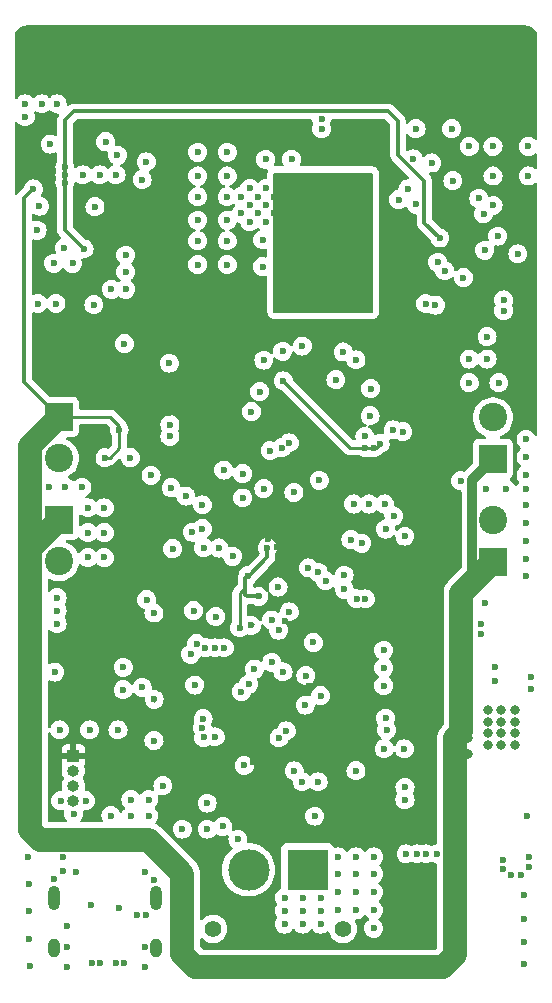
<source format=gbr>
%TF.GenerationSoftware,KiCad,Pcbnew,8.0.4*%
%TF.CreationDate,2024-07-23T16:26:40+02:00*%
%TF.ProjectId,Vertigo Pro PR1,56657274-6967-46f2-9050-726f20505231,DPR1*%
%TF.SameCoordinates,Original*%
%TF.FileFunction,Copper,L3,Inr*%
%TF.FilePolarity,Positive*%
%FSLAX46Y46*%
G04 Gerber Fmt 4.6, Leading zero omitted, Abs format (unit mm)*
G04 Created by KiCad (PCBNEW 8.0.4) date 2024-07-23 16:26:40*
%MOMM*%
%LPD*%
G01*
G04 APERTURE LIST*
%TA.AperFunction,Conductor*%
%ADD10C,0.200000*%
%TD*%
%TA.AperFunction,ComponentPad*%
%ADD11C,1.400000*%
%TD*%
%TA.AperFunction,ComponentPad*%
%ADD12C,3.500000*%
%TD*%
%TA.AperFunction,ComponentPad*%
%ADD13R,3.500000X3.500000*%
%TD*%
%TA.AperFunction,ComponentPad*%
%ADD14R,2.400000X2.400000*%
%TD*%
%TA.AperFunction,ComponentPad*%
%ADD15C,2.400000*%
%TD*%
%TA.AperFunction,ComponentPad*%
%ADD16O,1.000000X2.100000*%
%TD*%
%TA.AperFunction,ComponentPad*%
%ADD17O,1.000000X1.600000*%
%TD*%
%TA.AperFunction,HeatsinkPad*%
%ADD18C,0.600000*%
%TD*%
%TA.AperFunction,ComponentPad*%
%ADD19R,1.000000X1.000000*%
%TD*%
%TA.AperFunction,ComponentPad*%
%ADD20O,1.000000X1.000000*%
%TD*%
%TA.AperFunction,ViaPad*%
%ADD21C,0.600000*%
%TD*%
%TA.AperFunction,ViaPad*%
%ADD22C,0.800000*%
%TD*%
%TA.AperFunction,Conductor*%
%ADD23C,0.320000*%
%TD*%
%TA.AperFunction,Conductor*%
%ADD24C,2.000000*%
%TD*%
%TA.AperFunction,Conductor*%
%ADD25C,0.250000*%
%TD*%
%TA.AperFunction,Conductor*%
%ADD26C,0.254000*%
%TD*%
%TA.AperFunction,Conductor*%
%ADD27C,0.812800*%
%TD*%
%TA.AperFunction,Conductor*%
%ADD28C,0.202300*%
%TD*%
G04 APERTURE END LIST*
D10*
%TO.N,AGND*%
X156750000Y-93500000D02*
X148500000Y-93500000D01*
X148500000Y-82800000D01*
X148500000Y-81800000D01*
X156750000Y-81800000D01*
X156750000Y-93500000D01*
%TA.AperFunction,Conductor*%
G36*
X156750000Y-93500000D02*
G01*
X148500000Y-93500000D01*
X148500000Y-82800000D01*
X148500000Y-81800000D01*
X156750000Y-81800000D01*
X156750000Y-93500000D01*
G37*
%TD.AperFunction*%
%TD*%
D11*
%TO.N,*%
%TO.C,BT3*%
X154300000Y-145750000D03*
X143300000Y-145750000D03*
D12*
%TO.N,Net-(BT3-+)*%
X146300000Y-140750000D03*
D13*
%TO.N,AGND*%
X151300000Y-140750000D03*
%TD*%
D14*
%TO.N,VCC*%
%TO.C,J6*%
X167000000Y-105950000D03*
D15*
%TO.N,Net-(J6-Pin_2)*%
X167000000Y-102450000D03*
%TD*%
D14*
%TO.N,VCC*%
%TO.C,J7*%
X167000000Y-114650000D03*
D15*
%TO.N,Net-(J7-Pin_2)*%
X167000000Y-111150000D03*
%TD*%
D14*
%TO.N,VCC*%
%TO.C,J5*%
X130250000Y-102400000D03*
D15*
%TO.N,Net-(J5-Pin_2)*%
X130250000Y-105900000D03*
%TD*%
D16*
%TO.N,AGND*%
%TO.C,J2*%
X129854999Y-143145000D03*
D17*
X129854999Y-147325000D03*
D16*
X138494999Y-143145000D03*
D17*
X138494999Y-147325000D03*
%TD*%
D18*
%TO.N,AGND*%
%TO.C,U3*%
X145700000Y-83760000D03*
X145700000Y-85160000D03*
X146400000Y-83060000D03*
X146400000Y-84460000D03*
X146400000Y-85860000D03*
X147100000Y-83760000D03*
X147100000Y-85160000D03*
X147800000Y-83060000D03*
X147800000Y-84460000D03*
X147800000Y-85860000D03*
X148500000Y-83760000D03*
X148500000Y-85160000D03*
%TD*%
D14*
%TO.N,VCC*%
%TO.C,J4*%
X130250000Y-111100000D03*
D15*
%TO.N,Net-(J4-Pin_2)*%
X130250000Y-114600000D03*
%TD*%
D19*
%TO.N,+3.3V*%
%TO.C,J1*%
X131475000Y-131100000D03*
D20*
%TO.N,/SWDIO*%
X131475000Y-132370001D03*
%TO.N,/SWCLK*%
X131475000Y-133640000D03*
%TO.N,AGND*%
X131475000Y-134910000D03*
%TD*%
D21*
%TO.N,/BATT_U*%
X139050000Y-133627000D03*
X145400000Y-138150000D03*
X144109148Y-137077000D03*
%TO.N,+3.3V*%
X137650000Y-86700000D03*
X149350000Y-119700000D03*
X160850000Y-143000000D03*
X145475000Y-134200000D03*
X158050000Y-95850000D03*
X159850000Y-142200000D03*
X142500000Y-124198008D03*
X154028332Y-125271668D03*
X158850000Y-143000000D03*
X147941337Y-112724407D03*
X146724999Y-111200000D03*
X158850000Y-144600000D03*
X145475000Y-135400000D03*
X151450000Y-125150000D03*
X158850000Y-143800000D03*
X154458367Y-127630733D03*
X139320000Y-129570000D03*
X136925000Y-78900000D03*
X157853894Y-115452680D03*
X136900000Y-123500000D03*
X159850000Y-143000000D03*
X158850000Y-145400000D03*
X146650000Y-131650000D03*
X159000000Y-123250000D03*
X148600000Y-126800000D03*
X139610000Y-102030000D03*
X148725601Y-113376952D03*
X153275680Y-113275680D03*
X160850000Y-142200000D03*
X133750000Y-125925000D03*
X132425000Y-100425000D03*
X133750000Y-126650000D03*
X136950000Y-86700000D03*
X153000000Y-110350000D03*
X161850000Y-143000000D03*
X153275680Y-114013470D03*
X147600000Y-132377680D03*
X162025000Y-113278311D03*
X157700000Y-113200000D03*
X147750000Y-109700000D03*
X142850000Y-125450000D03*
X159850000Y-143800000D03*
X161850000Y-142200000D03*
X158850000Y-142200000D03*
X159000000Y-121900000D03*
%TO.N,/CONTI_C1*%
X137300000Y-125300000D03*
%TO.N,/ALED_PWR*%
X130750000Y-81900000D03*
X130750000Y-81250000D03*
X162500000Y-87250000D03*
X132375000Y-88175000D03*
X130755000Y-82555000D03*
%TO.N,Net-(D8-DIN)*%
X165800000Y-83900000D03*
%TO.N,/IGN_1*%
X141542821Y-112153724D03*
D22*
%TO.N,VCC*%
X164900000Y-128300000D03*
X163800000Y-129600000D03*
X164900000Y-129600000D03*
D21*
X134154692Y-105854692D03*
X140400000Y-145900000D03*
X140000000Y-144300000D03*
X135350000Y-103500000D03*
D22*
X164900000Y-130900000D03*
X163800000Y-130900000D03*
D21*
X128075000Y-83100000D03*
X140100000Y-146800000D03*
D22*
X163800000Y-128300000D03*
D21*
X140400000Y-145200000D03*
%TO.N,/SWDIO*%
X145949200Y-131909556D03*
%TO.N,/BOOT0*%
X155400000Y-132350000D03*
%TO.N,/NRST*%
X151150000Y-124300000D03*
%TO.N,/USB_VBUS_D_CUTOFF*%
X131700000Y-140900000D03*
X137650000Y-144600000D03*
X136900000Y-144600000D03*
%TO.N,/STM_SPI_NSS*%
X142456998Y-127952031D03*
%TO.N,Net-(D9-DIN)*%
X128400000Y-86600000D03*
X128600000Y-84550000D03*
%TO.N,/SWCLK*%
X150171543Y-132371543D03*
%TO.N,/STM_SPI_MISO*%
X142505731Y-129542985D03*
%TO.N,/IGN_2*%
X133200000Y-92900000D03*
%TO.N,/IGN_4*%
X165950000Y-120750000D03*
X151100000Y-126800000D03*
%TO.N,/CONTI_C2*%
X138050000Y-107350000D03*
X149226271Y-123981441D03*
X137671662Y-117875000D03*
%TO.N,/CONTI_C3*%
X148274922Y-123175078D03*
%TO.N,/CONTI_C4*%
X152400000Y-125999997D03*
%TO.N,/STM_ALED*%
X169100000Y-88600000D03*
%TO.N,/ESP_ALED*%
X159800000Y-83090000D03*
%TO.N,AGND*%
X166500000Y-95600000D03*
X169600000Y-146900000D03*
X155450000Y-117800000D03*
X130900000Y-145500000D03*
X136350000Y-136150000D03*
X129900000Y-124000000D03*
X132200000Y-108350000D03*
X130100000Y-75900000D03*
X131400000Y-89400000D03*
X135250000Y-128900000D03*
X151794670Y-121494670D03*
X155200000Y-109775000D03*
X169900000Y-136200000D03*
X147490000Y-89670000D03*
X155050000Y-93000000D03*
X144950000Y-114200000D03*
X151000000Y-87000000D03*
X152400000Y-145350000D03*
X152821836Y-116278164D03*
X128800000Y-75900000D03*
X132300000Y-81900000D03*
X135900000Y-90100000D03*
X130100000Y-117700000D03*
X150900000Y-145350000D03*
X151000000Y-83000000D03*
X153900000Y-141100000D03*
X130100000Y-119900000D03*
X151000000Y-86000000D03*
X132700000Y-114300000D03*
X130600000Y-139687320D03*
X166300000Y-88300000D03*
X149950000Y-80600000D03*
X141750000Y-125100000D03*
X142000000Y-89500000D03*
X136300000Y-105850000D03*
X152200000Y-133300000D03*
X142000000Y-87500000D03*
X135700000Y-123600000D03*
X155500000Y-90050000D03*
X142000000Y-83750000D03*
X155500000Y-86000000D03*
X129500000Y-79300000D03*
X168100000Y-108500000D03*
X159500000Y-130500000D03*
X149350000Y-144200000D03*
X144200000Y-106900000D03*
X150850000Y-133300000D03*
X144500000Y-85750000D03*
X170200000Y-124400000D03*
X155500000Y-88000000D03*
X170200000Y-125400000D03*
X139650000Y-103050000D03*
X129850000Y-141500000D03*
X159550000Y-133750000D03*
X167150000Y-124750000D03*
X154400000Y-117000000D03*
X167853500Y-139900001D03*
X139875000Y-113560202D03*
X155000000Y-82000000D03*
X157825000Y-109775000D03*
X160500000Y-78000000D03*
X147600000Y-97600000D03*
X161800000Y-80900000D03*
X167400000Y-87100000D03*
X170053500Y-139700001D03*
X150850000Y-96400000D03*
X151750000Y-93000000D03*
X136350000Y-134800000D03*
X149350000Y-145350000D03*
X135200000Y-80250000D03*
X130600000Y-140850000D03*
X169800000Y-115900000D03*
X153900000Y-139650000D03*
X167900000Y-92500000D03*
X167500000Y-99500000D03*
X150900000Y-144200000D03*
X133750000Y-148600000D03*
X152400000Y-143100000D03*
X130400000Y-134900000D03*
X154000000Y-82000000D03*
X152000000Y-82000000D03*
X152850000Y-90300000D03*
X130000000Y-92800000D03*
X170000000Y-79500000D03*
X139650000Y-104050000D03*
X147500000Y-87400000D03*
X134100000Y-114300000D03*
X132700000Y-112200000D03*
X132500000Y-134900000D03*
X127400000Y-75900000D03*
X169800000Y-105800000D03*
X170053500Y-140500001D03*
X142500000Y-113476351D03*
X135750000Y-148600000D03*
X151900000Y-136200000D03*
X130900000Y-147300000D03*
X140700000Y-137300000D03*
X162325000Y-89300000D03*
X162253500Y-139400001D03*
X166400000Y-108500000D03*
X153000000Y-82000000D03*
X159653500Y-139400000D03*
X167000000Y-79500000D03*
X133700000Y-81900000D03*
X152300000Y-107762501D03*
X130900000Y-149000000D03*
X155500000Y-84000000D03*
X169800000Y-112900000D03*
X147598000Y-108462680D03*
X152400000Y-144200000D03*
X142000000Y-85750000D03*
X138300000Y-141600000D03*
X134100000Y-110100000D03*
X156900000Y-144150000D03*
X165000000Y-97500000D03*
X144500000Y-80000000D03*
X151000000Y-85000000D03*
X129800000Y-89400000D03*
X130800000Y-108350000D03*
X152000000Y-87000000D03*
X150850000Y-89000000D03*
X166500000Y-97500000D03*
X130300000Y-128900000D03*
X164272320Y-107800000D03*
X134200000Y-79100000D03*
X150900000Y-143100000D03*
X152500000Y-77200000D03*
X135800000Y-96200000D03*
X137850000Y-134800000D03*
X155400000Y-141100000D03*
X168553500Y-141200001D03*
X156650000Y-100000000D03*
X169800000Y-104300000D03*
X169800000Y-108500000D03*
X151000000Y-84000000D03*
X156200000Y-117800000D03*
X156900000Y-139650000D03*
X137500000Y-149000000D03*
X165000000Y-79500000D03*
X155500000Y-87000000D03*
X164500000Y-90600000D03*
X169800000Y-109900000D03*
X134650000Y-136150000D03*
X149350000Y-143100000D03*
X167900000Y-93400000D03*
X156145308Y-104054692D03*
X131500000Y-136000000D03*
X151000000Y-82000000D03*
X149200000Y-96850000D03*
X167853500Y-140700001D03*
X165000000Y-99500000D03*
X130700000Y-88100000D03*
X144500000Y-82000000D03*
X137650000Y-80800000D03*
X153950000Y-93000000D03*
X144500000Y-83750000D03*
X137850000Y-136150000D03*
X162914798Y-90010202D03*
X157900000Y-111900000D03*
X169600000Y-142900000D03*
X145807101Y-109251410D03*
X133050000Y-148600000D03*
X163500000Y-78000000D03*
X160553500Y-139400000D03*
X153000000Y-87000000D03*
X127750000Y-144250000D03*
X155400000Y-139650000D03*
X127650000Y-139700000D03*
X135100000Y-81900000D03*
X132700000Y-110100000D03*
X153900000Y-142650000D03*
X134100000Y-112200000D03*
X150600000Y-93000000D03*
X142000000Y-82000000D03*
X169800000Y-107300000D03*
X158600000Y-110800000D03*
X142000000Y-80000000D03*
X135700000Y-125500000D03*
X163600000Y-82400000D03*
X128450000Y-92800000D03*
X137500000Y-147300000D03*
X156900000Y-142650000D03*
X166350000Y-118150000D03*
X139750000Y-108400000D03*
X155400000Y-142650000D03*
X155500000Y-89000000D03*
X127750000Y-146600000D03*
X167000000Y-84500000D03*
X166000000Y-119950000D03*
X148248008Y-119598008D03*
X155500000Y-85000000D03*
X151375000Y-115175000D03*
X156900000Y-141100000D03*
X127400000Y-77000000D03*
X142628437Y-121928437D03*
X142800000Y-135100000D03*
X127700000Y-141950000D03*
X129400000Y-108350000D03*
X137500000Y-140900000D03*
X157750000Y-122150000D03*
X135900000Y-91600000D03*
X169600000Y-144900000D03*
X147750000Y-80600000D03*
X127800000Y-148900000D03*
X135900000Y-88700000D03*
X157750000Y-123650000D03*
X152500000Y-78000000D03*
X148800000Y-116800000D03*
X166200000Y-85200000D03*
X167000000Y-82000000D03*
X156900000Y-145700000D03*
X159550000Y-134800000D03*
X157750000Y-125150000D03*
X153900000Y-144150000D03*
X169800000Y-114400000D03*
X170000000Y-82000000D03*
X135050000Y-148600000D03*
X169600000Y-148700000D03*
X150850000Y-90000000D03*
X132850000Y-128900000D03*
X156500000Y-109775000D03*
X169353500Y-141200001D03*
X151000000Y-88000000D03*
X161353500Y-139400001D03*
X155500000Y-83000000D03*
X145800000Y-107200000D03*
X155400000Y-144150000D03*
X152000000Y-86000000D03*
X169800000Y-111400000D03*
X144500000Y-89500000D03*
X147250000Y-100250000D03*
X144500000Y-87500000D03*
X134700000Y-91600000D03*
X157800000Y-130500000D03*
X167150000Y-123600000D03*
X130100000Y-118800000D03*
X142800000Y-137300000D03*
X143520307Y-119300000D03*
X133300000Y-84600000D03*
X152850000Y-93000000D03*
%TO.N,/ESP_I2C_SDA*%
X145700000Y-125650000D03*
X154400000Y-115800000D03*
X152200000Y-115550000D03*
X143450000Y-121950000D03*
X153696875Y-99246875D03*
X155396875Y-97574320D03*
X148149999Y-105247320D03*
%TO.N,/DVDD_1V5*%
X149750000Y-104600000D03*
X149120185Y-105009177D03*
%TO.N,/CAM_RESET*%
X159350000Y-103650000D03*
%TO.N,/CAM_PWDN*%
X156600000Y-102300000D03*
%TO.N,/ESP_I2C_SCL*%
X150150000Y-108800000D03*
X154315000Y-96900000D03*
X146300000Y-125025000D03*
X146550000Y-101950000D03*
X154975000Y-112787788D03*
X149754442Y-118900000D03*
X144250000Y-121950000D03*
%TO.N,Net-(U3-IO3)*%
X139600000Y-97850000D03*
%TO.N,/ESP_UART_TX*%
X162130948Y-92930948D03*
X158000000Y-128900000D03*
X148887411Y-129562589D03*
X160250000Y-80550000D03*
%TO.N,/IGN_3*%
X146800000Y-123750000D03*
%TO.N,/ULN_3V3*%
X147151992Y-117600000D03*
X145550000Y-120250000D03*
X146250000Y-115850000D03*
X147898187Y-113470483D03*
%TO.N,Net-(D1-A)*%
X138296662Y-119000000D03*
X141000000Y-109100000D03*
%TO.N,Net-(D6-A)*%
X159533883Y-112500001D03*
%TO.N,Net-(J2-CC2)*%
X135300000Y-144000000D03*
%TO.N,Net-(J2-CC1)*%
X132950000Y-143750000D03*
%TO.N,/ESP_UART_RX*%
X161300000Y-92800000D03*
X149503629Y-128983004D03*
X160500000Y-84400000D03*
X157900000Y-127900000D03*
%TO.N,/AVDD_2V8*%
X158550000Y-103500000D03*
X156200000Y-105000000D03*
X157450000Y-104672320D03*
X149250001Y-99350001D03*
X156900000Y-105025000D03*
%TO.N,/ESP_EN*%
X137300000Y-82300000D03*
%TO.N,/IO0*%
X159000000Y-84000000D03*
D22*
%TO.N,Net-(BT3-+)*%
X167700000Y-128200000D03*
X167700000Y-129200000D03*
X167700000Y-130200000D03*
X168900000Y-130200000D03*
X166600000Y-128200000D03*
X166600000Y-130200000D03*
X166600000Y-127200000D03*
X168900000Y-129200000D03*
X166600000Y-129200000D03*
X168900000Y-128200000D03*
X168900000Y-127200000D03*
X167700000Y-127200000D03*
D21*
%TO.N,Net-(D2-A)*%
X155900000Y-113100000D03*
%TO.N,/STM_SPI_SCK*%
X142400000Y-128750000D03*
%TO.N,/STM_SPI_MOSI*%
X143485140Y-129485140D03*
%TO.N,/STM_UART2_RX*%
X146541030Y-120058970D03*
X141901320Y-121600000D03*
X143800000Y-113500000D03*
X138310190Y-126310190D03*
X141647602Y-118800000D03*
%TO.N,/STM_UART2_TX*%
X142400000Y-109850000D03*
X148843877Y-120459992D03*
X138300000Y-129800000D03*
X141400000Y-122500000D03*
X142400000Y-111850000D03*
%TD*%
D23*
%TO.N,/ALED_PWR*%
X130750000Y-81250000D02*
X130750000Y-81900000D01*
X162500000Y-87250000D02*
X161200000Y-85950000D01*
X130750000Y-86550000D02*
X132375000Y-88175000D01*
X131510000Y-76540000D02*
X130750000Y-77300000D01*
X158140000Y-76540000D02*
X131510000Y-76540000D01*
X161200000Y-82450000D02*
X158950000Y-80200000D01*
X130750000Y-82560000D02*
X130750000Y-86550000D01*
X158950000Y-80200000D02*
X158950000Y-77350000D01*
X130750000Y-82550000D02*
X130750000Y-81900000D01*
X158950000Y-77350000D02*
X158140000Y-76540000D01*
X130750000Y-77300000D02*
X130750000Y-81250000D01*
X130755000Y-82555000D02*
X130750000Y-82550000D01*
X161200000Y-85950000D02*
X161200000Y-82450000D01*
X130755000Y-82555000D02*
X130750000Y-82560000D01*
D24*
%TO.N,VCC*%
X140700000Y-141100000D02*
X137840000Y-138240000D01*
D25*
X134600000Y-102400000D02*
X130250000Y-102400000D01*
D24*
X128650000Y-138240000D02*
X127800000Y-137390000D01*
D26*
X134545308Y-105854692D02*
X134154692Y-105854692D01*
X135350000Y-103500000D02*
X135350000Y-105050000D01*
D27*
X165243740Y-116406260D02*
X165075000Y-116575000D01*
D24*
X164322320Y-117327680D02*
X167000000Y-114650000D01*
D27*
X167000000Y-105950000D02*
X165243740Y-107706260D01*
D24*
X128875000Y-103775000D02*
X130250000Y-102400000D01*
D23*
X127300000Y-83875000D02*
X127300000Y-99450000D01*
D24*
X137840000Y-138240000D02*
X128650000Y-138240000D01*
X163800000Y-129600000D02*
X164322320Y-129077680D01*
X164322320Y-129077680D02*
X164322320Y-117327680D01*
D26*
X135350000Y-105050000D02*
X134545308Y-105854692D01*
D24*
X127800000Y-104850000D02*
X127800000Y-113550000D01*
X163800000Y-147950000D02*
X162750000Y-149000000D01*
X162750000Y-149000000D02*
X141800000Y-149000000D01*
X127800000Y-113550000D02*
X130250000Y-111100000D01*
D28*
X163800000Y-128300000D02*
X163800000Y-130900000D01*
D25*
X135350000Y-103500000D02*
X135350000Y-103150000D01*
D23*
X128075000Y-83100000D02*
X127300000Y-83875000D01*
D27*
X165243740Y-107706260D02*
X165243740Y-116406260D01*
D23*
X127300000Y-99450000D02*
X130250000Y-102400000D01*
D24*
X127800000Y-137390000D02*
X127800000Y-113550000D01*
X140700000Y-147900000D02*
X140700000Y-141100000D01*
X128875000Y-103775000D02*
X127800000Y-104850000D01*
D25*
X135350000Y-103150000D02*
X134600000Y-102400000D01*
D24*
X163800000Y-129600000D02*
X163800000Y-147950000D01*
X141800000Y-149000000D02*
X140700000Y-147900000D01*
D23*
%TO.N,/ULN_3V3*%
X146200000Y-117600000D02*
X146045000Y-117445000D01*
X147898187Y-113470483D02*
X147898187Y-114301813D01*
X147898187Y-114301813D02*
X146350000Y-115850000D01*
X146045000Y-116055000D02*
X146250000Y-115850000D01*
D26*
X145550000Y-120250000D02*
X145550000Y-117345000D01*
D23*
X146045000Y-117445000D02*
X146045000Y-116055000D01*
D26*
X145550000Y-117345000D02*
X146045000Y-116850000D01*
D23*
X147151992Y-117600000D02*
X146200000Y-117600000D01*
X146350000Y-115850000D02*
X146250000Y-115850000D01*
D25*
%TO.N,/AVDD_2V8*%
X154923000Y-105023000D02*
X149250001Y-99350001D01*
X157450000Y-104672320D02*
X157099320Y-105023000D01*
X157099320Y-105023000D02*
X154923000Y-105023000D01*
%TO.N,/STM_UART2_RX*%
X146630000Y-119970000D02*
X146650000Y-119950000D01*
D26*
X141901320Y-121600000D02*
X141850000Y-121548680D01*
X138300000Y-126450000D02*
X138300000Y-126320380D01*
X138300000Y-126320380D02*
X138310190Y-126310190D01*
D25*
X146541030Y-120068353D02*
X146541030Y-120058970D01*
D26*
X138300000Y-126450000D02*
X138300000Y-126450000D01*
%TD*%
%TA.AperFunction,Conductor*%
%TO.N,+3.3V*%
G36*
X169755394Y-69250972D02*
G01*
X169785721Y-69253625D01*
X169912755Y-69264739D01*
X169934035Y-69268491D01*
X170051188Y-69299882D01*
X170081369Y-69307969D01*
X170101681Y-69315362D01*
X170239915Y-69379822D01*
X170258633Y-69390629D01*
X170383582Y-69478119D01*
X170400140Y-69492013D01*
X170507986Y-69599859D01*
X170521880Y-69616417D01*
X170609370Y-69741366D01*
X170620177Y-69760084D01*
X170684637Y-69898318D01*
X170692030Y-69918630D01*
X170731507Y-70065961D01*
X170735260Y-70087246D01*
X170749028Y-70244605D01*
X170749500Y-70255413D01*
X170749500Y-78818060D01*
X170729815Y-78885099D01*
X170677011Y-78930854D01*
X170607853Y-78940798D01*
X170544297Y-78911773D01*
X170537819Y-78905741D01*
X170502262Y-78870184D01*
X170349523Y-78774211D01*
X170179254Y-78714631D01*
X170179249Y-78714630D01*
X170000004Y-78694435D01*
X169999996Y-78694435D01*
X169820750Y-78714630D01*
X169820745Y-78714631D01*
X169650476Y-78774211D01*
X169497737Y-78870184D01*
X169370184Y-78997737D01*
X169274211Y-79150476D01*
X169214631Y-79320745D01*
X169214630Y-79320750D01*
X169194435Y-79499996D01*
X169194435Y-79500003D01*
X169214630Y-79679249D01*
X169214631Y-79679254D01*
X169274211Y-79849523D01*
X169318611Y-79920184D01*
X169370184Y-80002262D01*
X169497738Y-80129816D01*
X169650478Y-80225789D01*
X169777349Y-80270183D01*
X169820745Y-80285368D01*
X169820750Y-80285369D01*
X169999996Y-80305565D01*
X170000000Y-80305565D01*
X170000004Y-80305565D01*
X170179249Y-80285369D01*
X170179252Y-80285368D01*
X170179255Y-80285368D01*
X170349522Y-80225789D01*
X170502262Y-80129816D01*
X170537819Y-80094259D01*
X170599142Y-80060774D01*
X170668834Y-80065758D01*
X170724767Y-80107630D01*
X170749184Y-80173094D01*
X170749500Y-80181940D01*
X170749500Y-81318060D01*
X170729815Y-81385099D01*
X170677011Y-81430854D01*
X170607853Y-81440798D01*
X170544297Y-81411773D01*
X170537819Y-81405741D01*
X170502262Y-81370184D01*
X170349523Y-81274211D01*
X170179254Y-81214631D01*
X170179249Y-81214630D01*
X170000004Y-81194435D01*
X169999996Y-81194435D01*
X169820750Y-81214630D01*
X169820745Y-81214631D01*
X169650476Y-81274211D01*
X169497737Y-81370184D01*
X169370184Y-81497737D01*
X169274211Y-81650476D01*
X169214631Y-81820745D01*
X169214630Y-81820750D01*
X169194435Y-81999996D01*
X169194435Y-82000003D01*
X169214630Y-82179249D01*
X169214631Y-82179254D01*
X169274211Y-82349523D01*
X169355724Y-82479249D01*
X169370184Y-82502262D01*
X169497738Y-82629816D01*
X169580693Y-82681940D01*
X169626110Y-82710478D01*
X169650478Y-82725789D01*
X169742412Y-82757958D01*
X169820745Y-82785368D01*
X169820750Y-82785369D01*
X169999996Y-82805565D01*
X170000000Y-82805565D01*
X170000004Y-82805565D01*
X170179249Y-82785369D01*
X170179252Y-82785368D01*
X170179255Y-82785368D01*
X170349522Y-82725789D01*
X170502262Y-82629816D01*
X170537819Y-82594259D01*
X170599142Y-82560774D01*
X170668834Y-82565758D01*
X170724767Y-82607630D01*
X170749184Y-82673094D01*
X170749500Y-82681940D01*
X170749500Y-103876097D01*
X170729815Y-103943136D01*
X170677011Y-103988891D01*
X170607853Y-103998835D01*
X170544297Y-103969810D01*
X170520507Y-103942070D01*
X170429817Y-103797739D01*
X170302262Y-103670184D01*
X170149523Y-103574211D01*
X169979254Y-103514631D01*
X169979249Y-103514630D01*
X169800004Y-103494435D01*
X169799996Y-103494435D01*
X169620750Y-103514630D01*
X169620745Y-103514631D01*
X169450476Y-103574211D01*
X169297737Y-103670184D01*
X169170184Y-103797737D01*
X169074211Y-103950476D01*
X169014631Y-104120745D01*
X169014630Y-104120750D01*
X168994435Y-104299996D01*
X168994435Y-104300003D01*
X169014630Y-104479249D01*
X169014631Y-104479254D01*
X169074211Y-104649523D01*
X169134240Y-104745058D01*
X169170184Y-104802262D01*
X169297738Y-104929816D01*
X169312972Y-104939388D01*
X169321913Y-104945006D01*
X169368204Y-104997341D01*
X169378852Y-105066395D01*
X169350477Y-105130243D01*
X169321913Y-105154994D01*
X169297737Y-105170184D01*
X169170184Y-105297737D01*
X169074211Y-105450476D01*
X169014631Y-105620745D01*
X169014630Y-105620750D01*
X168994435Y-105799996D01*
X168994435Y-105800003D01*
X169014630Y-105979249D01*
X169014631Y-105979254D01*
X169074211Y-106149523D01*
X169108576Y-106204214D01*
X169170184Y-106302262D01*
X169297738Y-106429816D01*
X169321911Y-106445005D01*
X169321913Y-106445006D01*
X169368204Y-106497341D01*
X169378852Y-106566395D01*
X169350477Y-106630243D01*
X169321913Y-106654994D01*
X169297737Y-106670184D01*
X169170184Y-106797737D01*
X169074211Y-106950476D01*
X169014631Y-107120745D01*
X169014630Y-107120750D01*
X168994435Y-107299996D01*
X168994435Y-107300003D01*
X169014630Y-107479249D01*
X169014631Y-107479254D01*
X169074211Y-107649523D01*
X169170184Y-107802262D01*
X169180241Y-107812319D01*
X169213726Y-107873642D01*
X169208742Y-107943334D01*
X169180241Y-107987681D01*
X169170184Y-107997737D01*
X169074209Y-108150479D01*
X169067041Y-108170966D01*
X169026319Y-108227741D01*
X168961366Y-108253488D01*
X168892804Y-108240031D01*
X168842402Y-108191643D01*
X168832959Y-108170966D01*
X168825790Y-108150479D01*
X168762955Y-108050478D01*
X168729816Y-107997738D01*
X168602262Y-107870184D01*
X168602260Y-107870182D01*
X168467463Y-107785483D01*
X168421173Y-107733149D01*
X168410525Y-107664095D01*
X168438900Y-107600247D01*
X168459119Y-107581227D01*
X168557546Y-107507546D01*
X168643796Y-107392331D01*
X168694091Y-107257483D01*
X168700500Y-107197873D01*
X168700499Y-104702128D01*
X168694091Y-104642517D01*
X168682574Y-104611639D01*
X168643797Y-104507671D01*
X168643793Y-104507664D01*
X168557547Y-104392455D01*
X168557544Y-104392452D01*
X168442335Y-104306206D01*
X168442328Y-104306202D01*
X168307482Y-104255908D01*
X168307483Y-104255908D01*
X168247883Y-104249501D01*
X168247881Y-104249500D01*
X168247873Y-104249500D01*
X168247865Y-104249500D01*
X167725829Y-104249500D01*
X167658790Y-104229815D01*
X167613035Y-104177011D01*
X167603091Y-104107853D01*
X167632116Y-104044297D01*
X167672027Y-104013780D01*
X167852634Y-103926805D01*
X168063217Y-103783232D01*
X168250050Y-103609877D01*
X168408959Y-103410612D01*
X168536393Y-103189888D01*
X168629508Y-102952637D01*
X168686222Y-102704157D01*
X168703076Y-102479249D01*
X168705268Y-102450004D01*
X168705268Y-102449995D01*
X168686222Y-102195845D01*
X168671023Y-102129255D01*
X168629508Y-101947363D01*
X168536393Y-101710112D01*
X168408959Y-101489388D01*
X168250050Y-101290123D01*
X168063217Y-101116768D01*
X167852634Y-100973195D01*
X167852630Y-100973193D01*
X167852627Y-100973191D01*
X167852626Y-100973190D01*
X167623006Y-100862612D01*
X167623008Y-100862612D01*
X167379466Y-100787489D01*
X167379462Y-100787488D01*
X167379458Y-100787487D01*
X167258231Y-100769214D01*
X167127440Y-100749500D01*
X167127435Y-100749500D01*
X166872565Y-100749500D01*
X166872559Y-100749500D01*
X166715609Y-100773157D01*
X166620542Y-100787487D01*
X166620539Y-100787488D01*
X166620533Y-100787489D01*
X166376992Y-100862612D01*
X166147373Y-100973190D01*
X166147372Y-100973191D01*
X165936782Y-101116768D01*
X165749952Y-101290121D01*
X165749950Y-101290123D01*
X165591041Y-101489388D01*
X165463608Y-101710109D01*
X165370492Y-101947362D01*
X165370490Y-101947369D01*
X165313777Y-102195845D01*
X165294732Y-102449995D01*
X165294732Y-102450004D01*
X165313777Y-102704154D01*
X165357743Y-102896783D01*
X165370492Y-102952637D01*
X165463607Y-103189888D01*
X165591041Y-103410612D01*
X165749950Y-103609877D01*
X165936783Y-103783232D01*
X166147366Y-103926805D01*
X166147371Y-103926807D01*
X166147372Y-103926808D01*
X166147373Y-103926809D01*
X166237443Y-103970184D01*
X166327972Y-104013780D01*
X166379832Y-104060602D01*
X166398145Y-104128029D01*
X166377097Y-104194653D01*
X166323371Y-104239321D01*
X166274171Y-104249500D01*
X165752129Y-104249500D01*
X165752123Y-104249501D01*
X165692516Y-104255908D01*
X165557671Y-104306202D01*
X165557664Y-104306206D01*
X165442455Y-104392452D01*
X165442452Y-104392455D01*
X165356206Y-104507664D01*
X165356202Y-104507671D01*
X165305908Y-104642517D01*
X165301045Y-104687756D01*
X165299501Y-104702123D01*
X165299500Y-104702135D01*
X165299500Y-106316586D01*
X165279815Y-106383625D01*
X165263181Y-106404267D01*
X164665625Y-107001824D01*
X164665621Y-107001829D01*
X164655742Y-107011707D01*
X164594417Y-107045189D01*
X164527111Y-107041063D01*
X164514676Y-107036712D01*
X164451575Y-107014632D01*
X164451574Y-107014631D01*
X164451572Y-107014631D01*
X164272324Y-106994435D01*
X164272316Y-106994435D01*
X164093070Y-107014630D01*
X164093065Y-107014631D01*
X163922796Y-107074211D01*
X163770057Y-107170184D01*
X163642504Y-107297737D01*
X163546531Y-107450476D01*
X163486951Y-107620745D01*
X163486950Y-107620750D01*
X163466755Y-107799996D01*
X163466755Y-107800003D01*
X163486950Y-107979249D01*
X163486951Y-107979254D01*
X163546531Y-108149523D01*
X163611314Y-108252624D01*
X163642504Y-108302262D01*
X163770058Y-108429816D01*
X163834303Y-108470184D01*
X163922530Y-108525621D01*
X163922798Y-108525789D01*
X163985902Y-108547870D01*
X164093065Y-108585368D01*
X164093070Y-108585369D01*
X164163917Y-108593351D01*
X164226723Y-108600427D01*
X164291137Y-108627493D01*
X164330692Y-108685087D01*
X164336840Y-108723647D01*
X164336840Y-115139771D01*
X164317155Y-115206810D01*
X164300521Y-115227452D01*
X163177805Y-116350167D01*
X163177804Y-116350168D01*
X163038977Y-116541245D01*
X162972970Y-116670793D01*
X162931753Y-116751683D01*
X162858766Y-116976311D01*
X162821820Y-117209582D01*
X162821820Y-128404791D01*
X162802135Y-128471830D01*
X162785501Y-128492472D01*
X162655485Y-128622487D01*
X162655484Y-128622488D01*
X162516657Y-128813565D01*
X162429740Y-128984151D01*
X162409433Y-129024003D01*
X162336446Y-129248631D01*
X162299500Y-129481902D01*
X162299500Y-138478439D01*
X162279815Y-138545478D01*
X162227011Y-138591233D01*
X162189384Y-138601659D01*
X162074249Y-138614631D01*
X162074237Y-138614634D01*
X161903980Y-138674210D01*
X161869470Y-138695894D01*
X161802233Y-138714893D01*
X161737530Y-138695894D01*
X161703019Y-138674210D01*
X161532762Y-138614634D01*
X161532749Y-138614631D01*
X161353504Y-138594436D01*
X161353496Y-138594436D01*
X161174250Y-138614631D01*
X161174237Y-138614634D01*
X160997406Y-138676511D01*
X160996657Y-138674370D01*
X160938322Y-138683958D01*
X160909908Y-138675610D01*
X160909594Y-138676510D01*
X160732762Y-138614633D01*
X160732749Y-138614630D01*
X160553504Y-138594435D01*
X160553496Y-138594435D01*
X160374250Y-138614630D01*
X160374237Y-138614633D01*
X160203980Y-138674209D01*
X160169470Y-138695893D01*
X160102233Y-138714892D01*
X160037530Y-138695893D01*
X160003019Y-138674209D01*
X159832762Y-138614633D01*
X159832749Y-138614630D01*
X159653504Y-138594435D01*
X159653496Y-138594435D01*
X159474250Y-138614630D01*
X159474245Y-138614631D01*
X159303976Y-138674211D01*
X159151237Y-138770184D01*
X159023684Y-138897737D01*
X158927711Y-139050476D01*
X158868131Y-139220745D01*
X158868130Y-139220750D01*
X158847935Y-139399996D01*
X158847935Y-139400003D01*
X158868130Y-139579249D01*
X158868131Y-139579254D01*
X158927711Y-139749523D01*
X159009227Y-139879254D01*
X159023684Y-139902262D01*
X159151238Y-140029816D01*
X159203501Y-140062655D01*
X159301757Y-140124394D01*
X159303978Y-140125789D01*
X159419663Y-140166269D01*
X159474245Y-140185368D01*
X159474250Y-140185369D01*
X159653496Y-140205565D01*
X159653500Y-140205565D01*
X159653504Y-140205565D01*
X159832749Y-140185369D01*
X159832752Y-140185368D01*
X159832755Y-140185368D01*
X160003022Y-140125789D01*
X160005243Y-140124394D01*
X160037527Y-140104108D01*
X160104763Y-140085107D01*
X160169473Y-140104108D01*
X160203975Y-140125788D01*
X160374245Y-140185368D01*
X160374250Y-140185369D01*
X160553496Y-140205565D01*
X160553500Y-140205565D01*
X160553504Y-140205565D01*
X160732749Y-140185369D01*
X160732752Y-140185368D01*
X160732755Y-140185368D01*
X160903022Y-140125789D01*
X160903022Y-140125788D01*
X160909595Y-140123489D01*
X160910348Y-140125641D01*
X160968610Y-140116034D01*
X160997089Y-140124394D01*
X160997406Y-140123491D01*
X161174237Y-140185367D01*
X161174243Y-140185368D01*
X161174245Y-140185369D01*
X161174246Y-140185369D01*
X161174250Y-140185370D01*
X161353496Y-140205566D01*
X161353500Y-140205566D01*
X161353504Y-140205566D01*
X161532749Y-140185370D01*
X161532752Y-140185369D01*
X161532755Y-140185369D01*
X161703022Y-140125790D01*
X161703026Y-140125788D01*
X161737527Y-140104109D01*
X161804763Y-140085108D01*
X161869473Y-140104109D01*
X161903975Y-140125789D01*
X162074245Y-140185369D01*
X162074250Y-140185370D01*
X162189383Y-140198342D01*
X162253797Y-140225408D01*
X162293352Y-140283003D01*
X162299500Y-140321562D01*
X162299500Y-147277111D01*
X162279815Y-147344150D01*
X162263181Y-147364792D01*
X162164792Y-147463181D01*
X162103469Y-147496666D01*
X162077111Y-147499500D01*
X142472889Y-147499500D01*
X142405850Y-147479815D01*
X142385208Y-147463181D01*
X142236819Y-147314792D01*
X142203334Y-147253469D01*
X142200500Y-147227111D01*
X142200500Y-146652979D01*
X142220185Y-146585940D01*
X142272989Y-146540185D01*
X142342147Y-146530241D01*
X142405703Y-146559266D01*
X142408038Y-146561342D01*
X142573437Y-146712123D01*
X142573439Y-146712125D01*
X142762595Y-146829245D01*
X142762596Y-146829245D01*
X142762599Y-146829247D01*
X142970060Y-146909618D01*
X143188757Y-146950500D01*
X143188759Y-146950500D01*
X143411241Y-146950500D01*
X143411243Y-146950500D01*
X143629940Y-146909618D01*
X143837401Y-146829247D01*
X144026562Y-146712124D01*
X144190981Y-146562236D01*
X144325058Y-146384689D01*
X144424229Y-146185528D01*
X144485115Y-145971536D01*
X144505643Y-145750000D01*
X144504902Y-145742008D01*
X144485115Y-145528464D01*
X144485114Y-145528462D01*
X144482918Y-145520745D01*
X144424229Y-145314472D01*
X144399500Y-145264809D01*
X144325061Y-145115316D01*
X144325056Y-145115308D01*
X144190979Y-144937761D01*
X144026562Y-144787876D01*
X144026560Y-144787874D01*
X143837404Y-144670754D01*
X143837398Y-144670752D01*
X143808472Y-144659546D01*
X143629940Y-144590382D01*
X143411243Y-144549500D01*
X143188757Y-144549500D01*
X142970060Y-144590382D01*
X142868267Y-144629817D01*
X142762601Y-144670752D01*
X142762595Y-144670754D01*
X142573439Y-144787874D01*
X142573437Y-144787876D01*
X142408038Y-144938657D01*
X142345234Y-144969274D01*
X142275847Y-144961076D01*
X142221907Y-144916666D01*
X142200539Y-144850144D01*
X142200500Y-144847020D01*
X142200500Y-143099996D01*
X148544435Y-143099996D01*
X148544435Y-143100003D01*
X148564630Y-143279249D01*
X148564631Y-143279254D01*
X148624211Y-143449523D01*
X148708727Y-143584028D01*
X148727727Y-143651264D01*
X148708727Y-143715971D01*
X148700634Y-143728852D01*
X148624211Y-143850476D01*
X148564631Y-144020745D01*
X148564630Y-144020750D01*
X148544435Y-144199996D01*
X148544435Y-144200003D01*
X148564630Y-144379249D01*
X148564631Y-144379254D01*
X148624211Y-144549523D01*
X148723889Y-144708158D01*
X148721449Y-144709690D01*
X148742951Y-144762443D01*
X148730156Y-144831132D01*
X148723450Y-144841566D01*
X148723889Y-144841842D01*
X148624211Y-145000476D01*
X148564631Y-145170745D01*
X148564630Y-145170750D01*
X148544435Y-145349996D01*
X148544435Y-145350003D01*
X148564630Y-145529249D01*
X148564631Y-145529254D01*
X148624211Y-145699523D01*
X148696538Y-145814630D01*
X148720184Y-145852262D01*
X148847738Y-145979816D01*
X149000478Y-146075789D01*
X149154878Y-146129816D01*
X149170745Y-146135368D01*
X149170750Y-146135369D01*
X149349996Y-146155565D01*
X149350000Y-146155565D01*
X149350004Y-146155565D01*
X149529249Y-146135369D01*
X149529252Y-146135368D01*
X149529255Y-146135368D01*
X149699522Y-146075789D01*
X149852262Y-145979816D01*
X149979816Y-145852262D01*
X150020007Y-145788297D01*
X150072340Y-145742008D01*
X150141394Y-145731359D01*
X150205242Y-145759734D01*
X150229991Y-145788296D01*
X150270184Y-145852262D01*
X150397738Y-145979816D01*
X150550478Y-146075789D01*
X150704878Y-146129816D01*
X150720745Y-146135368D01*
X150720750Y-146135369D01*
X150899996Y-146155565D01*
X150900000Y-146155565D01*
X150900004Y-146155565D01*
X151079249Y-146135369D01*
X151079252Y-146135368D01*
X151079255Y-146135368D01*
X151249522Y-146075789D01*
X151402262Y-145979816D01*
X151529816Y-145852262D01*
X151545007Y-145828084D01*
X151597339Y-145781796D01*
X151666393Y-145771146D01*
X151730242Y-145799521D01*
X151754990Y-145828082D01*
X151770184Y-145852262D01*
X151897738Y-145979816D01*
X152050478Y-146075789D01*
X152204878Y-146129816D01*
X152220745Y-146135368D01*
X152220750Y-146135369D01*
X152399996Y-146155565D01*
X152400000Y-146155565D01*
X152400004Y-146155565D01*
X152579249Y-146135369D01*
X152579252Y-146135368D01*
X152579255Y-146135368D01*
X152749522Y-146075789D01*
X152902262Y-145979816D01*
X152920419Y-145961658D01*
X152981739Y-145928173D01*
X153051431Y-145933156D01*
X153107366Y-145975026D01*
X153127366Y-146015404D01*
X153175770Y-146185525D01*
X153175775Y-146185538D01*
X153274938Y-146384683D01*
X153274943Y-146384691D01*
X153409020Y-146562238D01*
X153573437Y-146712123D01*
X153573439Y-146712125D01*
X153762595Y-146829245D01*
X153762596Y-146829245D01*
X153762599Y-146829247D01*
X153970060Y-146909618D01*
X154188757Y-146950500D01*
X154188759Y-146950500D01*
X154411241Y-146950500D01*
X154411243Y-146950500D01*
X154629940Y-146909618D01*
X154837401Y-146829247D01*
X155026562Y-146712124D01*
X155190981Y-146562236D01*
X155325058Y-146384689D01*
X155424229Y-146185528D01*
X155485115Y-145971536D01*
X155505643Y-145750000D01*
X155504902Y-145742008D01*
X155485115Y-145528464D01*
X155485114Y-145528462D01*
X155482918Y-145520745D01*
X155424229Y-145314472D01*
X155399500Y-145264809D01*
X155332719Y-145130695D01*
X155320458Y-145061909D01*
X155347331Y-144997414D01*
X155404807Y-144957687D01*
X155429832Y-144952203D01*
X155493189Y-144945065D01*
X155579250Y-144935369D01*
X155579253Y-144935368D01*
X155579255Y-144935368D01*
X155749522Y-144875789D01*
X155902262Y-144779816D01*
X156029816Y-144652262D01*
X156045007Y-144628084D01*
X156097339Y-144581796D01*
X156166393Y-144571146D01*
X156230242Y-144599521D01*
X156254990Y-144628082D01*
X156270184Y-144652262D01*
X156397738Y-144779816D01*
X156438717Y-144805565D01*
X156461700Y-144820006D01*
X156507991Y-144872341D01*
X156518639Y-144941395D01*
X156490264Y-145005243D01*
X156461700Y-145029994D01*
X156397737Y-145070184D01*
X156270184Y-145197737D01*
X156174211Y-145350476D01*
X156114631Y-145520745D01*
X156114630Y-145520750D01*
X156094435Y-145699996D01*
X156094435Y-145700003D01*
X156114630Y-145879249D01*
X156114631Y-145879254D01*
X156174211Y-146049523D01*
X156240842Y-146155565D01*
X156270184Y-146202262D01*
X156397738Y-146329816D01*
X156485058Y-146384683D01*
X156542450Y-146420745D01*
X156550478Y-146425789D01*
X156694887Y-146476320D01*
X156720745Y-146485368D01*
X156720750Y-146485369D01*
X156899996Y-146505565D01*
X156900000Y-146505565D01*
X156900004Y-146505565D01*
X157079249Y-146485369D01*
X157079252Y-146485368D01*
X157079255Y-146485368D01*
X157249522Y-146425789D01*
X157402262Y-146329816D01*
X157529816Y-146202262D01*
X157625789Y-146049522D01*
X157685368Y-145879255D01*
X157685369Y-145879249D01*
X157705565Y-145700003D01*
X157705565Y-145699996D01*
X157685369Y-145520750D01*
X157685368Y-145520745D01*
X157637998Y-145385369D01*
X157625789Y-145350478D01*
X157607106Y-145320745D01*
X157576625Y-145272234D01*
X157529816Y-145197738D01*
X157402262Y-145070184D01*
X157338297Y-145029992D01*
X157292008Y-144977660D01*
X157281359Y-144908606D01*
X157309734Y-144844758D01*
X157338296Y-144820008D01*
X157402262Y-144779816D01*
X157529816Y-144652262D01*
X157625789Y-144499522D01*
X157685368Y-144329255D01*
X157694043Y-144252262D01*
X157705565Y-144150003D01*
X157705565Y-144149996D01*
X157685369Y-143970750D01*
X157685368Y-143970745D01*
X157667496Y-143919669D01*
X157625789Y-143800478D01*
X157621431Y-143793543D01*
X157553461Y-143685369D01*
X157529816Y-143647738D01*
X157402262Y-143520184D01*
X157378084Y-143504992D01*
X157331796Y-143452661D01*
X157321146Y-143383607D01*
X157349521Y-143319758D01*
X157378082Y-143295009D01*
X157402262Y-143279816D01*
X157529816Y-143152262D01*
X157625789Y-142999522D01*
X157685368Y-142829255D01*
X157694244Y-142750478D01*
X157705565Y-142650003D01*
X157705565Y-142649996D01*
X157685369Y-142470750D01*
X157685368Y-142470745D01*
X157685171Y-142470182D01*
X157625789Y-142300478D01*
X157625188Y-142299522D01*
X157574093Y-142218204D01*
X157529816Y-142147738D01*
X157402262Y-142020184D01*
X157338297Y-141979992D01*
X157292008Y-141927660D01*
X157281359Y-141858606D01*
X157309734Y-141794758D01*
X157338296Y-141770008D01*
X157402262Y-141729816D01*
X157529816Y-141602262D01*
X157625789Y-141449522D01*
X157685368Y-141279255D01*
X157688718Y-141249522D01*
X157705565Y-141100003D01*
X157705565Y-141099996D01*
X157685369Y-140920750D01*
X157685368Y-140920745D01*
X157650000Y-140819669D01*
X157625789Y-140750478D01*
X157624628Y-140748631D01*
X157529815Y-140597737D01*
X157397338Y-140465260D01*
X157398772Y-140463825D01*
X157364332Y-140414759D01*
X157361482Y-140344948D01*
X157396827Y-140284678D01*
X157401122Y-140280955D01*
X157402259Y-140279817D01*
X157402262Y-140279816D01*
X157529816Y-140152262D01*
X157625789Y-139999522D01*
X157685368Y-139829255D01*
X157691276Y-139776819D01*
X157705565Y-139650003D01*
X157705565Y-139649996D01*
X157685369Y-139470750D01*
X157685368Y-139470745D01*
X157652580Y-139377043D01*
X157625789Y-139300478D01*
X157529816Y-139147738D01*
X157402262Y-139020184D01*
X157331562Y-138975760D01*
X157249523Y-138924211D01*
X157079254Y-138864631D01*
X157079249Y-138864630D01*
X156900004Y-138844435D01*
X156899996Y-138844435D01*
X156720750Y-138864630D01*
X156720745Y-138864631D01*
X156550476Y-138924211D01*
X156397737Y-139020184D01*
X156270184Y-139147737D01*
X156254994Y-139171913D01*
X156202659Y-139218204D01*
X156133605Y-139228852D01*
X156069757Y-139200477D01*
X156045006Y-139171913D01*
X156029815Y-139147737D01*
X155902262Y-139020184D01*
X155749523Y-138924211D01*
X155579254Y-138864631D01*
X155579249Y-138864630D01*
X155400004Y-138844435D01*
X155399996Y-138844435D01*
X155220750Y-138864630D01*
X155220745Y-138864631D01*
X155050476Y-138924211D01*
X154897737Y-139020184D01*
X154770184Y-139147737D01*
X154754994Y-139171913D01*
X154702659Y-139218204D01*
X154633605Y-139228852D01*
X154569757Y-139200477D01*
X154545006Y-139171913D01*
X154529815Y-139147737D01*
X154402262Y-139020184D01*
X154249523Y-138924211D01*
X154079254Y-138864631D01*
X154079249Y-138864630D01*
X153900004Y-138844435D01*
X153899996Y-138844435D01*
X153720750Y-138864630D01*
X153720742Y-138864632D01*
X153669962Y-138882401D01*
X153600183Y-138885962D01*
X153539556Y-138851233D01*
X153512826Y-138808691D01*
X153493798Y-138757673D01*
X153493793Y-138757664D01*
X153407547Y-138642455D01*
X153407544Y-138642452D01*
X153292335Y-138556206D01*
X153292328Y-138556202D01*
X153157482Y-138505908D01*
X153157483Y-138505908D01*
X153097883Y-138499501D01*
X153097881Y-138499500D01*
X153097873Y-138499500D01*
X153097864Y-138499500D01*
X149502129Y-138499500D01*
X149502123Y-138499501D01*
X149442516Y-138505908D01*
X149307671Y-138556202D01*
X149307664Y-138556206D01*
X149192455Y-138642452D01*
X149192452Y-138642455D01*
X149106206Y-138757664D01*
X149106202Y-138757671D01*
X149055908Y-138892517D01*
X149049501Y-138952116D01*
X149049500Y-138952135D01*
X149049500Y-142274875D01*
X149029815Y-142341914D01*
X148991473Y-142379868D01*
X148847739Y-142470182D01*
X148720184Y-142597737D01*
X148624211Y-142750476D01*
X148564631Y-142920745D01*
X148564630Y-142920750D01*
X148544435Y-143099996D01*
X142200500Y-143099996D01*
X142200500Y-140981902D01*
X142163553Y-140748631D01*
X142129689Y-140644412D01*
X142090568Y-140524008D01*
X142090566Y-140524005D01*
X142090566Y-140524003D01*
X142018250Y-140382076D01*
X141983343Y-140313567D01*
X141964262Y-140287304D01*
X141844518Y-140122490D01*
X139022023Y-137299996D01*
X139894435Y-137299996D01*
X139894435Y-137300003D01*
X139914630Y-137479249D01*
X139914631Y-137479254D01*
X139974211Y-137649523D01*
X140043038Y-137759060D01*
X140070184Y-137802262D01*
X140197738Y-137929816D01*
X140350478Y-138025789D01*
X140520745Y-138085368D01*
X140520750Y-138085369D01*
X140699996Y-138105565D01*
X140700000Y-138105565D01*
X140700004Y-138105565D01*
X140879249Y-138085369D01*
X140879252Y-138085368D01*
X140879255Y-138085368D01*
X141049522Y-138025789D01*
X141202262Y-137929816D01*
X141329816Y-137802262D01*
X141425789Y-137649522D01*
X141485368Y-137479255D01*
X141498283Y-137364630D01*
X141505565Y-137300003D01*
X141505565Y-137299996D01*
X141994435Y-137299996D01*
X141994435Y-137300003D01*
X142014630Y-137479249D01*
X142014631Y-137479254D01*
X142074211Y-137649523D01*
X142143038Y-137759060D01*
X142170184Y-137802262D01*
X142297738Y-137929816D01*
X142450478Y-138025789D01*
X142620745Y-138085368D01*
X142620750Y-138085369D01*
X142799996Y-138105565D01*
X142800000Y-138105565D01*
X142800004Y-138105565D01*
X142979249Y-138085369D01*
X142979252Y-138085368D01*
X142979255Y-138085368D01*
X143149522Y-138025789D01*
X143302262Y-137929816D01*
X143429816Y-137802262D01*
X143456963Y-137759056D01*
X143509294Y-137712769D01*
X143578348Y-137702119D01*
X143627927Y-137720037D01*
X143755944Y-137800476D01*
X143759626Y-137802789D01*
X143929887Y-137862366D01*
X143929893Y-137862368D01*
X143929898Y-137862369D01*
X144109144Y-137882565D01*
X144109148Y-137882565D01*
X144109152Y-137882565D01*
X144288397Y-137862369D01*
X144288399Y-137862368D01*
X144288403Y-137862368D01*
X144288406Y-137862366D01*
X144288410Y-137862366D01*
X144460322Y-137802211D01*
X144530101Y-137798649D01*
X144590728Y-137833377D01*
X144622956Y-137895370D01*
X144618319Y-137960204D01*
X144614634Y-137970735D01*
X144614630Y-137970750D01*
X144594435Y-138149996D01*
X144594435Y-138150003D01*
X144614630Y-138329249D01*
X144614631Y-138329254D01*
X144674211Y-138499523D01*
X144770184Y-138652262D01*
X144897737Y-138779815D01*
X144903184Y-138784159D01*
X144901657Y-138786073D01*
X144940395Y-138829852D01*
X144951057Y-138898903D01*
X144922693Y-138962757D01*
X144909901Y-138975760D01*
X144705241Y-139155241D01*
X144510728Y-139377041D01*
X144346828Y-139622334D01*
X144216349Y-139886919D01*
X144121521Y-140166269D01*
X144121518Y-140166283D01*
X144063968Y-140455609D01*
X144063964Y-140455636D01*
X144044671Y-140749992D01*
X144044671Y-140750007D01*
X144063964Y-141044363D01*
X144063965Y-141044373D01*
X144063966Y-141044380D01*
X144095370Y-141202263D01*
X144121518Y-141333716D01*
X144121521Y-141333730D01*
X144216349Y-141613080D01*
X144346825Y-141877660D01*
X144346829Y-141877667D01*
X144510725Y-142122955D01*
X144705241Y-142344758D01*
X144927044Y-142539274D01*
X145092762Y-142650003D01*
X145172335Y-142703172D01*
X145436923Y-142833652D01*
X145716278Y-142928481D01*
X146005620Y-142986034D01*
X146033888Y-142987886D01*
X146299993Y-143005329D01*
X146300000Y-143005329D01*
X146300007Y-143005329D01*
X146535675Y-142989881D01*
X146594380Y-142986034D01*
X146883722Y-142928481D01*
X147163077Y-142833652D01*
X147427665Y-142703172D01*
X147672957Y-142539273D01*
X147894758Y-142344758D01*
X148089273Y-142122957D01*
X148253172Y-141877665D01*
X148383652Y-141613077D01*
X148478481Y-141333722D01*
X148536034Y-141044380D01*
X148545498Y-140899996D01*
X148555329Y-140750007D01*
X148555329Y-140749992D01*
X148536035Y-140455636D01*
X148536034Y-140455620D01*
X148478481Y-140166278D01*
X148383652Y-139886923D01*
X148253172Y-139622336D01*
X148089273Y-139377043D01*
X147995561Y-139270185D01*
X147894758Y-139155241D01*
X147672955Y-138960725D01*
X147427667Y-138796829D01*
X147427660Y-138796825D01*
X147163080Y-138666349D01*
X146883730Y-138571521D01*
X146883724Y-138571519D01*
X146883722Y-138571519D01*
X146594380Y-138513966D01*
X146594373Y-138513965D01*
X146594363Y-138513964D01*
X146295950Y-138494405D01*
X146296051Y-138492851D01*
X146235210Y-138474986D01*
X146189455Y-138422182D01*
X146179511Y-138353024D01*
X146185206Y-138329721D01*
X146185366Y-138329262D01*
X146185369Y-138329249D01*
X146205565Y-138150003D01*
X146205565Y-138149996D01*
X146185369Y-137970750D01*
X146185368Y-137970745D01*
X146154512Y-137882565D01*
X146125789Y-137800478D01*
X146029816Y-137647738D01*
X145902262Y-137520184D01*
X145837124Y-137479255D01*
X145749523Y-137424211D01*
X145579254Y-137364631D01*
X145579249Y-137364630D01*
X145400004Y-137344435D01*
X145399996Y-137344435D01*
X145220750Y-137364630D01*
X145220742Y-137364632D01*
X145048824Y-137424789D01*
X144979046Y-137428350D01*
X144918418Y-137393621D01*
X144886191Y-137331628D01*
X144890829Y-137266789D01*
X144894516Y-137256255D01*
X144909784Y-137120750D01*
X144914713Y-137077003D01*
X144914713Y-137076996D01*
X144894517Y-136897750D01*
X144894516Y-136897745D01*
X144888973Y-136881905D01*
X144834937Y-136727478D01*
X144816797Y-136698609D01*
X144753488Y-136597853D01*
X144738964Y-136574738D01*
X144611410Y-136447184D01*
X144503302Y-136379255D01*
X144458671Y-136351211D01*
X144288402Y-136291631D01*
X144288397Y-136291630D01*
X144109152Y-136271435D01*
X144109144Y-136271435D01*
X143929898Y-136291630D01*
X143929893Y-136291631D01*
X143759624Y-136351211D01*
X143606885Y-136447184D01*
X143479332Y-136574737D01*
X143479330Y-136574740D01*
X143452185Y-136617941D01*
X143399850Y-136664232D01*
X143330797Y-136674879D01*
X143281220Y-136656962D01*
X143149523Y-136574211D01*
X142979254Y-136514631D01*
X142979249Y-136514630D01*
X142800004Y-136494435D01*
X142799996Y-136494435D01*
X142620750Y-136514630D01*
X142620745Y-136514631D01*
X142450476Y-136574211D01*
X142297737Y-136670184D01*
X142170184Y-136797737D01*
X142074211Y-136950476D01*
X142014631Y-137120745D01*
X142014630Y-137120750D01*
X141994435Y-137299996D01*
X141505565Y-137299996D01*
X141485369Y-137120750D01*
X141485368Y-137120745D01*
X141470061Y-137077000D01*
X141425789Y-136950478D01*
X141329816Y-136797738D01*
X141202262Y-136670184D01*
X141197212Y-136667011D01*
X141049523Y-136574211D01*
X140879254Y-136514631D01*
X140879249Y-136514630D01*
X140700004Y-136494435D01*
X140699996Y-136494435D01*
X140520750Y-136514630D01*
X140520745Y-136514631D01*
X140350476Y-136574211D01*
X140197737Y-136670184D01*
X140070184Y-136797737D01*
X139974211Y-136950476D01*
X139914631Y-137120745D01*
X139914630Y-137120750D01*
X139894435Y-137299996D01*
X139022023Y-137299996D01*
X138817510Y-137095483D01*
X138626434Y-136956657D01*
X138479723Y-136881904D01*
X138428928Y-136833931D01*
X138412133Y-136766110D01*
X138434670Y-136699975D01*
X138448333Y-136683744D01*
X138479816Y-136652262D01*
X138575789Y-136499522D01*
X138635368Y-136329255D01*
X138639607Y-136291631D01*
X138649932Y-136199996D01*
X151094435Y-136199996D01*
X151094435Y-136200003D01*
X151114630Y-136379249D01*
X151114631Y-136379254D01*
X151174211Y-136549523D01*
X151224663Y-136629816D01*
X151270184Y-136702262D01*
X151397738Y-136829816D01*
X151550478Y-136925789D01*
X151638694Y-136956657D01*
X151720745Y-136985368D01*
X151720750Y-136985369D01*
X151899996Y-137005565D01*
X151900000Y-137005565D01*
X151900004Y-137005565D01*
X152079249Y-136985369D01*
X152079252Y-136985368D01*
X152079255Y-136985368D01*
X152249522Y-136925789D01*
X152402262Y-136829816D01*
X152529816Y-136702262D01*
X152625789Y-136549522D01*
X152685368Y-136379255D01*
X152691002Y-136329254D01*
X152705565Y-136200003D01*
X152705565Y-136199996D01*
X152685369Y-136020750D01*
X152685368Y-136020745D01*
X152637998Y-135885369D01*
X152625789Y-135850478D01*
X152607106Y-135820745D01*
X152549366Y-135728852D01*
X152529816Y-135697738D01*
X152402262Y-135570184D01*
X152338017Y-135529816D01*
X152249523Y-135474211D01*
X152079254Y-135414631D01*
X152079249Y-135414630D01*
X151900004Y-135394435D01*
X151899996Y-135394435D01*
X151720750Y-135414630D01*
X151720745Y-135414631D01*
X151550476Y-135474211D01*
X151397737Y-135570184D01*
X151270184Y-135697737D01*
X151174211Y-135850476D01*
X151114631Y-136020745D01*
X151114630Y-136020750D01*
X151094435Y-136199996D01*
X138649932Y-136199996D01*
X138655565Y-136150003D01*
X138655565Y-136149996D01*
X138635369Y-135970750D01*
X138635368Y-135970745D01*
X138575789Y-135800478D01*
X138479816Y-135647738D01*
X138394759Y-135562681D01*
X138361274Y-135501358D01*
X138366258Y-135431666D01*
X138394759Y-135387319D01*
X138417448Y-135364630D01*
X138479816Y-135302262D01*
X138575789Y-135149522D01*
X138593119Y-135099996D01*
X141994435Y-135099996D01*
X141994435Y-135100003D01*
X142014630Y-135279249D01*
X142014631Y-135279254D01*
X142074211Y-135449523D01*
X142150028Y-135570184D01*
X142170184Y-135602262D01*
X142297738Y-135729816D01*
X142354180Y-135765281D01*
X142442450Y-135820745D01*
X142450478Y-135825789D01*
X142575880Y-135869669D01*
X142620745Y-135885368D01*
X142620750Y-135885369D01*
X142799996Y-135905565D01*
X142800000Y-135905565D01*
X142800004Y-135905565D01*
X142979249Y-135885369D01*
X142979252Y-135885368D01*
X142979255Y-135885368D01*
X143149522Y-135825789D01*
X143302262Y-135729816D01*
X143429816Y-135602262D01*
X143525789Y-135449522D01*
X143585368Y-135279255D01*
X143588718Y-135249522D01*
X143605565Y-135100003D01*
X143605565Y-135099996D01*
X143585369Y-134920750D01*
X143585368Y-134920745D01*
X143578108Y-134899996D01*
X143525789Y-134750478D01*
X143507106Y-134720745D01*
X143429815Y-134597737D01*
X143302262Y-134470184D01*
X143149523Y-134374211D01*
X142979254Y-134314631D01*
X142979249Y-134314630D01*
X142800004Y-134294435D01*
X142799996Y-134294435D01*
X142620750Y-134314630D01*
X142620745Y-134314631D01*
X142450476Y-134374211D01*
X142297737Y-134470184D01*
X142170184Y-134597737D01*
X142074211Y-134750476D01*
X142014631Y-134920745D01*
X142014630Y-134920750D01*
X141994435Y-135099996D01*
X138593119Y-135099996D01*
X138635368Y-134979255D01*
X138641960Y-134920750D01*
X138655565Y-134800003D01*
X138655565Y-134799996D01*
X138635369Y-134620750D01*
X138635366Y-134620737D01*
X138604484Y-134532481D01*
X138600922Y-134462702D01*
X138635650Y-134402075D01*
X138697644Y-134369847D01*
X138762480Y-134374485D01*
X138870737Y-134412366D01*
X138870743Y-134412367D01*
X138870745Y-134412368D01*
X138870746Y-134412368D01*
X138870750Y-134412369D01*
X139049996Y-134432565D01*
X139050000Y-134432565D01*
X139050004Y-134432565D01*
X139229249Y-134412369D01*
X139229252Y-134412368D01*
X139229255Y-134412368D01*
X139399522Y-134352789D01*
X139552262Y-134256816D01*
X139679816Y-134129262D01*
X139775789Y-133976522D01*
X139835368Y-133806255D01*
X139841706Y-133750003D01*
X139855565Y-133627003D01*
X139855565Y-133626996D01*
X139835369Y-133447750D01*
X139835368Y-133447745D01*
X139834011Y-133443868D01*
X139775789Y-133277478D01*
X139760349Y-133252906D01*
X139704804Y-133164506D01*
X139679816Y-133124738D01*
X139552262Y-132997184D01*
X139524621Y-132979816D01*
X139399523Y-132901211D01*
X139229254Y-132841631D01*
X139229249Y-132841630D01*
X139050004Y-132821435D01*
X139049996Y-132821435D01*
X138870750Y-132841630D01*
X138870745Y-132841631D01*
X138700476Y-132901211D01*
X138547737Y-132997184D01*
X138420184Y-133124737D01*
X138324211Y-133277476D01*
X138264631Y-133447745D01*
X138264630Y-133447750D01*
X138244435Y-133626996D01*
X138244435Y-133627003D01*
X138264630Y-133806249D01*
X138264632Y-133806257D01*
X138295516Y-133894519D01*
X138299077Y-133964298D01*
X138264348Y-134024925D01*
X138202354Y-134057152D01*
X138137520Y-134052515D01*
X138029257Y-134014632D01*
X138029249Y-134014630D01*
X137850004Y-133994435D01*
X137849996Y-133994435D01*
X137670750Y-134014630D01*
X137670745Y-134014631D01*
X137500476Y-134074211D01*
X137347737Y-134170184D01*
X137220184Y-134297737D01*
X137204994Y-134321913D01*
X137152659Y-134368204D01*
X137083605Y-134378852D01*
X137019757Y-134350477D01*
X136995006Y-134321913D01*
X136990431Y-134314632D01*
X136979816Y-134297738D01*
X136852262Y-134170184D01*
X136699523Y-134074211D01*
X136529254Y-134014631D01*
X136529249Y-134014630D01*
X136350004Y-133994435D01*
X136349996Y-133994435D01*
X136170750Y-134014630D01*
X136170745Y-134014631D01*
X136000476Y-134074211D01*
X135847737Y-134170184D01*
X135720184Y-134297737D01*
X135624211Y-134450476D01*
X135564631Y-134620745D01*
X135564630Y-134620750D01*
X135544435Y-134799996D01*
X135544435Y-134800003D01*
X135564630Y-134979249D01*
X135564631Y-134979254D01*
X135624211Y-135149523D01*
X135720184Y-135302262D01*
X135805241Y-135387319D01*
X135838726Y-135448642D01*
X135833742Y-135518334D01*
X135805241Y-135562681D01*
X135720184Y-135647737D01*
X135624209Y-135800479D01*
X135617041Y-135820966D01*
X135576319Y-135877741D01*
X135511366Y-135903488D01*
X135442804Y-135890031D01*
X135392402Y-135841643D01*
X135382959Y-135820966D01*
X135375790Y-135800479D01*
X135314327Y-135702662D01*
X135279816Y-135647738D01*
X135152262Y-135520184D01*
X135122301Y-135501358D01*
X134999523Y-135424211D01*
X134829254Y-135364631D01*
X134829249Y-135364630D01*
X134650004Y-135344435D01*
X134649996Y-135344435D01*
X134470750Y-135364630D01*
X134470745Y-135364631D01*
X134300476Y-135424211D01*
X134147737Y-135520184D01*
X134020184Y-135647737D01*
X133924211Y-135800476D01*
X133864631Y-135970745D01*
X133864630Y-135970750D01*
X133844435Y-136149996D01*
X133844435Y-136150003D01*
X133864630Y-136329249D01*
X133864631Y-136329254D01*
X133924211Y-136499524D01*
X133955631Y-136549527D01*
X133974632Y-136616764D01*
X133954265Y-136683599D01*
X133900997Y-136728814D01*
X133850638Y-136739500D01*
X132191940Y-136739500D01*
X132124901Y-136719815D01*
X132079146Y-136667011D01*
X132069202Y-136597853D01*
X132098227Y-136534297D01*
X132104259Y-136527819D01*
X132129816Y-136502262D01*
X132225789Y-136349522D01*
X132285368Y-136179255D01*
X132288664Y-136150003D01*
X132305565Y-136000003D01*
X132305565Y-135999997D01*
X132286873Y-135834103D01*
X132298927Y-135765281D01*
X132346276Y-135713901D01*
X132413887Y-135696277D01*
X132423968Y-135696998D01*
X132469949Y-135702179D01*
X132499998Y-135705565D01*
X132500000Y-135705565D01*
X132500004Y-135705565D01*
X132679249Y-135685369D01*
X132679252Y-135685368D01*
X132679255Y-135685368D01*
X132849522Y-135625789D01*
X133002262Y-135529816D01*
X133129816Y-135402262D01*
X133225789Y-135249522D01*
X133285368Y-135079255D01*
X133285369Y-135079249D01*
X133305565Y-134900003D01*
X133305565Y-134899996D01*
X133285369Y-134720750D01*
X133285368Y-134720745D01*
X133242326Y-134597738D01*
X133225789Y-134550478D01*
X133206430Y-134519669D01*
X133162955Y-134450478D01*
X133129816Y-134397738D01*
X133002262Y-134270184D01*
X132980987Y-134256816D01*
X132849523Y-134174211D01*
X132679254Y-134114631D01*
X132679250Y-134114630D01*
X132534561Y-134098328D01*
X132470147Y-134071261D01*
X132430592Y-134013666D01*
X132428455Y-133943829D01*
X132429785Y-133939112D01*
X132432775Y-133929255D01*
X132461024Y-133836132D01*
X132480341Y-133640000D01*
X132461024Y-133443868D01*
X132403814Y-133255273D01*
X132403811Y-133255267D01*
X132403811Y-133255266D01*
X132310913Y-133081467D01*
X132307527Y-133076399D01*
X132309164Y-133075305D01*
X132285403Y-133019341D01*
X132297202Y-132950475D01*
X132307892Y-132933846D01*
X132307526Y-132933602D01*
X132310902Y-132928547D01*
X132310910Y-132928539D01*
X132403814Y-132754728D01*
X132461024Y-132566133D01*
X132480341Y-132370001D01*
X132461024Y-132173869D01*
X132403814Y-131985274D01*
X132402416Y-131982658D01*
X132402097Y-131981127D01*
X132401482Y-131979642D01*
X132401763Y-131979525D01*
X132388175Y-131914255D01*
X132389953Y-131909552D01*
X145143635Y-131909552D01*
X145143635Y-131909559D01*
X145163830Y-132088805D01*
X145163831Y-132088810D01*
X145223411Y-132259079D01*
X145319384Y-132411818D01*
X145446938Y-132539372D01*
X145599678Y-132635345D01*
X145699242Y-132670184D01*
X145769945Y-132694924D01*
X145769950Y-132694925D01*
X145949196Y-132715121D01*
X145949200Y-132715121D01*
X145949204Y-132715121D01*
X146128449Y-132694925D01*
X146128452Y-132694924D01*
X146128455Y-132694924D01*
X146298722Y-132635345D01*
X146451462Y-132539372D01*
X146579016Y-132411818D01*
X146604325Y-132371539D01*
X149365978Y-132371539D01*
X149365978Y-132371546D01*
X149386173Y-132550792D01*
X149386174Y-132550797D01*
X149445754Y-132721066D01*
X149521510Y-132841630D01*
X149541727Y-132873805D01*
X149669281Y-133001359D01*
X149822021Y-133097332D01*
X149964630Y-133147233D01*
X150021405Y-133187954D01*
X150047153Y-133252906D01*
X150046896Y-133278154D01*
X150044436Y-133299996D01*
X150044435Y-133300001D01*
X150044435Y-133300003D01*
X150064630Y-133479249D01*
X150064631Y-133479254D01*
X150124211Y-133649523D01*
X150187347Y-133750003D01*
X150220184Y-133802262D01*
X150347738Y-133929816D01*
X150370040Y-133943829D01*
X150498787Y-134024727D01*
X150500478Y-134025789D01*
X150630430Y-134071261D01*
X150670745Y-134085368D01*
X150670750Y-134085369D01*
X150849996Y-134105565D01*
X150850000Y-134105565D01*
X150850004Y-134105565D01*
X151029249Y-134085369D01*
X151029252Y-134085368D01*
X151029255Y-134085368D01*
X151199522Y-134025789D01*
X151352262Y-133929816D01*
X151437319Y-133844759D01*
X151498642Y-133811274D01*
X151568334Y-133816258D01*
X151612681Y-133844759D01*
X151697738Y-133929816D01*
X151720040Y-133943829D01*
X151848787Y-134024727D01*
X151850478Y-134025789D01*
X151980430Y-134071261D01*
X152020745Y-134085368D01*
X152020750Y-134085369D01*
X152199996Y-134105565D01*
X152200000Y-134105565D01*
X152200004Y-134105565D01*
X152379249Y-134085369D01*
X152379252Y-134085368D01*
X152379255Y-134085368D01*
X152549522Y-134025789D01*
X152702262Y-133929816D01*
X152829816Y-133802262D01*
X152862657Y-133749996D01*
X158744435Y-133749996D01*
X158744435Y-133750003D01*
X158764630Y-133929249D01*
X158764631Y-133929254D01*
X158824211Y-134099523D01*
X158893018Y-134209028D01*
X158912018Y-134276265D01*
X158893018Y-134340972D01*
X158824211Y-134450476D01*
X158764631Y-134620745D01*
X158764630Y-134620750D01*
X158744435Y-134799996D01*
X158744435Y-134800003D01*
X158764630Y-134979249D01*
X158764631Y-134979254D01*
X158824211Y-135149523D01*
X158887045Y-135249522D01*
X158920184Y-135302262D01*
X159047738Y-135429816D01*
X159118392Y-135474211D01*
X159191557Y-135520184D01*
X159200478Y-135525789D01*
X159327352Y-135570184D01*
X159370745Y-135585368D01*
X159370750Y-135585369D01*
X159549996Y-135605565D01*
X159550000Y-135605565D01*
X159550004Y-135605565D01*
X159729249Y-135585369D01*
X159729252Y-135585368D01*
X159729255Y-135585368D01*
X159899522Y-135525789D01*
X160052262Y-135429816D01*
X160179816Y-135302262D01*
X160275789Y-135149522D01*
X160335368Y-134979255D01*
X160341960Y-134920750D01*
X160355565Y-134800003D01*
X160355565Y-134799996D01*
X160335369Y-134620750D01*
X160335368Y-134620745D01*
X160275788Y-134450475D01*
X160206982Y-134340973D01*
X160187981Y-134273736D01*
X160206982Y-134209027D01*
X160275788Y-134099524D01*
X160275789Y-134099522D01*
X160335368Y-133929255D01*
X160339282Y-133894519D01*
X160355565Y-133750003D01*
X160355565Y-133749996D01*
X160335369Y-133570750D01*
X160335368Y-133570745D01*
X160292328Y-133447745D01*
X160275789Y-133400478D01*
X160179816Y-133247738D01*
X160052262Y-133120184D01*
X159899523Y-133024211D01*
X159729254Y-132964631D01*
X159729249Y-132964630D01*
X159550004Y-132944435D01*
X159549996Y-132944435D01*
X159370750Y-132964630D01*
X159370745Y-132964631D01*
X159200476Y-133024211D01*
X159047737Y-133120184D01*
X158920184Y-133247737D01*
X158824211Y-133400476D01*
X158764631Y-133570745D01*
X158764630Y-133570750D01*
X158744435Y-133749996D01*
X152862657Y-133749996D01*
X152925789Y-133649522D01*
X152985368Y-133479255D01*
X152988918Y-133447750D01*
X153005565Y-133300003D01*
X153005565Y-133299996D01*
X152985369Y-133120750D01*
X152985368Y-133120745D01*
X152943593Y-133001359D01*
X152925789Y-132950478D01*
X152915338Y-132933846D01*
X152829815Y-132797737D01*
X152702262Y-132670184D01*
X152549523Y-132574211D01*
X152379254Y-132514631D01*
X152379249Y-132514630D01*
X152200004Y-132494435D01*
X152199996Y-132494435D01*
X152020750Y-132514630D01*
X152020745Y-132514631D01*
X151850476Y-132574211D01*
X151697737Y-132670184D01*
X151612681Y-132755241D01*
X151551358Y-132788726D01*
X151481666Y-132783742D01*
X151437319Y-132755241D01*
X151352262Y-132670184D01*
X151199521Y-132574210D01*
X151056913Y-132524310D01*
X151000137Y-132483588D01*
X150974389Y-132418635D01*
X150974647Y-132393383D01*
X150977108Y-132371543D01*
X150977108Y-132371540D01*
X150974681Y-132349996D01*
X154594435Y-132349996D01*
X154594435Y-132350003D01*
X154614630Y-132529249D01*
X154614631Y-132529254D01*
X154674211Y-132699523D01*
X154735924Y-132797738D01*
X154770184Y-132852262D01*
X154897738Y-132979816D01*
X154937818Y-133005000D01*
X155049707Y-133075305D01*
X155050478Y-133075789D01*
X155190366Y-133124738D01*
X155220745Y-133135368D01*
X155220750Y-133135369D01*
X155399996Y-133155565D01*
X155400000Y-133155565D01*
X155400004Y-133155565D01*
X155579249Y-133135369D01*
X155579252Y-133135368D01*
X155579255Y-133135368D01*
X155749522Y-133075789D01*
X155902262Y-132979816D01*
X156029816Y-132852262D01*
X156125789Y-132699522D01*
X156185368Y-132529255D01*
X156187016Y-132514630D01*
X156205565Y-132350003D01*
X156205565Y-132349996D01*
X156185369Y-132170750D01*
X156185368Y-132170745D01*
X156133327Y-132022021D01*
X156125789Y-132000478D01*
X156112623Y-131979525D01*
X156043352Y-131869281D01*
X156029816Y-131847738D01*
X155902262Y-131720184D01*
X155844916Y-131684151D01*
X155749523Y-131624211D01*
X155579254Y-131564631D01*
X155579249Y-131564630D01*
X155400004Y-131544435D01*
X155399996Y-131544435D01*
X155220750Y-131564630D01*
X155220745Y-131564631D01*
X155050476Y-131624211D01*
X154897737Y-131720184D01*
X154770184Y-131847737D01*
X154674211Y-132000476D01*
X154614631Y-132170745D01*
X154614630Y-132170750D01*
X154594435Y-132349996D01*
X150974681Y-132349996D01*
X150956912Y-132192293D01*
X150956911Y-132192288D01*
X150950466Y-132173869D01*
X150897332Y-132022021D01*
X150883794Y-132000476D01*
X150858125Y-131959623D01*
X150801359Y-131869281D01*
X150673805Y-131741727D01*
X150619136Y-131707376D01*
X150521066Y-131645754D01*
X150350797Y-131586174D01*
X150350792Y-131586173D01*
X150171547Y-131565978D01*
X150171539Y-131565978D01*
X149992293Y-131586173D01*
X149992288Y-131586174D01*
X149822019Y-131645754D01*
X149669280Y-131741727D01*
X149541727Y-131869280D01*
X149445754Y-132022019D01*
X149386174Y-132192288D01*
X149386173Y-132192293D01*
X149365978Y-132371539D01*
X146604325Y-132371539D01*
X146674989Y-132259078D01*
X146734568Y-132088811D01*
X146734569Y-132088805D01*
X146754765Y-131909559D01*
X146754765Y-131909552D01*
X146734569Y-131730306D01*
X146734568Y-131730301D01*
X146704984Y-131645754D01*
X146674989Y-131560034D01*
X146665187Y-131544435D01*
X146600312Y-131441187D01*
X146579016Y-131407294D01*
X146451462Y-131279740D01*
X146365600Y-131225789D01*
X146298723Y-131183767D01*
X146128454Y-131124187D01*
X146128449Y-131124186D01*
X145949204Y-131103991D01*
X145949196Y-131103991D01*
X145769950Y-131124186D01*
X145769945Y-131124187D01*
X145599676Y-131183767D01*
X145446937Y-131279740D01*
X145319384Y-131407293D01*
X145223411Y-131560032D01*
X145163831Y-131730301D01*
X145163830Y-131730306D01*
X145143635Y-131909552D01*
X132389953Y-131909552D01*
X132412512Y-131849890D01*
X132418351Y-131842089D01*
X132468597Y-131707376D01*
X132468598Y-131707372D01*
X132474999Y-131647844D01*
X132475000Y-131647827D01*
X132475000Y-131350000D01*
X131719975Y-131350000D01*
X131755070Y-131314905D01*
X131801148Y-131235095D01*
X131825000Y-131146078D01*
X131825000Y-131053922D01*
X131801148Y-130964905D01*
X131755070Y-130885095D01*
X131719975Y-130850000D01*
X131725000Y-130850000D01*
X132475000Y-130850000D01*
X132475000Y-130552172D01*
X132474999Y-130552155D01*
X132468598Y-130492627D01*
X132468596Y-130492620D01*
X132418354Y-130357913D01*
X132418350Y-130357906D01*
X132332190Y-130242812D01*
X132332187Y-130242809D01*
X132217093Y-130156649D01*
X132217086Y-130156645D01*
X132082379Y-130106403D01*
X132082372Y-130106401D01*
X132022844Y-130100000D01*
X131725000Y-130100000D01*
X131725000Y-130850000D01*
X131719975Y-130850000D01*
X131689905Y-130819930D01*
X131610095Y-130773852D01*
X131521078Y-130750000D01*
X131428922Y-130750000D01*
X131339905Y-130773852D01*
X131260095Y-130819930D01*
X131194930Y-130885095D01*
X131148852Y-130964905D01*
X131125000Y-131053922D01*
X131125000Y-131146078D01*
X131148852Y-131235095D01*
X131194930Y-131314905D01*
X131230025Y-131350000D01*
X130475000Y-131350000D01*
X130475000Y-131647844D01*
X130481401Y-131707372D01*
X130481403Y-131707379D01*
X130531645Y-131842086D01*
X130531648Y-131842092D01*
X130537492Y-131849898D01*
X130561908Y-131915362D01*
X130548251Y-131979536D01*
X130548517Y-131979647D01*
X130547921Y-131981083D01*
X130547589Y-131982648D01*
X130546188Y-131985269D01*
X130546187Y-131985271D01*
X130546186Y-131985274D01*
X130535039Y-132022021D01*
X130488975Y-132173871D01*
X130469659Y-132370001D01*
X130488975Y-132566130D01*
X130488976Y-132566133D01*
X130535974Y-132721065D01*
X130546188Y-132754734D01*
X130639086Y-132928533D01*
X130642473Y-132933602D01*
X130640832Y-132934698D01*
X130664594Y-132990639D01*
X130652805Y-133059507D01*
X130642109Y-133076157D01*
X130642473Y-133076400D01*
X130639085Y-133081468D01*
X130546188Y-133255267D01*
X130488975Y-133443870D01*
X130469659Y-133640000D01*
X130488976Y-133836134D01*
X130518797Y-133934439D01*
X130519421Y-134004306D01*
X130482173Y-134063419D01*
X130418879Y-134093010D01*
X130400137Y-134094435D01*
X130399996Y-134094435D01*
X130220750Y-134114630D01*
X130220745Y-134114631D01*
X130050476Y-134174211D01*
X129897737Y-134270184D01*
X129770184Y-134397737D01*
X129674211Y-134550476D01*
X129614631Y-134720745D01*
X129614630Y-134720750D01*
X129594435Y-134899996D01*
X129594435Y-134900003D01*
X129614630Y-135079249D01*
X129614631Y-135079254D01*
X129674211Y-135249523D01*
X129707351Y-135302264D01*
X129770184Y-135402262D01*
X129897738Y-135529816D01*
X129961983Y-135570184D01*
X130038191Y-135618069D01*
X130050478Y-135625789D01*
X130126451Y-135652373D01*
X130220745Y-135685368D01*
X130220750Y-135685369D01*
X130399996Y-135705565D01*
X130400000Y-135705565D01*
X130400003Y-135705565D01*
X130484391Y-135696056D01*
X130577309Y-135685587D01*
X130646130Y-135697641D01*
X130697510Y-135744990D01*
X130715134Y-135812600D01*
X130714412Y-135822690D01*
X130694435Y-135999996D01*
X130694435Y-136000003D01*
X130714630Y-136179249D01*
X130714631Y-136179254D01*
X130774211Y-136349523D01*
X130870184Y-136502262D01*
X130895741Y-136527819D01*
X130929226Y-136589142D01*
X130924242Y-136658834D01*
X130882370Y-136714767D01*
X130816906Y-136739184D01*
X130808060Y-136739500D01*
X129424500Y-136739500D01*
X129357461Y-136719815D01*
X129311706Y-136667011D01*
X129300500Y-136615500D01*
X129300500Y-130552155D01*
X130475000Y-130552155D01*
X130475000Y-130850000D01*
X131225000Y-130850000D01*
X131225000Y-130100000D01*
X130927155Y-130100000D01*
X130867627Y-130106401D01*
X130867620Y-130106403D01*
X130732913Y-130156645D01*
X130732906Y-130156649D01*
X130617812Y-130242809D01*
X130617809Y-130242812D01*
X130531649Y-130357906D01*
X130531645Y-130357913D01*
X130481403Y-130492620D01*
X130481401Y-130492627D01*
X130475000Y-130552155D01*
X129300500Y-130552155D01*
X129300500Y-129799996D01*
X137494435Y-129799996D01*
X137494435Y-129800003D01*
X137514630Y-129979249D01*
X137514631Y-129979254D01*
X137574211Y-130149523D01*
X137650232Y-130270509D01*
X137670184Y-130302262D01*
X137797738Y-130429816D01*
X137950478Y-130525789D01*
X138071902Y-130568277D01*
X138120745Y-130585368D01*
X138120750Y-130585369D01*
X138299996Y-130605565D01*
X138300000Y-130605565D01*
X138300004Y-130605565D01*
X138479249Y-130585369D01*
X138479252Y-130585368D01*
X138479255Y-130585368D01*
X138649522Y-130525789D01*
X138690571Y-130499996D01*
X156994435Y-130499996D01*
X156994435Y-130500003D01*
X157014630Y-130679249D01*
X157014631Y-130679254D01*
X157074211Y-130849523D01*
X157120036Y-130922452D01*
X157170184Y-131002262D01*
X157297738Y-131129816D01*
X157450478Y-131225789D01*
X157571902Y-131268277D01*
X157620745Y-131285368D01*
X157620750Y-131285369D01*
X157799996Y-131305565D01*
X157800000Y-131305565D01*
X157800004Y-131305565D01*
X157979249Y-131285369D01*
X157979252Y-131285368D01*
X157979255Y-131285368D01*
X158149522Y-131225789D01*
X158302262Y-131129816D01*
X158429816Y-131002262D01*
X158525789Y-130849522D01*
X158532958Y-130829035D01*
X158573680Y-130772258D01*
X158638633Y-130746511D01*
X158707194Y-130759967D01*
X158757597Y-130808354D01*
X158767042Y-130829035D01*
X158774210Y-130849521D01*
X158820036Y-130922452D01*
X158870184Y-131002262D01*
X158997738Y-131129816D01*
X159150478Y-131225789D01*
X159271902Y-131268277D01*
X159320745Y-131285368D01*
X159320750Y-131285369D01*
X159499996Y-131305565D01*
X159500000Y-131305565D01*
X159500004Y-131305565D01*
X159679249Y-131285369D01*
X159679252Y-131285368D01*
X159679255Y-131285368D01*
X159849522Y-131225789D01*
X160002262Y-131129816D01*
X160129816Y-131002262D01*
X160225789Y-130849522D01*
X160285368Y-130679255D01*
X160293671Y-130605565D01*
X160305565Y-130500003D01*
X160305565Y-130499996D01*
X160285369Y-130320750D01*
X160285368Y-130320745D01*
X160225789Y-130150478D01*
X160225188Y-130149522D01*
X160159668Y-130045247D01*
X160129816Y-129997738D01*
X160002262Y-129870184D01*
X159945729Y-129834662D01*
X159849523Y-129774211D01*
X159679254Y-129714631D01*
X159679249Y-129714630D01*
X159500004Y-129694435D01*
X159499996Y-129694435D01*
X159320750Y-129714630D01*
X159320745Y-129714631D01*
X159150476Y-129774211D01*
X158997737Y-129870184D01*
X158870184Y-129997737D01*
X158774209Y-130150479D01*
X158767041Y-130170966D01*
X158726319Y-130227741D01*
X158661366Y-130253488D01*
X158592804Y-130240031D01*
X158542402Y-130191643D01*
X158532959Y-130170966D01*
X158525790Y-130150479D01*
X158459668Y-130045247D01*
X158429816Y-129997738D01*
X158302262Y-129870184D01*
X158302259Y-129870182D01*
X158287360Y-129860820D01*
X158241069Y-129808485D01*
X158230422Y-129739431D01*
X158258798Y-129675583D01*
X158312377Y-129638786D01*
X158349522Y-129625789D01*
X158502262Y-129529816D01*
X158629816Y-129402262D01*
X158725789Y-129249522D01*
X158785368Y-129079255D01*
X158785918Y-129074376D01*
X158805565Y-128900003D01*
X158805565Y-128899996D01*
X158785369Y-128720750D01*
X158785368Y-128720745D01*
X158778029Y-128699771D01*
X158725789Y-128550478D01*
X158629816Y-128397738D01*
X158629815Y-128397737D01*
X158626111Y-128391842D01*
X158627345Y-128391066D01*
X158603923Y-128333712D01*
X158616671Y-128265015D01*
X158622268Y-128255125D01*
X158625789Y-128249522D01*
X158636589Y-128218656D01*
X158685366Y-128079262D01*
X158685369Y-128079249D01*
X158705565Y-127900003D01*
X158705565Y-127899996D01*
X158685369Y-127720750D01*
X158685368Y-127720745D01*
X158637998Y-127585369D01*
X158625789Y-127550478D01*
X158529816Y-127397738D01*
X158402262Y-127270184D01*
X158332329Y-127226242D01*
X158249523Y-127174211D01*
X158079254Y-127114631D01*
X158079249Y-127114630D01*
X157900004Y-127094435D01*
X157899996Y-127094435D01*
X157720750Y-127114630D01*
X157720745Y-127114631D01*
X157550476Y-127174211D01*
X157397737Y-127270184D01*
X157270184Y-127397737D01*
X157174211Y-127550476D01*
X157114631Y-127720745D01*
X157114630Y-127720750D01*
X157094435Y-127899996D01*
X157094435Y-127900003D01*
X157114630Y-128079249D01*
X157114631Y-128079254D01*
X157174211Y-128249523D01*
X157206903Y-128301551D01*
X157267341Y-128397738D01*
X157273889Y-128408158D01*
X157272656Y-128408932D01*
X157296077Y-128466306D01*
X157283318Y-128535001D01*
X157277720Y-128544892D01*
X157274209Y-128550479D01*
X157214633Y-128720737D01*
X157214630Y-128720750D01*
X157194435Y-128899996D01*
X157194435Y-128900003D01*
X157214630Y-129079249D01*
X157214631Y-129079254D01*
X157274211Y-129249523D01*
X157345973Y-129363730D01*
X157370184Y-129402262D01*
X157497738Y-129529816D01*
X157512638Y-129539178D01*
X157558929Y-129591513D01*
X157569577Y-129660566D01*
X157541202Y-129724415D01*
X157487621Y-129761213D01*
X157450480Y-129774209D01*
X157297737Y-129870184D01*
X157170184Y-129997737D01*
X157074211Y-130150476D01*
X157014631Y-130320745D01*
X157014630Y-130320750D01*
X156994435Y-130499996D01*
X138690571Y-130499996D01*
X138802262Y-130429816D01*
X138929816Y-130302262D01*
X139025789Y-130149522D01*
X139085368Y-129979255D01*
X139092933Y-129912112D01*
X139105565Y-129800003D01*
X139105565Y-129799996D01*
X139085369Y-129620750D01*
X139085368Y-129620745D01*
X139058160Y-129542988D01*
X139025789Y-129450478D01*
X138929816Y-129297738D01*
X138802262Y-129170184D01*
X138649523Y-129074211D01*
X138479254Y-129014631D01*
X138479249Y-129014630D01*
X138300004Y-128994435D01*
X138299996Y-128994435D01*
X138120750Y-129014630D01*
X138120745Y-129014631D01*
X137950476Y-129074211D01*
X137797737Y-129170184D01*
X137670184Y-129297737D01*
X137574211Y-129450476D01*
X137514631Y-129620745D01*
X137514630Y-129620750D01*
X137494435Y-129799996D01*
X129300500Y-129799996D01*
X129300500Y-129197114D01*
X129320185Y-129130075D01*
X129372989Y-129084320D01*
X129442147Y-129074376D01*
X129505703Y-129103401D01*
X129541542Y-129156160D01*
X129574210Y-129249521D01*
X129645973Y-129363730D01*
X129670184Y-129402262D01*
X129797738Y-129529816D01*
X129858964Y-129568287D01*
X129942846Y-129620994D01*
X129950478Y-129625789D01*
X130060805Y-129664394D01*
X130120745Y-129685368D01*
X130120750Y-129685369D01*
X130299996Y-129705565D01*
X130300000Y-129705565D01*
X130300004Y-129705565D01*
X130479249Y-129685369D01*
X130479252Y-129685368D01*
X130479255Y-129685368D01*
X130649522Y-129625789D01*
X130802262Y-129529816D01*
X130929816Y-129402262D01*
X131025789Y-129249522D01*
X131085368Y-129079255D01*
X131085918Y-129074376D01*
X131105565Y-128900003D01*
X131105565Y-128899996D01*
X132044435Y-128899996D01*
X132044435Y-128900003D01*
X132064630Y-129079249D01*
X132064631Y-129079254D01*
X132124211Y-129249523D01*
X132195973Y-129363730D01*
X132220184Y-129402262D01*
X132347738Y-129529816D01*
X132408964Y-129568287D01*
X132492846Y-129620994D01*
X132500478Y-129625789D01*
X132610805Y-129664394D01*
X132670745Y-129685368D01*
X132670750Y-129685369D01*
X132849996Y-129705565D01*
X132850000Y-129705565D01*
X132850004Y-129705565D01*
X133029249Y-129685369D01*
X133029252Y-129685368D01*
X133029255Y-129685368D01*
X133199522Y-129625789D01*
X133352262Y-129529816D01*
X133479816Y-129402262D01*
X133575789Y-129249522D01*
X133635368Y-129079255D01*
X133635918Y-129074376D01*
X133655565Y-128900003D01*
X133655565Y-128899996D01*
X134444435Y-128899996D01*
X134444435Y-128900003D01*
X134464630Y-129079249D01*
X134464631Y-129079254D01*
X134524211Y-129249523D01*
X134595973Y-129363730D01*
X134620184Y-129402262D01*
X134747738Y-129529816D01*
X134808964Y-129568287D01*
X134892846Y-129620994D01*
X134900478Y-129625789D01*
X135010805Y-129664394D01*
X135070745Y-129685368D01*
X135070750Y-129685369D01*
X135249996Y-129705565D01*
X135250000Y-129705565D01*
X135250004Y-129705565D01*
X135429249Y-129685369D01*
X135429252Y-129685368D01*
X135429255Y-129685368D01*
X135599522Y-129625789D01*
X135752262Y-129529816D01*
X135879816Y-129402262D01*
X135975789Y-129249522D01*
X136035368Y-129079255D01*
X136035918Y-129074376D01*
X136055565Y-128900003D01*
X136055565Y-128899996D01*
X136038664Y-128749996D01*
X141594435Y-128749996D01*
X141594435Y-128750003D01*
X141614630Y-128929249D01*
X141614631Y-128929254D01*
X141674211Y-129099523D01*
X141731465Y-129190642D01*
X141750465Y-129257879D01*
X141743513Y-129297567D01*
X141720362Y-129363730D01*
X141720362Y-129363731D01*
X141700166Y-129542981D01*
X141700166Y-129542988D01*
X141720361Y-129722234D01*
X141720362Y-129722239D01*
X141779942Y-129892508D01*
X141846062Y-129997737D01*
X141875915Y-130045247D01*
X142003469Y-130172801D01*
X142156209Y-130268774D01*
X142304734Y-130320745D01*
X142326476Y-130328353D01*
X142326481Y-130328354D01*
X142505727Y-130348550D01*
X142505731Y-130348550D01*
X142505735Y-130348550D01*
X142684980Y-130328354D01*
X142684983Y-130328353D01*
X142684986Y-130328353D01*
X142855253Y-130268774D01*
X142975493Y-130193221D01*
X143042729Y-130174222D01*
X143107437Y-130193222D01*
X143135616Y-130210928D01*
X143135618Y-130210929D01*
X143247277Y-130250000D01*
X143305885Y-130270508D01*
X143305890Y-130270509D01*
X143485136Y-130290705D01*
X143485140Y-130290705D01*
X143485144Y-130290705D01*
X143664389Y-130270509D01*
X143664392Y-130270508D01*
X143664395Y-130270508D01*
X143834662Y-130210929D01*
X143987402Y-130114956D01*
X144114956Y-129987402D01*
X144210929Y-129834662D01*
X144270508Y-129664395D01*
X144270509Y-129664389D01*
X144281979Y-129562585D01*
X148081846Y-129562585D01*
X148081846Y-129562592D01*
X148102041Y-129741838D01*
X148102042Y-129741843D01*
X148161622Y-129912112D01*
X148245277Y-130045247D01*
X148257595Y-130064851D01*
X148385149Y-130192405D01*
X148414630Y-130210929D01*
X148509450Y-130270509D01*
X148537889Y-130288378D01*
X148630389Y-130320745D01*
X148708156Y-130347957D01*
X148708161Y-130347958D01*
X148887407Y-130368154D01*
X148887411Y-130368154D01*
X148887415Y-130368154D01*
X149066660Y-130347958D01*
X149066663Y-130347957D01*
X149066666Y-130347957D01*
X149236933Y-130288378D01*
X149389673Y-130192405D01*
X149517227Y-130064851D01*
X149613200Y-129912111D01*
X149641068Y-129832465D01*
X149681787Y-129775692D01*
X149717149Y-129756381D01*
X149853151Y-129708793D01*
X150005891Y-129612820D01*
X150133445Y-129485266D01*
X150229418Y-129332526D01*
X150288997Y-129162259D01*
X150288998Y-129162253D01*
X150309194Y-128983007D01*
X150309194Y-128983000D01*
X150288998Y-128803754D01*
X150288997Y-128803749D01*
X150259954Y-128720750D01*
X150229418Y-128633482D01*
X150222509Y-128622487D01*
X150133444Y-128480741D01*
X150005891Y-128353188D01*
X149853152Y-128257215D01*
X149682883Y-128197635D01*
X149682878Y-128197634D01*
X149503633Y-128177439D01*
X149503625Y-128177439D01*
X149324379Y-128197634D01*
X149324374Y-128197635D01*
X149154105Y-128257215D01*
X149001366Y-128353188D01*
X148873813Y-128480741D01*
X148777841Y-128633479D01*
X148777840Y-128633480D01*
X148749970Y-128713127D01*
X148709247Y-128769903D01*
X148673884Y-128789212D01*
X148537891Y-128836798D01*
X148385148Y-128932773D01*
X148257595Y-129060326D01*
X148161622Y-129213065D01*
X148102042Y-129383334D01*
X148102041Y-129383339D01*
X148081846Y-129562585D01*
X144281979Y-129562585D01*
X144290705Y-129485143D01*
X144290705Y-129485136D01*
X144270509Y-129305890D01*
X144270508Y-129305885D01*
X144247875Y-129241204D01*
X144210929Y-129135618D01*
X144114956Y-128982878D01*
X143987402Y-128855324D01*
X143905321Y-128803749D01*
X143834663Y-128759351D01*
X143664394Y-128699771D01*
X143664389Y-128699770D01*
X143485144Y-128679575D01*
X143485136Y-128679575D01*
X143324454Y-128697679D01*
X143255632Y-128685624D01*
X143204253Y-128638275D01*
X143187350Y-128588343D01*
X143185368Y-128570745D01*
X143185367Y-128570741D01*
X143185366Y-128570737D01*
X143143666Y-128451566D01*
X143140104Y-128381787D01*
X143155714Y-128344638D01*
X143182787Y-128301553D01*
X143242366Y-128131286D01*
X143242367Y-128131280D01*
X143262563Y-127952034D01*
X143262563Y-127952027D01*
X143242367Y-127772781D01*
X143242366Y-127772776D01*
X143224161Y-127720750D01*
X143182787Y-127602509D01*
X143150092Y-127550476D01*
X143086813Y-127449768D01*
X142959260Y-127322215D01*
X142806521Y-127226242D01*
X142636252Y-127166662D01*
X142636247Y-127166661D01*
X142457002Y-127146466D01*
X142456994Y-127146466D01*
X142277748Y-127166661D01*
X142277743Y-127166662D01*
X142107474Y-127226242D01*
X141954735Y-127322215D01*
X141827182Y-127449768D01*
X141731209Y-127602507D01*
X141671629Y-127772776D01*
X141671628Y-127772781D01*
X141651433Y-127952027D01*
X141651433Y-127952034D01*
X141671628Y-128131280D01*
X141671630Y-128131288D01*
X141713332Y-128250465D01*
X141716893Y-128320243D01*
X141701284Y-128357390D01*
X141674209Y-128400478D01*
X141614633Y-128570737D01*
X141614630Y-128570750D01*
X141594435Y-128749996D01*
X136038664Y-128749996D01*
X136035369Y-128720750D01*
X136035368Y-128720745D01*
X136028029Y-128699771D01*
X135975789Y-128550478D01*
X135879816Y-128397738D01*
X135752262Y-128270184D01*
X135728243Y-128255092D01*
X135599523Y-128174211D01*
X135429254Y-128114631D01*
X135429249Y-128114630D01*
X135250004Y-128094435D01*
X135249996Y-128094435D01*
X135070750Y-128114630D01*
X135070745Y-128114631D01*
X134900476Y-128174211D01*
X134747737Y-128270184D01*
X134620184Y-128397737D01*
X134524211Y-128550476D01*
X134464631Y-128720745D01*
X134464630Y-128720750D01*
X134444435Y-128899996D01*
X133655565Y-128899996D01*
X133635369Y-128720750D01*
X133635368Y-128720745D01*
X133628029Y-128699771D01*
X133575789Y-128550478D01*
X133479816Y-128397738D01*
X133352262Y-128270184D01*
X133328243Y-128255092D01*
X133199523Y-128174211D01*
X133029254Y-128114631D01*
X133029249Y-128114630D01*
X132850004Y-128094435D01*
X132849996Y-128094435D01*
X132670750Y-128114630D01*
X132670745Y-128114631D01*
X132500476Y-128174211D01*
X132347737Y-128270184D01*
X132220184Y-128397737D01*
X132124211Y-128550476D01*
X132064631Y-128720745D01*
X132064630Y-128720750D01*
X132044435Y-128899996D01*
X131105565Y-128899996D01*
X131085369Y-128720750D01*
X131085368Y-128720745D01*
X131078029Y-128699771D01*
X131025789Y-128550478D01*
X130929816Y-128397738D01*
X130802262Y-128270184D01*
X130778243Y-128255092D01*
X130649523Y-128174211D01*
X130479254Y-128114631D01*
X130479249Y-128114630D01*
X130300004Y-128094435D01*
X130299996Y-128094435D01*
X130120750Y-128114630D01*
X130120745Y-128114631D01*
X129950476Y-128174211D01*
X129797737Y-128270184D01*
X129670184Y-128397737D01*
X129574209Y-128550480D01*
X129541541Y-128643840D01*
X129500820Y-128700616D01*
X129435867Y-128726363D01*
X129367305Y-128712907D01*
X129316903Y-128664519D01*
X129300500Y-128602885D01*
X129300500Y-125499996D01*
X134894435Y-125499996D01*
X134894435Y-125500003D01*
X134914630Y-125679249D01*
X134914631Y-125679254D01*
X134974211Y-125849523D01*
X135028152Y-125935369D01*
X135070184Y-126002262D01*
X135197738Y-126129816D01*
X135350478Y-126225789D01*
X135504878Y-126279816D01*
X135520745Y-126285368D01*
X135520750Y-126285369D01*
X135699996Y-126305565D01*
X135700000Y-126305565D01*
X135700004Y-126305565D01*
X135879249Y-126285369D01*
X135879252Y-126285368D01*
X135879255Y-126285368D01*
X136049522Y-126225789D01*
X136202262Y-126129816D01*
X136329816Y-126002262D01*
X136425789Y-125849522D01*
X136438786Y-125812377D01*
X136479505Y-125755604D01*
X136544457Y-125729855D01*
X136613019Y-125743310D01*
X136660821Y-125787360D01*
X136670184Y-125802262D01*
X136797738Y-125929816D01*
X136846839Y-125960668D01*
X136932721Y-126014632D01*
X136950478Y-126025789D01*
X137050651Y-126060841D01*
X137120745Y-126085368D01*
X137120750Y-126085369D01*
X137299996Y-126105565D01*
X137300000Y-126105565D01*
X137300002Y-126105565D01*
X137330063Y-126102177D01*
X137376095Y-126096991D01*
X137444916Y-126109045D01*
X137496295Y-126156394D01*
X137513920Y-126224004D01*
X137513198Y-126234094D01*
X137504625Y-126310185D01*
X137504625Y-126310193D01*
X137524820Y-126489439D01*
X137524821Y-126489444D01*
X137584401Y-126659713D01*
X137625917Y-126725785D01*
X137680374Y-126812452D01*
X137807928Y-126940006D01*
X137960668Y-127035979D01*
X138127726Y-127094435D01*
X138130935Y-127095558D01*
X138130940Y-127095559D01*
X138310186Y-127115755D01*
X138310190Y-127115755D01*
X138310194Y-127115755D01*
X138489439Y-127095559D01*
X138489442Y-127095558D01*
X138489445Y-127095558D01*
X138659712Y-127035979D01*
X138812452Y-126940006D01*
X138940006Y-126812452D01*
X138947833Y-126799996D01*
X150294435Y-126799996D01*
X150294435Y-126800003D01*
X150314630Y-126979249D01*
X150314631Y-126979254D01*
X150374211Y-127149523D01*
X150384981Y-127166663D01*
X150470184Y-127302262D01*
X150597738Y-127429816D01*
X150750478Y-127525789D01*
X150920745Y-127585368D01*
X150920750Y-127585369D01*
X151099996Y-127605565D01*
X151100000Y-127605565D01*
X151100004Y-127605565D01*
X151279249Y-127585369D01*
X151279252Y-127585368D01*
X151279255Y-127585368D01*
X151449522Y-127525789D01*
X151602262Y-127429816D01*
X151729816Y-127302262D01*
X151825789Y-127149522D01*
X151885368Y-126979255D01*
X151889791Y-126940006D01*
X151901697Y-126834331D01*
X151928763Y-126769917D01*
X151986358Y-126730362D01*
X152056195Y-126728224D01*
X152065872Y-126731173D01*
X152220737Y-126785363D01*
X152220743Y-126785364D01*
X152220745Y-126785365D01*
X152220746Y-126785365D01*
X152220750Y-126785366D01*
X152399996Y-126805562D01*
X152400000Y-126805562D01*
X152400004Y-126805562D01*
X152579249Y-126785366D01*
X152579252Y-126785365D01*
X152579255Y-126785365D01*
X152749522Y-126725786D01*
X152902262Y-126629813D01*
X153029816Y-126502259D01*
X153125789Y-126349519D01*
X153185368Y-126179252D01*
X153185369Y-126179246D01*
X153205565Y-126000000D01*
X153205565Y-125999993D01*
X153185369Y-125820747D01*
X153185368Y-125820742D01*
X153178902Y-125802262D01*
X153125789Y-125650475D01*
X153125492Y-125650003D01*
X153066153Y-125555565D01*
X153029816Y-125497735D01*
X152902262Y-125370181D01*
X152837129Y-125329255D01*
X152749523Y-125274208D01*
X152579254Y-125214628D01*
X152579249Y-125214627D01*
X152400004Y-125194432D01*
X152399996Y-125194432D01*
X152220750Y-125214627D01*
X152220745Y-125214628D01*
X152050476Y-125274208D01*
X151897737Y-125370181D01*
X151770184Y-125497734D01*
X151674211Y-125650473D01*
X151614631Y-125820742D01*
X151614630Y-125820746D01*
X151598302Y-125965666D01*
X151571235Y-126030080D01*
X151513640Y-126069635D01*
X151443803Y-126071772D01*
X151434127Y-126068824D01*
X151279254Y-126014631D01*
X151279249Y-126014630D01*
X151100004Y-125994435D01*
X151099996Y-125994435D01*
X150920750Y-126014630D01*
X150920745Y-126014631D01*
X150750476Y-126074211D01*
X150597737Y-126170184D01*
X150470184Y-126297737D01*
X150374211Y-126450476D01*
X150314631Y-126620745D01*
X150314630Y-126620750D01*
X150294435Y-126799996D01*
X138947833Y-126799996D01*
X139035979Y-126659712D01*
X139095558Y-126489445D01*
X139099209Y-126457045D01*
X139115755Y-126310193D01*
X139115755Y-126310186D01*
X139095559Y-126130940D01*
X139095558Y-126130935D01*
X139060175Y-126029816D01*
X139035979Y-125960668D01*
X139016593Y-125929816D01*
X138966141Y-125849522D01*
X138940006Y-125807928D01*
X138812452Y-125680374D01*
X138764106Y-125649996D01*
X138659713Y-125584401D01*
X138489444Y-125524821D01*
X138489439Y-125524820D01*
X138310194Y-125504625D01*
X138310186Y-125504625D01*
X138234094Y-125513198D01*
X138165272Y-125501143D01*
X138113893Y-125453794D01*
X138096269Y-125386183D01*
X138096991Y-125376094D01*
X138097658Y-125370181D01*
X138105511Y-125300478D01*
X138105565Y-125300002D01*
X138105565Y-125299996D01*
X138085369Y-125120750D01*
X138085368Y-125120745D01*
X138078108Y-125099996D01*
X140944435Y-125099996D01*
X140944435Y-125100003D01*
X140964630Y-125279249D01*
X140964631Y-125279254D01*
X141024211Y-125449523D01*
X141078152Y-125535369D01*
X141120184Y-125602262D01*
X141247738Y-125729816D01*
X141336471Y-125785571D01*
X141392453Y-125820747D01*
X141400478Y-125825789D01*
X141468306Y-125849523D01*
X141570745Y-125885368D01*
X141570750Y-125885369D01*
X141749996Y-125905565D01*
X141750000Y-125905565D01*
X141750004Y-125905565D01*
X141929249Y-125885369D01*
X141929252Y-125885368D01*
X141929255Y-125885368D01*
X142099522Y-125825789D01*
X142252262Y-125729816D01*
X142332082Y-125649996D01*
X144894435Y-125649996D01*
X144894435Y-125650003D01*
X144914630Y-125829249D01*
X144914631Y-125829254D01*
X144974211Y-125999523D01*
X145028152Y-126085369D01*
X145070184Y-126152262D01*
X145197738Y-126279816D01*
X145246070Y-126310185D01*
X145308669Y-126349519D01*
X145350478Y-126375789D01*
X145443135Y-126408211D01*
X145520745Y-126435368D01*
X145520750Y-126435369D01*
X145699996Y-126455565D01*
X145700000Y-126455565D01*
X145700004Y-126455565D01*
X145879249Y-126435369D01*
X145879252Y-126435368D01*
X145879255Y-126435368D01*
X146049522Y-126375789D01*
X146202262Y-126279816D01*
X146329816Y-126152262D01*
X146425789Y-125999522D01*
X146474029Y-125861658D01*
X146514751Y-125804883D01*
X146550116Y-125785571D01*
X146649522Y-125750789D01*
X146802262Y-125654816D01*
X146929816Y-125527262D01*
X147025789Y-125374522D01*
X147085368Y-125204255D01*
X147091427Y-125150478D01*
X147105565Y-125025003D01*
X147105565Y-125024996D01*
X147085369Y-124845750D01*
X147085368Y-124845745D01*
X147064814Y-124787006D01*
X147025789Y-124675478D01*
X147025788Y-124675476D01*
X147022771Y-124669212D01*
X147024918Y-124668177D01*
X147008958Y-124611693D01*
X147029327Y-124544858D01*
X147082595Y-124499645D01*
X147091999Y-124495917D01*
X147096235Y-124494435D01*
X147126905Y-124483703D01*
X147149520Y-124475790D01*
X147158442Y-124470184D01*
X147302262Y-124379816D01*
X147429816Y-124252262D01*
X147525789Y-124099522D01*
X147585368Y-123929255D01*
X147588741Y-123899317D01*
X147615806Y-123834905D01*
X147673400Y-123795349D01*
X147743237Y-123793210D01*
X147777933Y-123808207D01*
X147920418Y-123897737D01*
X147925400Y-123900867D01*
X148067180Y-123950478D01*
X148095667Y-123960446D01*
X148095672Y-123960447D01*
X148175053Y-123969390D01*
X148274922Y-123980643D01*
X148295567Y-123978316D01*
X148364386Y-123990368D01*
X148415767Y-124037715D01*
X148432672Y-124087652D01*
X148440901Y-124160691D01*
X148440902Y-124160695D01*
X148500482Y-124330964D01*
X148593660Y-124479255D01*
X148596455Y-124483703D01*
X148724009Y-124611257D01*
X148876749Y-124707230D01*
X148997607Y-124749520D01*
X149047016Y-124766809D01*
X149047021Y-124766810D01*
X149226267Y-124787006D01*
X149226271Y-124787006D01*
X149226275Y-124787006D01*
X149405520Y-124766810D01*
X149405523Y-124766809D01*
X149405526Y-124766809D01*
X149575793Y-124707230D01*
X149728533Y-124611257D01*
X149856087Y-124483703D01*
X149952060Y-124330963D01*
X149962896Y-124299996D01*
X150344435Y-124299996D01*
X150344435Y-124300003D01*
X150364630Y-124479249D01*
X150364631Y-124479254D01*
X150424211Y-124649523D01*
X150487646Y-124750478D01*
X150520184Y-124802262D01*
X150647738Y-124929816D01*
X150712876Y-124970745D01*
X150791557Y-125020184D01*
X150800478Y-125025789D01*
X150970745Y-125085368D01*
X150970750Y-125085369D01*
X151149996Y-125105565D01*
X151150000Y-125105565D01*
X151150004Y-125105565D01*
X151329249Y-125085369D01*
X151329252Y-125085368D01*
X151329255Y-125085368D01*
X151499522Y-125025789D01*
X151652262Y-124929816D01*
X151779816Y-124802262D01*
X151875789Y-124649522D01*
X151935368Y-124479255D01*
X151935369Y-124479249D01*
X151955565Y-124300003D01*
X151955565Y-124299996D01*
X151935369Y-124120750D01*
X151935368Y-124120745D01*
X151875789Y-123950478D01*
X151875188Y-123949522D01*
X151836582Y-123888080D01*
X151779816Y-123797738D01*
X151652262Y-123670184D01*
X151620144Y-123650003D01*
X151499523Y-123574211D01*
X151329254Y-123514631D01*
X151329249Y-123514630D01*
X151150004Y-123494435D01*
X151149996Y-123494435D01*
X150970750Y-123514630D01*
X150970745Y-123514631D01*
X150800476Y-123574211D01*
X150647737Y-123670184D01*
X150520184Y-123797737D01*
X150424211Y-123950476D01*
X150364631Y-124120745D01*
X150364630Y-124120750D01*
X150344435Y-124299996D01*
X149962896Y-124299996D01*
X150011639Y-124160696D01*
X150011640Y-124160690D01*
X150031836Y-123981444D01*
X150031836Y-123981437D01*
X150011640Y-123802191D01*
X150011639Y-123802186D01*
X149975267Y-123698241D01*
X149952060Y-123631919D01*
X149932001Y-123599996D01*
X149912853Y-123569521D01*
X149856087Y-123479179D01*
X149728533Y-123351625D01*
X149655229Y-123305565D01*
X149575794Y-123255652D01*
X149405525Y-123196072D01*
X149405520Y-123196071D01*
X149226275Y-123175876D01*
X149226268Y-123175876D01*
X149205623Y-123178202D01*
X149136801Y-123166147D01*
X149085422Y-123118798D01*
X149068520Y-123068865D01*
X149060291Y-122995828D01*
X149060290Y-122995823D01*
X149054838Y-122980243D01*
X149000711Y-122825556D01*
X148993846Y-122814631D01*
X148906605Y-122675788D01*
X148904738Y-122672816D01*
X148777184Y-122545262D01*
X148704391Y-122499523D01*
X148624445Y-122449289D01*
X148454176Y-122389709D01*
X148454171Y-122389708D01*
X148274926Y-122369513D01*
X148274918Y-122369513D01*
X148095672Y-122389708D01*
X148095667Y-122389709D01*
X147925398Y-122449289D01*
X147772659Y-122545262D01*
X147645106Y-122672815D01*
X147549133Y-122825554D01*
X147489553Y-122995823D01*
X147489553Y-122995826D01*
X147486180Y-123025761D01*
X147459113Y-123090174D01*
X147401518Y-123129729D01*
X147331681Y-123131866D01*
X147296988Y-123116870D01*
X147149523Y-123024211D01*
X146979254Y-122964631D01*
X146979249Y-122964630D01*
X146800004Y-122944435D01*
X146799996Y-122944435D01*
X146620750Y-122964630D01*
X146620745Y-122964631D01*
X146450476Y-123024211D01*
X146297737Y-123120184D01*
X146170184Y-123247737D01*
X146074211Y-123400476D01*
X146014631Y-123570745D01*
X146014630Y-123570750D01*
X145994435Y-123749996D01*
X145994435Y-123750003D01*
X146014630Y-123929249D01*
X146014631Y-123929254D01*
X146074213Y-124099529D01*
X146077231Y-124105795D01*
X146075083Y-124106829D01*
X146091039Y-124163320D01*
X146070664Y-124230152D01*
X146017391Y-124275360D01*
X146008002Y-124279081D01*
X145950479Y-124299209D01*
X145797737Y-124395184D01*
X145670184Y-124522737D01*
X145574211Y-124675476D01*
X145525971Y-124813340D01*
X145485249Y-124870116D01*
X145449884Y-124889426D01*
X145350480Y-124924209D01*
X145197737Y-125020184D01*
X145070184Y-125147737D01*
X144974211Y-125300476D01*
X144914631Y-125470745D01*
X144914630Y-125470750D01*
X144894435Y-125649996D01*
X142332082Y-125649996D01*
X142379816Y-125602262D01*
X142475789Y-125449522D01*
X142535368Y-125279255D01*
X142535937Y-125274208D01*
X142555565Y-125100003D01*
X142555565Y-125099996D01*
X142535369Y-124920750D01*
X142535368Y-124920745D01*
X142492326Y-124797738D01*
X142475789Y-124750478D01*
X142475188Y-124749522D01*
X142399971Y-124629815D01*
X142379816Y-124597738D01*
X142252262Y-124470184D01*
X142099523Y-124374211D01*
X141929254Y-124314631D01*
X141929249Y-124314630D01*
X141750004Y-124294435D01*
X141749996Y-124294435D01*
X141570750Y-124314630D01*
X141570745Y-124314631D01*
X141400476Y-124374211D01*
X141247737Y-124470184D01*
X141120184Y-124597737D01*
X141024211Y-124750476D01*
X140964631Y-124920745D01*
X140964630Y-124920750D01*
X140944435Y-125099996D01*
X138078108Y-125099996D01*
X138060781Y-125050479D01*
X138025789Y-124950478D01*
X138007106Y-124920745D01*
X137934734Y-124805565D01*
X137929816Y-124797738D01*
X137802262Y-124670184D01*
X137769379Y-124649522D01*
X137649523Y-124574211D01*
X137479254Y-124514631D01*
X137479249Y-124514630D01*
X137300004Y-124494435D01*
X137299996Y-124494435D01*
X137120750Y-124514630D01*
X137120745Y-124514631D01*
X136950476Y-124574211D01*
X136797737Y-124670184D01*
X136670184Y-124797737D01*
X136574209Y-124950480D01*
X136561213Y-124987621D01*
X136520492Y-125044397D01*
X136455539Y-125070144D01*
X136386977Y-125056688D01*
X136339178Y-125012638D01*
X136329815Y-124997737D01*
X136202262Y-124870184D01*
X136049523Y-124774211D01*
X135879254Y-124714631D01*
X135879249Y-124714630D01*
X135700004Y-124694435D01*
X135699996Y-124694435D01*
X135520750Y-124714630D01*
X135520745Y-124714631D01*
X135350476Y-124774211D01*
X135197737Y-124870184D01*
X135070184Y-124997737D01*
X134974211Y-125150476D01*
X134914631Y-125320745D01*
X134914630Y-125320750D01*
X134894435Y-125499996D01*
X129300500Y-125499996D01*
X129300500Y-124793078D01*
X129320185Y-124726039D01*
X129372989Y-124680284D01*
X129442147Y-124670340D01*
X129490471Y-124688084D01*
X129506458Y-124698129D01*
X129550475Y-124725788D01*
X129720745Y-124785368D01*
X129720750Y-124785369D01*
X129899996Y-124805565D01*
X129900000Y-124805565D01*
X129900004Y-124805565D01*
X130079249Y-124785369D01*
X130079252Y-124785368D01*
X130079255Y-124785368D01*
X130249522Y-124725789D01*
X130402262Y-124629816D01*
X130529816Y-124502262D01*
X130625789Y-124349522D01*
X130685368Y-124179255D01*
X130685369Y-124179249D01*
X130705565Y-124000003D01*
X130705565Y-123999996D01*
X130685369Y-123820750D01*
X130685368Y-123820745D01*
X130678874Y-123802186D01*
X130625789Y-123650478D01*
X130620802Y-123642542D01*
X130594069Y-123599996D01*
X134894435Y-123599996D01*
X134894435Y-123600003D01*
X134914630Y-123779249D01*
X134914631Y-123779254D01*
X134974211Y-123949523D01*
X135037646Y-124050478D01*
X135070184Y-124102262D01*
X135197738Y-124229816D01*
X135288080Y-124286582D01*
X135340879Y-124319758D01*
X135350478Y-124325789D01*
X135504878Y-124379816D01*
X135520745Y-124385368D01*
X135520750Y-124385369D01*
X135699996Y-124405565D01*
X135700000Y-124405565D01*
X135700004Y-124405565D01*
X135879249Y-124385369D01*
X135879252Y-124385368D01*
X135879255Y-124385368D01*
X136049522Y-124325789D01*
X136202262Y-124229816D01*
X136329816Y-124102262D01*
X136425789Y-123949522D01*
X136485368Y-123779255D01*
X136488664Y-123750003D01*
X136505565Y-123600003D01*
X136505565Y-123599996D01*
X136485369Y-123420750D01*
X136485368Y-123420745D01*
X136437998Y-123285369D01*
X136425789Y-123250478D01*
X136424067Y-123247738D01*
X136349917Y-123129729D01*
X136329816Y-123097738D01*
X136202262Y-122970184D01*
X136193426Y-122964632D01*
X136049523Y-122874211D01*
X135879254Y-122814631D01*
X135879249Y-122814630D01*
X135700004Y-122794435D01*
X135699996Y-122794435D01*
X135520750Y-122814630D01*
X135520745Y-122814631D01*
X135350476Y-122874211D01*
X135197737Y-122970184D01*
X135070184Y-123097737D01*
X134974211Y-123250476D01*
X134914631Y-123420745D01*
X134914630Y-123420750D01*
X134894435Y-123599996D01*
X130594069Y-123599996D01*
X130577867Y-123574211D01*
X130529816Y-123497738D01*
X130402262Y-123370184D01*
X130372726Y-123351625D01*
X130249523Y-123274211D01*
X130079254Y-123214631D01*
X130079249Y-123214630D01*
X129900004Y-123194435D01*
X129899996Y-123194435D01*
X129720750Y-123214630D01*
X129720745Y-123214631D01*
X129550476Y-123274211D01*
X129490472Y-123311915D01*
X129423235Y-123330915D01*
X129356400Y-123310547D01*
X129311186Y-123257279D01*
X129300500Y-123206921D01*
X129300500Y-122499996D01*
X140594435Y-122499996D01*
X140594435Y-122500003D01*
X140614630Y-122679249D01*
X140614631Y-122679254D01*
X140674211Y-122849523D01*
X140766138Y-122995823D01*
X140770184Y-123002262D01*
X140897738Y-123129816D01*
X140969772Y-123175078D01*
X141032721Y-123214632D01*
X141050478Y-123225789D01*
X141188860Y-123274211D01*
X141220745Y-123285368D01*
X141220750Y-123285369D01*
X141399996Y-123305565D01*
X141400000Y-123305565D01*
X141400004Y-123305565D01*
X141579249Y-123285369D01*
X141579252Y-123285368D01*
X141579255Y-123285368D01*
X141749522Y-123225789D01*
X141902262Y-123129816D01*
X142029816Y-123002262D01*
X142125789Y-122849522D01*
X142162420Y-122744835D01*
X142203142Y-122688060D01*
X142268094Y-122662312D01*
X142320417Y-122668749D01*
X142449174Y-122713803D01*
X142449180Y-122713804D01*
X142449182Y-122713805D01*
X142449183Y-122713805D01*
X142449187Y-122713806D01*
X142628433Y-122734002D01*
X142628437Y-122734002D01*
X142628441Y-122734002D01*
X142807686Y-122713806D01*
X142807689Y-122713805D01*
X142807692Y-122713805D01*
X142807693Y-122713804D01*
X142807696Y-122713804D01*
X142859180Y-122695788D01*
X142977959Y-122654226D01*
X142977962Y-122654223D01*
X142978245Y-122654125D01*
X143048024Y-122650562D01*
X143085172Y-122666172D01*
X143089274Y-122668749D01*
X143100478Y-122675789D01*
X143270745Y-122735368D01*
X143270750Y-122735369D01*
X143449996Y-122755565D01*
X143450000Y-122755565D01*
X143450004Y-122755565D01*
X143629249Y-122735369D01*
X143629251Y-122735368D01*
X143629255Y-122735368D01*
X143629258Y-122735366D01*
X143629262Y-122735366D01*
X143806095Y-122673489D01*
X143806846Y-122675637D01*
X143865128Y-122666035D01*
X143893588Y-122674392D01*
X143893905Y-122673489D01*
X144070737Y-122735366D01*
X144070743Y-122735367D01*
X144070745Y-122735368D01*
X144070746Y-122735368D01*
X144070750Y-122735369D01*
X144249996Y-122755565D01*
X144250000Y-122755565D01*
X144250004Y-122755565D01*
X144429249Y-122735369D01*
X144429252Y-122735368D01*
X144429255Y-122735368D01*
X144599522Y-122675789D01*
X144752262Y-122579816D01*
X144879816Y-122452262D01*
X144975789Y-122299522D01*
X145035368Y-122129255D01*
X145035369Y-122129249D01*
X145055565Y-121950003D01*
X145055565Y-121949996D01*
X145035369Y-121770750D01*
X145035368Y-121770745D01*
X144992326Y-121647738D01*
X144975789Y-121600478D01*
X144954609Y-121566771D01*
X144909303Y-121494666D01*
X150989105Y-121494666D01*
X150989105Y-121494673D01*
X151009300Y-121673919D01*
X151009301Y-121673924D01*
X151068881Y-121844193D01*
X151148403Y-121970750D01*
X151164854Y-121996932D01*
X151292408Y-122124486D01*
X151445148Y-122220459D01*
X151615415Y-122280038D01*
X151615420Y-122280039D01*
X151794666Y-122300235D01*
X151794670Y-122300235D01*
X151794674Y-122300235D01*
X151973919Y-122280039D01*
X151973922Y-122280038D01*
X151973925Y-122280038D01*
X152144192Y-122220459D01*
X152256333Y-122149996D01*
X156944435Y-122149996D01*
X156944435Y-122150003D01*
X156964630Y-122329249D01*
X156964631Y-122329254D01*
X157024211Y-122499523D01*
X157024511Y-122500000D01*
X157120184Y-122652262D01*
X157247738Y-122779816D01*
X157271004Y-122794435D01*
X157271913Y-122795006D01*
X157318204Y-122847341D01*
X157328852Y-122916395D01*
X157300477Y-122980243D01*
X157271913Y-123004994D01*
X157247737Y-123020184D01*
X157120184Y-123147737D01*
X157024211Y-123300476D01*
X156964631Y-123470745D01*
X156964630Y-123470750D01*
X156944435Y-123649996D01*
X156944435Y-123650003D01*
X156964630Y-123829249D01*
X156964631Y-123829254D01*
X157024211Y-123999523D01*
X157100384Y-124120750D01*
X157120184Y-124152262D01*
X157247738Y-124279816D01*
X157271004Y-124294435D01*
X157271913Y-124295006D01*
X157318204Y-124347341D01*
X157328852Y-124416395D01*
X157300477Y-124480243D01*
X157271913Y-124504994D01*
X157247737Y-124520184D01*
X157120184Y-124647737D01*
X157024211Y-124800476D01*
X156964631Y-124970745D01*
X156964630Y-124970750D01*
X156944435Y-125149996D01*
X156944435Y-125150003D01*
X156964630Y-125329249D01*
X156964631Y-125329254D01*
X157024211Y-125499523D01*
X157077544Y-125584401D01*
X157120184Y-125652262D01*
X157247738Y-125779816D01*
X157400478Y-125875789D01*
X157554878Y-125929816D01*
X157570745Y-125935368D01*
X157570750Y-125935369D01*
X157749996Y-125955565D01*
X157750000Y-125955565D01*
X157750004Y-125955565D01*
X157929249Y-125935369D01*
X157929252Y-125935368D01*
X157929255Y-125935368D01*
X158099522Y-125875789D01*
X158252262Y-125779816D01*
X158379816Y-125652262D01*
X158475789Y-125499522D01*
X158535368Y-125329255D01*
X158535369Y-125329249D01*
X158555565Y-125150003D01*
X158555565Y-125149996D01*
X158535369Y-124970750D01*
X158535368Y-124970745D01*
X158475789Y-124800478D01*
X158474067Y-124797738D01*
X158394018Y-124670340D01*
X158379816Y-124647738D01*
X158252262Y-124520184D01*
X158228084Y-124504992D01*
X158181796Y-124452661D01*
X158171146Y-124383607D01*
X158199521Y-124319758D01*
X158228082Y-124295009D01*
X158252262Y-124279816D01*
X158379816Y-124152262D01*
X158475789Y-123999522D01*
X158535368Y-123829255D01*
X158535369Y-123829249D01*
X158555565Y-123650003D01*
X158555565Y-123649996D01*
X158535369Y-123470750D01*
X158535368Y-123470745D01*
X158517872Y-123420745D01*
X158475789Y-123300478D01*
X158466295Y-123285369D01*
X158410186Y-123196072D01*
X158379816Y-123147738D01*
X158252262Y-123020184D01*
X158228084Y-123004992D01*
X158181796Y-122952661D01*
X158171146Y-122883607D01*
X158199521Y-122819758D01*
X158228082Y-122795009D01*
X158252262Y-122779816D01*
X158379816Y-122652262D01*
X158475789Y-122499522D01*
X158535368Y-122329255D01*
X158535369Y-122329249D01*
X158555565Y-122150003D01*
X158555565Y-122149996D01*
X158535369Y-121970750D01*
X158535368Y-121970745D01*
X158500180Y-121870184D01*
X158475789Y-121800478D01*
X158457106Y-121770745D01*
X158396270Y-121673924D01*
X158379816Y-121647738D01*
X158252262Y-121520184D01*
X158211657Y-121494670D01*
X158099523Y-121424211D01*
X157929254Y-121364631D01*
X157929249Y-121364630D01*
X157750004Y-121344435D01*
X157749996Y-121344435D01*
X157570750Y-121364630D01*
X157570745Y-121364631D01*
X157400476Y-121424211D01*
X157247737Y-121520184D01*
X157120184Y-121647737D01*
X157024211Y-121800476D01*
X156964631Y-121970745D01*
X156964630Y-121970750D01*
X156944435Y-122149996D01*
X152256333Y-122149996D01*
X152296932Y-122124486D01*
X152424486Y-121996932D01*
X152520459Y-121844192D01*
X152580038Y-121673925D01*
X152580039Y-121673919D01*
X152600235Y-121494673D01*
X152600235Y-121494666D01*
X152580039Y-121315420D01*
X152580038Y-121315415D01*
X152562592Y-121265557D01*
X152520459Y-121145148D01*
X152519153Y-121143070D01*
X152451480Y-121035369D01*
X152424486Y-120992408D01*
X152296932Y-120864854D01*
X152264278Y-120844336D01*
X152144193Y-120768881D01*
X151973924Y-120709301D01*
X151973919Y-120709300D01*
X151794674Y-120689105D01*
X151794666Y-120689105D01*
X151615420Y-120709300D01*
X151615415Y-120709301D01*
X151445146Y-120768881D01*
X151292407Y-120864854D01*
X151164854Y-120992407D01*
X151068881Y-121145146D01*
X151009301Y-121315415D01*
X151009300Y-121315420D01*
X150989105Y-121494666D01*
X144909303Y-121494666D01*
X144879816Y-121447738D01*
X144752262Y-121320184D01*
X144665324Y-121265557D01*
X144599523Y-121224211D01*
X144429254Y-121164631D01*
X144429249Y-121164630D01*
X144250004Y-121144435D01*
X144249996Y-121144435D01*
X144070750Y-121164630D01*
X144070737Y-121164633D01*
X143893906Y-121226510D01*
X143893155Y-121224364D01*
X143834856Y-121233962D01*
X143806409Y-121225609D01*
X143806094Y-121226510D01*
X143629262Y-121164633D01*
X143629249Y-121164630D01*
X143450004Y-121144435D01*
X143449996Y-121144435D01*
X143270750Y-121164630D01*
X143270745Y-121164631D01*
X143100189Y-121224312D01*
X143030410Y-121227873D01*
X142993261Y-121212263D01*
X142977956Y-121202646D01*
X142807699Y-121143070D01*
X142807686Y-121143067D01*
X142628441Y-121122872D01*
X142628432Y-121122872D01*
X142622909Y-121123494D01*
X142554088Y-121111435D01*
X142521352Y-121087954D01*
X142403582Y-120970184D01*
X142250843Y-120874211D01*
X142080574Y-120814631D01*
X142080569Y-120814630D01*
X141901324Y-120794435D01*
X141901316Y-120794435D01*
X141722070Y-120814630D01*
X141722065Y-120814631D01*
X141551796Y-120874211D01*
X141399057Y-120970184D01*
X141271504Y-121097737D01*
X141175531Y-121250476D01*
X141115951Y-121420745D01*
X141115950Y-121420750D01*
X141095755Y-121599996D01*
X141095755Y-121600004D01*
X141102368Y-121658702D01*
X141090313Y-121727523D01*
X141045120Y-121777577D01*
X140993168Y-121810220D01*
X140897737Y-121870184D01*
X140770184Y-121997737D01*
X140674211Y-122150476D01*
X140614631Y-122320745D01*
X140614630Y-122320750D01*
X140594435Y-122499996D01*
X129300500Y-122499996D01*
X129300500Y-120531940D01*
X129320185Y-120464901D01*
X129372989Y-120419146D01*
X129442147Y-120409202D01*
X129505703Y-120438227D01*
X129512181Y-120444259D01*
X129597738Y-120529816D01*
X129750478Y-120625789D01*
X129788939Y-120639247D01*
X129920745Y-120685368D01*
X129920750Y-120685369D01*
X130099996Y-120705565D01*
X130100000Y-120705565D01*
X130100004Y-120705565D01*
X130279249Y-120685369D01*
X130279252Y-120685368D01*
X130279255Y-120685368D01*
X130449522Y-120625789D01*
X130602262Y-120529816D01*
X130729816Y-120402262D01*
X130825491Y-120249996D01*
X144744435Y-120249996D01*
X144744435Y-120250003D01*
X144764630Y-120429249D01*
X144764631Y-120429254D01*
X144824211Y-120599523D01*
X144880299Y-120688786D01*
X144920184Y-120752262D01*
X145047738Y-120879816D01*
X145126410Y-120929249D01*
X145191557Y-120970184D01*
X145200478Y-120975789D01*
X145370745Y-121035368D01*
X145370750Y-121035369D01*
X145549996Y-121055565D01*
X145550000Y-121055565D01*
X145550004Y-121055565D01*
X145729249Y-121035369D01*
X145729252Y-121035368D01*
X145729255Y-121035368D01*
X145899522Y-120975789D01*
X146052262Y-120879816D01*
X146103679Y-120828398D01*
X146165001Y-120794913D01*
X146232315Y-120799038D01*
X146361767Y-120844336D01*
X146361773Y-120844337D01*
X146361775Y-120844338D01*
X146361776Y-120844338D01*
X146361780Y-120844339D01*
X146541026Y-120864535D01*
X146541030Y-120864535D01*
X146541034Y-120864535D01*
X146720279Y-120844339D01*
X146720282Y-120844338D01*
X146720285Y-120844338D01*
X146890552Y-120784759D01*
X147043292Y-120688786D01*
X147170846Y-120561232D01*
X147266819Y-120408492D01*
X147326398Y-120238225D01*
X147344269Y-120079613D01*
X147371335Y-120015200D01*
X147428930Y-119975645D01*
X147498767Y-119973507D01*
X147558673Y-120009465D01*
X147572482Y-120027524D01*
X147618190Y-120100268D01*
X147618192Y-120100270D01*
X147745746Y-120227824D01*
X147829964Y-120280742D01*
X147859852Y-120299522D01*
X147898486Y-120323797D01*
X147933872Y-120336179D01*
X147955266Y-120343665D01*
X148012042Y-120384387D01*
X148037790Y-120449340D01*
X148038256Y-120459506D01*
X148058507Y-120639241D01*
X148058508Y-120639246D01*
X148118088Y-120809515D01*
X148193326Y-120929254D01*
X148214061Y-120962254D01*
X148341615Y-121089808D01*
X148394236Y-121122872D01*
X148460696Y-121164632D01*
X148494355Y-121185781D01*
X148664622Y-121245360D01*
X148664627Y-121245361D01*
X148843873Y-121265557D01*
X148843877Y-121265557D01*
X148843881Y-121265557D01*
X149023126Y-121245361D01*
X149023129Y-121245360D01*
X149023132Y-121245360D01*
X149193399Y-121185781D01*
X149346139Y-121089808D01*
X149473693Y-120962254D01*
X149569666Y-120809514D01*
X149629245Y-120639247D01*
X149629246Y-120639241D01*
X149649442Y-120459995D01*
X149649442Y-120459988D01*
X149629246Y-120280742D01*
X149629245Y-120280737D01*
X149610730Y-120227824D01*
X149569666Y-120110470D01*
X149553893Y-120085368D01*
X149530459Y-120048072D01*
X149473693Y-119957730D01*
X149384256Y-119868293D01*
X149350771Y-119806970D01*
X149355755Y-119737278D01*
X149397627Y-119681345D01*
X149463091Y-119656928D01*
X149512892Y-119663570D01*
X149575187Y-119685368D01*
X149575192Y-119685369D01*
X149754438Y-119705565D01*
X149754442Y-119705565D01*
X149754446Y-119705565D01*
X149933691Y-119685369D01*
X149933694Y-119685368D01*
X149933697Y-119685368D01*
X150103964Y-119625789D01*
X150256704Y-119529816D01*
X150384258Y-119402262D01*
X150480231Y-119249522D01*
X150539810Y-119079255D01*
X150546808Y-119017145D01*
X150560007Y-118900003D01*
X150560007Y-118899996D01*
X150539811Y-118720750D01*
X150539810Y-118720745D01*
X150515847Y-118652262D01*
X150480231Y-118550478D01*
X150457707Y-118514632D01*
X150417397Y-118450478D01*
X150384258Y-118397738D01*
X150256704Y-118270184D01*
X150241292Y-118260500D01*
X150103965Y-118174211D01*
X149933696Y-118114631D01*
X149933691Y-118114630D01*
X149754446Y-118094435D01*
X149754438Y-118094435D01*
X149575192Y-118114630D01*
X149575187Y-118114631D01*
X149404918Y-118174211D01*
X149252179Y-118270184D01*
X149124626Y-118397737D01*
X149028653Y-118550476D01*
X148969073Y-118720745D01*
X148969072Y-118720749D01*
X148950572Y-118884945D01*
X148923505Y-118949359D01*
X148865910Y-118988914D01*
X148796073Y-118991051D01*
X148756559Y-118971271D01*
X148756166Y-118971897D01*
X148723098Y-118951119D01*
X148698031Y-118935368D01*
X148597531Y-118872219D01*
X148427262Y-118812639D01*
X148427257Y-118812638D01*
X148248012Y-118792443D01*
X148248004Y-118792443D01*
X148068758Y-118812638D01*
X148068753Y-118812639D01*
X147898484Y-118872219D01*
X147745745Y-118968192D01*
X147618192Y-119095745D01*
X147522219Y-119248484D01*
X147462639Y-119418753D01*
X147462638Y-119418757D01*
X147444768Y-119577364D01*
X147417701Y-119641778D01*
X147360106Y-119681333D01*
X147290269Y-119683470D01*
X147230363Y-119647512D01*
X147216554Y-119629452D01*
X147170846Y-119556708D01*
X147043292Y-119429154D01*
X146993294Y-119397738D01*
X146890553Y-119333181D01*
X146720284Y-119273601D01*
X146720279Y-119273600D01*
X146541034Y-119253405D01*
X146541026Y-119253405D01*
X146361780Y-119273600D01*
X146361769Y-119273603D01*
X146342453Y-119280362D01*
X146272674Y-119283923D01*
X146212047Y-119249193D01*
X146179821Y-119187200D01*
X146177500Y-119163320D01*
X146177500Y-118384500D01*
X146197185Y-118317461D01*
X146249989Y-118271706D01*
X146301500Y-118260500D01*
X146662839Y-118260500D01*
X146728811Y-118279506D01*
X146802469Y-118325789D01*
X146802473Y-118325790D01*
X146972729Y-118385366D01*
X146972735Y-118385367D01*
X146972737Y-118385368D01*
X146972738Y-118385368D01*
X146972742Y-118385369D01*
X147151988Y-118405565D01*
X147151992Y-118405565D01*
X147151996Y-118405565D01*
X147331241Y-118385369D01*
X147331244Y-118385368D01*
X147331247Y-118385368D01*
X147501514Y-118325789D01*
X147654254Y-118229816D01*
X147781808Y-118102262D01*
X147877781Y-117949522D01*
X147937360Y-117779255D01*
X147937361Y-117779249D01*
X147957557Y-117600003D01*
X147957557Y-117599996D01*
X147937361Y-117420750D01*
X147937358Y-117420737D01*
X147914677Y-117355919D01*
X147911115Y-117286140D01*
X147945843Y-117225513D01*
X148007836Y-117193285D01*
X148077412Y-117199690D01*
X148132480Y-117242693D01*
X148136711Y-117248991D01*
X148170182Y-117302260D01*
X148170184Y-117302262D01*
X148297738Y-117429816D01*
X148388080Y-117486582D01*
X148449979Y-117525476D01*
X148450478Y-117525789D01*
X148620745Y-117585368D01*
X148620750Y-117585369D01*
X148799996Y-117605565D01*
X148800000Y-117605565D01*
X148800004Y-117605565D01*
X148979249Y-117585369D01*
X148979252Y-117585368D01*
X148979255Y-117585368D01*
X149149522Y-117525789D01*
X149302262Y-117429816D01*
X149429816Y-117302262D01*
X149525789Y-117149522D01*
X149585368Y-116979255D01*
X149585700Y-116976311D01*
X149605565Y-116800003D01*
X149605565Y-116799996D01*
X149585369Y-116620750D01*
X149585368Y-116620745D01*
X149557550Y-116541245D01*
X149525789Y-116450478D01*
X149510633Y-116426358D01*
X149462759Y-116350167D01*
X149429816Y-116297738D01*
X149302262Y-116170184D01*
X149216182Y-116116096D01*
X149149523Y-116074211D01*
X148979254Y-116014631D01*
X148979249Y-116014630D01*
X148800004Y-115994435D01*
X148799996Y-115994435D01*
X148620750Y-116014630D01*
X148620745Y-116014631D01*
X148450476Y-116074211D01*
X148297737Y-116170184D01*
X148170184Y-116297737D01*
X148074211Y-116450476D01*
X148014631Y-116620745D01*
X148014630Y-116620750D01*
X147994435Y-116799996D01*
X147994435Y-116800003D01*
X148014630Y-116979249D01*
X148014632Y-116979257D01*
X148037315Y-117044081D01*
X148040876Y-117113860D01*
X148006147Y-117174487D01*
X147944154Y-117206714D01*
X147874578Y-117200309D01*
X147819510Y-117157305D01*
X147815279Y-117151007D01*
X147814346Y-117149522D01*
X147781808Y-117097738D01*
X147654254Y-116970184D01*
X147614168Y-116944996D01*
X147501515Y-116874211D01*
X147331246Y-116814631D01*
X147331241Y-116814630D01*
X147151996Y-116794435D01*
X147151988Y-116794435D01*
X146972742Y-116814630D01*
X146972737Y-116814631D01*
X146870455Y-116850422D01*
X146800676Y-116853983D01*
X146740048Y-116819254D01*
X146707821Y-116757261D01*
X146705500Y-116733380D01*
X146705500Y-116576822D01*
X146725185Y-116509783D01*
X146747578Y-116484980D01*
X146747338Y-116484740D01*
X146752050Y-116480027D01*
X146752190Y-116479873D01*
X146752254Y-116479820D01*
X146752262Y-116479816D01*
X146879816Y-116352262D01*
X146975789Y-116199522D01*
X146988630Y-116162822D01*
X147017988Y-116116098D01*
X147959091Y-115174996D01*
X150569435Y-115174996D01*
X150569435Y-115175003D01*
X150589630Y-115354249D01*
X150589631Y-115354254D01*
X150649211Y-115524523D01*
X150741089Y-115670745D01*
X150745184Y-115677262D01*
X150872738Y-115804816D01*
X151025478Y-115900789D01*
X151118192Y-115933231D01*
X151195745Y-115960368D01*
X151195750Y-115960369D01*
X151374997Y-115980565D01*
X151375000Y-115980565D01*
X151375002Y-115980565D01*
X151437782Y-115973491D01*
X151506604Y-115985545D01*
X151556659Y-116030738D01*
X151570182Y-116052259D01*
X151570184Y-116052262D01*
X151697738Y-116179816D01*
X151850478Y-116275789D01*
X151949254Y-116310352D01*
X152006030Y-116351074D01*
X152031520Y-116413511D01*
X152036466Y-116457413D01*
X152096046Y-116627685D01*
X152173963Y-116751688D01*
X152192020Y-116780426D01*
X152319574Y-116907980D01*
X152378485Y-116944996D01*
X152466027Y-117000003D01*
X152472314Y-117003953D01*
X152597496Y-117047756D01*
X152642581Y-117063532D01*
X152642586Y-117063533D01*
X152821832Y-117083729D01*
X152821836Y-117083729D01*
X152821840Y-117083729D01*
X153001085Y-117063533D01*
X153001088Y-117063532D01*
X153001091Y-117063532D01*
X153171358Y-117003953D01*
X153324098Y-116907980D01*
X153389871Y-116842206D01*
X153451190Y-116808724D01*
X153520882Y-116813708D01*
X153576816Y-116855579D01*
X153601233Y-116921043D01*
X153600769Y-116943772D01*
X153594435Y-116999994D01*
X153594435Y-117000003D01*
X153614630Y-117179249D01*
X153614631Y-117179254D01*
X153674211Y-117349523D01*
X153737646Y-117450478D01*
X153770184Y-117502262D01*
X153897738Y-117629816D01*
X154050478Y-117725789D01*
X154130609Y-117753828D01*
X154220745Y-117785368D01*
X154220750Y-117785369D01*
X154399996Y-117805565D01*
X154400000Y-117805565D01*
X154400003Y-117805565D01*
X154476798Y-117796912D01*
X154518768Y-117792183D01*
X154587590Y-117804237D01*
X154638970Y-117851586D01*
X154655872Y-117901518D01*
X154664631Y-117979251D01*
X154664631Y-117979254D01*
X154724211Y-118149523D01*
X154793943Y-118260500D01*
X154820184Y-118302262D01*
X154947738Y-118429816D01*
X155038080Y-118486582D01*
X155082721Y-118514632D01*
X155100478Y-118525789D01*
X155238860Y-118574211D01*
X155270745Y-118585368D01*
X155270750Y-118585369D01*
X155449996Y-118605565D01*
X155450000Y-118605565D01*
X155450004Y-118605565D01*
X155629249Y-118585369D01*
X155629251Y-118585368D01*
X155629255Y-118585368D01*
X155629258Y-118585366D01*
X155629262Y-118585366D01*
X155784045Y-118531205D01*
X155853824Y-118527643D01*
X155865955Y-118531205D01*
X156020737Y-118585366D01*
X156020743Y-118585367D01*
X156020745Y-118585368D01*
X156020746Y-118585368D01*
X156020750Y-118585369D01*
X156199996Y-118605565D01*
X156200000Y-118605565D01*
X156200004Y-118605565D01*
X156379249Y-118585369D01*
X156379252Y-118585368D01*
X156379255Y-118585368D01*
X156549522Y-118525789D01*
X156702262Y-118429816D01*
X156829816Y-118302262D01*
X156925789Y-118149522D01*
X156985368Y-117979255D01*
X156985368Y-117979252D01*
X156985369Y-117979249D01*
X157005565Y-117800003D01*
X157005565Y-117799996D01*
X156985369Y-117620750D01*
X156985368Y-117620745D01*
X156952141Y-117525788D01*
X156925789Y-117450478D01*
X156907106Y-117420745D01*
X156871848Y-117364632D01*
X156829816Y-117297738D01*
X156702262Y-117170184D01*
X156668884Y-117149211D01*
X156549523Y-117074211D01*
X156379254Y-117014631D01*
X156379249Y-117014630D01*
X156200004Y-116994435D01*
X156199996Y-116994435D01*
X156020750Y-117014630D01*
X156020742Y-117014632D01*
X155865954Y-117068795D01*
X155796176Y-117072356D01*
X155784046Y-117068795D01*
X155629257Y-117014632D01*
X155629249Y-117014630D01*
X155450004Y-116994435D01*
X155449996Y-116994435D01*
X155331230Y-117007816D01*
X155262408Y-116995761D01*
X155211029Y-116948412D01*
X155194127Y-116898479D01*
X155185369Y-116820750D01*
X155185368Y-116820745D01*
X155137998Y-116685369D01*
X155125789Y-116650478D01*
X155107106Y-116620745D01*
X155037384Y-116509783D01*
X155029816Y-116497738D01*
X155019759Y-116487681D01*
X154986274Y-116426358D01*
X154991258Y-116356666D01*
X155019759Y-116312319D01*
X155021726Y-116310352D01*
X155029816Y-116302262D01*
X155125789Y-116149522D01*
X155185368Y-115979255D01*
X155186001Y-115973637D01*
X155205565Y-115800003D01*
X155205565Y-115799996D01*
X155185369Y-115620750D01*
X155185368Y-115620745D01*
X155167545Y-115569810D01*
X155125789Y-115450478D01*
X155029816Y-115297738D01*
X154902262Y-115170184D01*
X154896232Y-115166395D01*
X154749523Y-115074211D01*
X154579254Y-115014631D01*
X154579249Y-115014630D01*
X154400004Y-114994435D01*
X154399996Y-114994435D01*
X154220750Y-115014630D01*
X154220745Y-115014631D01*
X154050476Y-115074211D01*
X153897737Y-115170184D01*
X153770184Y-115297737D01*
X153674211Y-115450476D01*
X153614631Y-115620745D01*
X153614631Y-115620749D01*
X153611245Y-115650798D01*
X153584178Y-115715212D01*
X153526582Y-115754766D01*
X153456745Y-115756903D01*
X153400344Y-115724594D01*
X153324098Y-115648348D01*
X153171358Y-115552375D01*
X153072580Y-115517811D01*
X153015804Y-115477089D01*
X152990315Y-115414653D01*
X152985368Y-115370745D01*
X152925789Y-115200478D01*
X152829816Y-115047738D01*
X152702262Y-114920184D01*
X152549523Y-114824211D01*
X152379254Y-114764631D01*
X152379249Y-114764630D01*
X152200004Y-114744435D01*
X152199996Y-114744435D01*
X152137215Y-114751508D01*
X152068394Y-114739453D01*
X152018339Y-114694260D01*
X152016017Y-114690564D01*
X152004816Y-114672738D01*
X151877262Y-114545184D01*
X151856135Y-114531909D01*
X151724523Y-114449211D01*
X151554254Y-114389631D01*
X151554249Y-114389630D01*
X151375004Y-114369435D01*
X151374996Y-114369435D01*
X151195750Y-114389630D01*
X151195745Y-114389631D01*
X151025476Y-114449211D01*
X150872737Y-114545184D01*
X150745184Y-114672737D01*
X150649211Y-114825476D01*
X150589631Y-114995745D01*
X150589630Y-114995750D01*
X150569435Y-115174996D01*
X147959091Y-115174996D01*
X148411231Y-114722857D01*
X148425842Y-114700991D01*
X148435450Y-114686612D01*
X148435450Y-114686611D01*
X148483515Y-114614677D01*
X148510503Y-114549522D01*
X148517799Y-114531909D01*
X148533303Y-114494478D01*
X148533305Y-114494474D01*
X148558687Y-114366867D01*
X148558687Y-114236759D01*
X148558687Y-113959635D01*
X148577694Y-113893662D01*
X148623975Y-113820007D01*
X148631767Y-113797740D01*
X148683555Y-113649738D01*
X148685373Y-113633607D01*
X148703752Y-113470486D01*
X148703752Y-113470479D01*
X148683556Y-113291233D01*
X148683555Y-113291228D01*
X148674996Y-113266768D01*
X148623976Y-113120961D01*
X148606064Y-113092455D01*
X148552139Y-113006633D01*
X148528003Y-112968221D01*
X148400449Y-112840667D01*
X148383178Y-112829815D01*
X148316287Y-112787784D01*
X154169435Y-112787784D01*
X154169435Y-112787791D01*
X154189630Y-112967037D01*
X154189631Y-112967042D01*
X154249211Y-113137311D01*
X154319719Y-113249523D01*
X154345184Y-113290050D01*
X154472738Y-113417604D01*
X154625478Y-113513577D01*
X154715294Y-113545005D01*
X154795745Y-113573156D01*
X154795750Y-113573157D01*
X154974996Y-113593353D01*
X154975000Y-113593353D01*
X154975004Y-113593353D01*
X155124221Y-113576540D01*
X155154255Y-113573156D01*
X155154265Y-113573152D01*
X155158116Y-113572274D01*
X155160691Y-113572431D01*
X155161176Y-113572377D01*
X155161185Y-113572461D01*
X155227855Y-113576540D01*
X155273403Y-113605481D01*
X155397738Y-113729816D01*
X155477989Y-113780241D01*
X155541272Y-113820005D01*
X155550478Y-113825789D01*
X155679881Y-113871069D01*
X155720745Y-113885368D01*
X155720750Y-113885369D01*
X155899996Y-113905565D01*
X155900000Y-113905565D01*
X155900004Y-113905565D01*
X156079249Y-113885369D01*
X156079252Y-113885368D01*
X156079255Y-113885368D01*
X156249522Y-113825789D01*
X156402262Y-113729816D01*
X156529816Y-113602262D01*
X156625789Y-113449522D01*
X156685368Y-113279255D01*
X156691392Y-113225789D01*
X156705565Y-113100003D01*
X156705565Y-113099996D01*
X156685369Y-112920750D01*
X156685368Y-112920745D01*
X156655159Y-112834413D01*
X156625789Y-112750478D01*
X156623942Y-112747539D01*
X156572028Y-112664918D01*
X156529816Y-112597738D01*
X156402262Y-112470184D01*
X156336419Y-112428812D01*
X156249523Y-112374211D01*
X156079254Y-112314631D01*
X156079249Y-112314630D01*
X155900004Y-112294435D01*
X155899996Y-112294435D01*
X155720750Y-112314630D01*
X155716867Y-112315517D01*
X155714287Y-112315358D01*
X155713825Y-112315411D01*
X155713815Y-112315329D01*
X155647128Y-112311242D01*
X155601596Y-112282306D01*
X155477262Y-112157972D01*
X155324523Y-112061999D01*
X155154254Y-112002419D01*
X155154249Y-112002418D01*
X154975004Y-111982223D01*
X154974996Y-111982223D01*
X154795750Y-112002418D01*
X154795745Y-112002419D01*
X154625476Y-112061999D01*
X154472737Y-112157972D01*
X154345184Y-112285525D01*
X154249211Y-112438264D01*
X154189631Y-112608533D01*
X154189630Y-112608538D01*
X154169435Y-112787784D01*
X148316287Y-112787784D01*
X148247710Y-112744694D01*
X148077441Y-112685114D01*
X148077436Y-112685113D01*
X147898191Y-112664918D01*
X147898183Y-112664918D01*
X147718937Y-112685113D01*
X147718932Y-112685114D01*
X147548663Y-112744694D01*
X147395924Y-112840667D01*
X147268371Y-112968220D01*
X147172398Y-113120959D01*
X147112818Y-113291228D01*
X147112817Y-113291233D01*
X147092622Y-113470479D01*
X147092622Y-113470486D01*
X147112817Y-113649732D01*
X147112818Y-113649737D01*
X147172398Y-113820007D01*
X147218680Y-113893662D01*
X147237687Y-113959635D01*
X147237687Y-113976862D01*
X147218002Y-114043901D01*
X147201368Y-114064543D01*
X146248536Y-115017374D01*
X146187213Y-115050859D01*
X146174740Y-115052913D01*
X146070750Y-115064630D01*
X145900478Y-115124210D01*
X145747737Y-115220184D01*
X145620184Y-115347737D01*
X145524210Y-115500478D01*
X145464632Y-115670746D01*
X145457395Y-115734969D01*
X145448736Y-115768536D01*
X145409883Y-115862334D01*
X145409880Y-115862346D01*
X145387742Y-115973637D01*
X145387743Y-115973638D01*
X145384500Y-115989943D01*
X145384500Y-116571719D01*
X145364815Y-116638758D01*
X145348181Y-116659400D01*
X145149992Y-116857589D01*
X145113146Y-116894435D01*
X145062586Y-116944994D01*
X145062585Y-116944996D01*
X144993923Y-117047756D01*
X144993917Y-117047767D01*
X144988553Y-117060717D01*
X144985207Y-117068795D01*
X144946614Y-117161963D01*
X144940384Y-117193285D01*
X144923248Y-117279435D01*
X144922500Y-117283197D01*
X144922500Y-119708328D01*
X144903494Y-119774300D01*
X144824211Y-119900476D01*
X144764631Y-120070745D01*
X144764630Y-120070750D01*
X144744435Y-120249996D01*
X130825491Y-120249996D01*
X130825789Y-120249522D01*
X130885368Y-120079255D01*
X130885369Y-120079249D01*
X130905565Y-119900003D01*
X130905565Y-119899996D01*
X130885369Y-119720750D01*
X130885368Y-119720745D01*
X130825788Y-119550475D01*
X130761232Y-119447737D01*
X130741272Y-119415970D01*
X130722272Y-119348736D01*
X130741272Y-119284029D01*
X130805667Y-119181545D01*
X130825788Y-119149524D01*
X130827569Y-119144435D01*
X130885368Y-118979255D01*
X130886268Y-118971271D01*
X130905565Y-118800003D01*
X130905565Y-118799996D01*
X130885369Y-118620750D01*
X130885368Y-118620745D01*
X130825788Y-118450475D01*
X130749619Y-118329255D01*
X130741272Y-118315970D01*
X130722272Y-118248736D01*
X130741272Y-118184029D01*
X130822819Y-118054249D01*
X130825788Y-118049524D01*
X130825789Y-118049522D01*
X130885368Y-117879255D01*
X130885847Y-117875003D01*
X130885848Y-117874996D01*
X136866097Y-117874996D01*
X136866097Y-117875003D01*
X136886292Y-118054249D01*
X136886293Y-118054254D01*
X136945873Y-118224523D01*
X137011681Y-118329255D01*
X137041846Y-118377262D01*
X137169400Y-118504816D01*
X137322140Y-118600789D01*
X137442187Y-118642795D01*
X137498963Y-118683517D01*
X137524711Y-118748469D01*
X137518276Y-118800787D01*
X137511293Y-118820743D01*
X137511293Y-118820746D01*
X137491097Y-118999996D01*
X137491097Y-119000003D01*
X137511292Y-119179249D01*
X137511293Y-119179254D01*
X137570873Y-119349523D01*
X137632586Y-119447738D01*
X137666846Y-119502262D01*
X137794400Y-119629816D01*
X137848119Y-119663570D01*
X137939112Y-119720745D01*
X137947140Y-119725789D01*
X138094244Y-119777263D01*
X138117407Y-119785368D01*
X138117412Y-119785369D01*
X138296658Y-119805565D01*
X138296662Y-119805565D01*
X138296666Y-119805565D01*
X138475911Y-119785369D01*
X138475914Y-119785368D01*
X138475917Y-119785368D01*
X138646184Y-119725789D01*
X138798924Y-119629816D01*
X138926478Y-119502262D01*
X139022451Y-119349522D01*
X139082030Y-119179255D01*
X139083704Y-119164398D01*
X139102227Y-119000003D01*
X139102227Y-118999996D01*
X139082031Y-118820750D01*
X139082030Y-118820745D01*
X139074770Y-118799996D01*
X140842037Y-118799996D01*
X140842037Y-118800003D01*
X140862232Y-118979249D01*
X140862233Y-118979254D01*
X140921813Y-119149523D01*
X140984647Y-119249522D01*
X141017786Y-119302262D01*
X141145340Y-119429816D01*
X141298080Y-119525789D01*
X141445473Y-119577364D01*
X141468347Y-119585368D01*
X141468352Y-119585369D01*
X141647598Y-119605565D01*
X141647602Y-119605565D01*
X141647606Y-119605565D01*
X141826851Y-119585369D01*
X141826854Y-119585368D01*
X141826857Y-119585368D01*
X141997124Y-119525789D01*
X142149864Y-119429816D01*
X142277418Y-119302262D01*
X142278842Y-119299996D01*
X142714742Y-119299996D01*
X142714742Y-119300003D01*
X142734937Y-119479249D01*
X142734938Y-119479254D01*
X142794518Y-119649523D01*
X142870691Y-119770750D01*
X142890491Y-119802262D01*
X143018045Y-119929816D01*
X143062470Y-119957730D01*
X143153932Y-120015200D01*
X143170785Y-120025789D01*
X143265611Y-120058970D01*
X143341052Y-120085368D01*
X143341057Y-120085369D01*
X143520303Y-120105565D01*
X143520307Y-120105565D01*
X143520311Y-120105565D01*
X143699556Y-120085369D01*
X143699559Y-120085368D01*
X143699562Y-120085368D01*
X143869829Y-120025789D01*
X144022569Y-119929816D01*
X144150123Y-119802262D01*
X144246096Y-119649522D01*
X144305675Y-119479255D01*
X144309226Y-119447738D01*
X144325872Y-119300003D01*
X144325872Y-119299996D01*
X144305676Y-119120750D01*
X144305675Y-119120745D01*
X144269424Y-119017145D01*
X144246096Y-118950478D01*
X144236602Y-118935369D01*
X144199165Y-118875788D01*
X144150123Y-118797738D01*
X144022569Y-118670184D01*
X144006947Y-118660368D01*
X143869830Y-118574211D01*
X143699561Y-118514631D01*
X143699556Y-118514630D01*
X143520311Y-118494435D01*
X143520303Y-118494435D01*
X143341057Y-118514630D01*
X143341052Y-118514631D01*
X143170783Y-118574211D01*
X143018044Y-118670184D01*
X142890491Y-118797737D01*
X142794518Y-118950476D01*
X142734938Y-119120745D01*
X142734937Y-119120750D01*
X142714742Y-119299996D01*
X142278842Y-119299996D01*
X142373391Y-119149522D01*
X142432970Y-118979255D01*
X142433870Y-118971271D01*
X142453167Y-118800003D01*
X142453167Y-118799996D01*
X142432971Y-118620750D01*
X142432970Y-118620745D01*
X142416687Y-118574211D01*
X142373391Y-118450478D01*
X142277418Y-118297738D01*
X142149864Y-118170184D01*
X142117746Y-118150003D01*
X141997125Y-118074211D01*
X141826856Y-118014631D01*
X141826851Y-118014630D01*
X141647606Y-117994435D01*
X141647598Y-117994435D01*
X141468352Y-118014630D01*
X141468347Y-118014631D01*
X141298078Y-118074211D01*
X141145339Y-118170184D01*
X141017786Y-118297737D01*
X140921813Y-118450476D01*
X140862233Y-118620745D01*
X140862232Y-118620750D01*
X140842037Y-118799996D01*
X139074770Y-118799996D01*
X139022451Y-118650478D01*
X139017623Y-118642795D01*
X138959617Y-118550478D01*
X138926478Y-118497738D01*
X138798924Y-118370184D01*
X138733786Y-118329255D01*
X138646183Y-118274210D01*
X138526135Y-118232204D01*
X138469359Y-118191482D01*
X138443611Y-118126529D01*
X138450047Y-118074209D01*
X138457030Y-118054255D01*
X138457563Y-118049522D01*
X138477227Y-117875003D01*
X138477227Y-117874996D01*
X138457031Y-117695750D01*
X138457030Y-117695745D01*
X138430786Y-117620745D01*
X138397451Y-117525478D01*
X138382863Y-117502262D01*
X138350324Y-117450476D01*
X138301478Y-117372738D01*
X138173924Y-117245184D01*
X138140189Y-117223987D01*
X138021185Y-117149211D01*
X137850916Y-117089631D01*
X137850911Y-117089630D01*
X137671666Y-117069435D01*
X137671658Y-117069435D01*
X137492412Y-117089630D01*
X137492407Y-117089631D01*
X137322138Y-117149211D01*
X137169399Y-117245184D01*
X137041846Y-117372737D01*
X136945873Y-117525476D01*
X136886293Y-117695745D01*
X136886292Y-117695750D01*
X136866097Y-117874996D01*
X130885848Y-117874996D01*
X130905565Y-117700003D01*
X130905565Y-117699996D01*
X130885369Y-117520750D01*
X130885368Y-117520745D01*
X130885172Y-117520184D01*
X130825789Y-117350478D01*
X130825188Y-117349522D01*
X130785363Y-117286140D01*
X130729816Y-117197738D01*
X130602262Y-117070184D01*
X130566568Y-117047756D01*
X130449523Y-116974211D01*
X130279254Y-116914631D01*
X130279249Y-116914630D01*
X130100004Y-116894435D01*
X130099996Y-116894435D01*
X129920750Y-116914630D01*
X129920745Y-116914631D01*
X129750476Y-116974211D01*
X129597737Y-117070184D01*
X129512181Y-117155741D01*
X129450858Y-117189226D01*
X129381166Y-117184242D01*
X129325233Y-117142370D01*
X129300816Y-117076906D01*
X129300500Y-117068060D01*
X129300500Y-116227501D01*
X129320185Y-116160462D01*
X129372989Y-116114707D01*
X129442147Y-116104763D01*
X129478297Y-116115779D01*
X129626996Y-116187389D01*
X129870542Y-116262513D01*
X130122565Y-116300500D01*
X130377435Y-116300500D01*
X130629458Y-116262513D01*
X130873004Y-116187389D01*
X131102634Y-116076805D01*
X131313217Y-115933232D01*
X131500050Y-115759877D01*
X131658959Y-115560612D01*
X131786393Y-115339888D01*
X131879508Y-115102637D01*
X131907691Y-114979156D01*
X131920835Y-114921573D01*
X131954944Y-114860595D01*
X132016605Y-114827737D01*
X132086242Y-114833432D01*
X132129407Y-114861485D01*
X132197738Y-114929816D01*
X132286148Y-114985368D01*
X132337085Y-115017374D01*
X132350478Y-115025789D01*
X132422124Y-115050859D01*
X132520745Y-115085368D01*
X132520750Y-115085369D01*
X132699996Y-115105565D01*
X132700000Y-115105565D01*
X132700004Y-115105565D01*
X132879249Y-115085369D01*
X132879252Y-115085368D01*
X132879255Y-115085368D01*
X133049522Y-115025789D01*
X133202262Y-114929816D01*
X133312319Y-114819759D01*
X133373642Y-114786274D01*
X133443334Y-114791258D01*
X133487681Y-114819759D01*
X133597738Y-114929816D01*
X133686148Y-114985368D01*
X133737085Y-115017374D01*
X133750478Y-115025789D01*
X133822124Y-115050859D01*
X133920745Y-115085368D01*
X133920750Y-115085369D01*
X134099996Y-115105565D01*
X134100000Y-115105565D01*
X134100004Y-115105565D01*
X134279249Y-115085369D01*
X134279252Y-115085368D01*
X134279255Y-115085368D01*
X134449522Y-115025789D01*
X134602262Y-114929816D01*
X134729816Y-114802262D01*
X134825789Y-114649522D01*
X134885368Y-114479255D01*
X134888753Y-114449211D01*
X134905565Y-114300003D01*
X134905565Y-114299996D01*
X134885369Y-114120750D01*
X134885368Y-114120745D01*
X134865702Y-114064543D01*
X134825789Y-113950478D01*
X134729816Y-113797738D01*
X134602262Y-113670184D01*
X134579052Y-113655600D01*
X134449523Y-113574211D01*
X134409476Y-113560198D01*
X139069435Y-113560198D01*
X139069435Y-113560205D01*
X139089630Y-113739451D01*
X139089631Y-113739456D01*
X139149211Y-113909725D01*
X139223670Y-114028225D01*
X139245184Y-114062464D01*
X139372738Y-114190018D01*
X139447126Y-114236759D01*
X139524486Y-114285368D01*
X139525478Y-114285991D01*
X139591360Y-114309044D01*
X139695745Y-114345570D01*
X139695750Y-114345571D01*
X139874996Y-114365767D01*
X139875000Y-114365767D01*
X139875004Y-114365767D01*
X140054249Y-114345571D01*
X140054252Y-114345570D01*
X140054255Y-114345570D01*
X140224522Y-114285991D01*
X140377262Y-114190018D01*
X140504816Y-114062464D01*
X140600789Y-113909724D01*
X140660368Y-113739457D01*
X140661406Y-113730243D01*
X140680565Y-113560205D01*
X140680565Y-113560198D01*
X140660369Y-113380952D01*
X140660368Y-113380947D01*
X140614380Y-113249522D01*
X140600789Y-113210680D01*
X140598898Y-113207671D01*
X140554688Y-113137311D01*
X140504816Y-113057940D01*
X140377262Y-112930386D01*
X140363868Y-112921970D01*
X140224523Y-112834413D01*
X140054254Y-112774833D01*
X140054249Y-112774832D01*
X139875004Y-112754637D01*
X139874996Y-112754637D01*
X139695750Y-112774832D01*
X139695745Y-112774833D01*
X139525476Y-112834413D01*
X139372737Y-112930386D01*
X139245184Y-113057939D01*
X139149211Y-113210678D01*
X139089631Y-113380947D01*
X139089630Y-113380952D01*
X139069435Y-113560198D01*
X134409476Y-113560198D01*
X134279254Y-113514631D01*
X134279249Y-113514630D01*
X134100004Y-113494435D01*
X134099996Y-113494435D01*
X133920750Y-113514630D01*
X133920745Y-113514631D01*
X133750476Y-113574211D01*
X133597737Y-113670184D01*
X133487681Y-113780241D01*
X133426358Y-113813726D01*
X133356666Y-113808742D01*
X133312319Y-113780241D01*
X133202262Y-113670184D01*
X133049523Y-113574211D01*
X132879254Y-113514631D01*
X132879249Y-113514630D01*
X132700004Y-113494435D01*
X132699996Y-113494435D01*
X132520750Y-113514630D01*
X132520745Y-113514631D01*
X132350476Y-113574211D01*
X132197737Y-113670184D01*
X132070184Y-113797737D01*
X132070182Y-113797740D01*
X132011115Y-113891743D01*
X131958780Y-113938034D01*
X131889726Y-113948681D01*
X131825878Y-113920305D01*
X131790694Y-113871073D01*
X131786393Y-113860112D01*
X131658959Y-113639388D01*
X131500050Y-113440123D01*
X131313217Y-113266768D01*
X131102634Y-113123195D01*
X131102630Y-113123193D01*
X131102627Y-113123191D01*
X131102625Y-113123190D01*
X130922027Y-113036219D01*
X130870167Y-112989397D01*
X130851854Y-112921970D01*
X130872902Y-112855346D01*
X130926628Y-112810677D01*
X130975828Y-112800499D01*
X131497871Y-112800499D01*
X131497872Y-112800499D01*
X131557483Y-112794091D01*
X131692331Y-112743796D01*
X131807546Y-112657546D01*
X131826857Y-112631749D01*
X131882788Y-112589879D01*
X131952480Y-112584893D01*
X132013803Y-112618378D01*
X132031116Y-112640087D01*
X132070182Y-112702260D01*
X132070184Y-112702262D01*
X132197738Y-112829816D01*
X132238369Y-112855346D01*
X132342450Y-112920745D01*
X132350478Y-112925789D01*
X132520745Y-112985368D01*
X132520750Y-112985369D01*
X132699996Y-113005565D01*
X132700000Y-113005565D01*
X132700004Y-113005565D01*
X132879249Y-112985369D01*
X132879252Y-112985368D01*
X132879255Y-112985368D01*
X133049522Y-112925789D01*
X133202262Y-112829816D01*
X133312319Y-112719759D01*
X133373642Y-112686274D01*
X133443334Y-112691258D01*
X133487681Y-112719759D01*
X133597738Y-112829816D01*
X133638369Y-112855346D01*
X133742450Y-112920745D01*
X133750478Y-112925789D01*
X133920745Y-112985368D01*
X133920750Y-112985369D01*
X134099996Y-113005565D01*
X134100000Y-113005565D01*
X134100004Y-113005565D01*
X134279249Y-112985369D01*
X134279252Y-112985368D01*
X134279255Y-112985368D01*
X134449522Y-112925789D01*
X134602262Y-112829816D01*
X134729816Y-112702262D01*
X134825789Y-112549522D01*
X134885368Y-112379255D01*
X134885369Y-112379249D01*
X134905565Y-112200003D01*
X134905565Y-112199996D01*
X134900351Y-112153720D01*
X140737256Y-112153720D01*
X140737256Y-112153727D01*
X140757451Y-112332973D01*
X140757452Y-112332978D01*
X140817032Y-112503247D01*
X140897777Y-112631751D01*
X140913005Y-112655986D01*
X141040559Y-112783540D01*
X141193299Y-112879513D01*
X141325548Y-112925789D01*
X141363566Y-112939092D01*
X141363571Y-112939093D01*
X141542817Y-112959289D01*
X141542821Y-112959289D01*
X141542823Y-112959289D01*
X141608392Y-112951901D01*
X141649847Y-112947230D01*
X141718669Y-112959284D01*
X141770048Y-113006633D01*
X141787673Y-113074243D01*
X141776434Y-113120229D01*
X141776511Y-113120256D01*
X141776236Y-113121039D01*
X141775453Y-113124247D01*
X141774214Y-113126819D01*
X141714631Y-113297096D01*
X141714630Y-113297101D01*
X141694435Y-113476347D01*
X141694435Y-113476354D01*
X141714630Y-113655600D01*
X141714631Y-113655605D01*
X141774211Y-113825874D01*
X141857429Y-113958314D01*
X141870184Y-113978613D01*
X141997738Y-114106167D01*
X142020939Y-114120745D01*
X142147065Y-114199996D01*
X142150478Y-114202140D01*
X142320745Y-114261719D01*
X142320750Y-114261720D01*
X142499996Y-114281916D01*
X142500000Y-114281916D01*
X142500004Y-114281916D01*
X142679249Y-114261720D01*
X142679252Y-114261719D01*
X142679255Y-114261719D01*
X142849522Y-114202140D01*
X143002262Y-114106167D01*
X143050495Y-114057933D01*
X143111816Y-114024449D01*
X143181507Y-114029433D01*
X143225856Y-114057934D01*
X143297738Y-114129816D01*
X143388080Y-114186582D01*
X143442450Y-114220745D01*
X143450478Y-114225789D01*
X143553160Y-114261719D01*
X143620745Y-114285368D01*
X143620750Y-114285369D01*
X143799996Y-114305565D01*
X143800000Y-114305565D01*
X143800004Y-114305565D01*
X143979246Y-114285369D01*
X143979245Y-114285369D01*
X143979255Y-114285368D01*
X144000657Y-114277878D01*
X144070433Y-114274316D01*
X144131061Y-114309044D01*
X144163289Y-114371037D01*
X144164403Y-114378254D01*
X144164629Y-114379246D01*
X144224210Y-114549521D01*
X144287045Y-114649522D01*
X144320184Y-114702262D01*
X144447738Y-114829816D01*
X144498139Y-114861485D01*
X144591557Y-114920184D01*
X144600478Y-114925789D01*
X144611984Y-114929815D01*
X144770745Y-114985368D01*
X144770750Y-114985369D01*
X144949996Y-115005565D01*
X144950000Y-115005565D01*
X144950004Y-115005565D01*
X145129249Y-114985369D01*
X145129252Y-114985368D01*
X145129255Y-114985368D01*
X145299522Y-114925789D01*
X145452262Y-114829816D01*
X145579816Y-114702262D01*
X145675789Y-114549522D01*
X145735368Y-114379255D01*
X145736294Y-114371037D01*
X145755565Y-114200003D01*
X145755565Y-114199996D01*
X145735369Y-114020750D01*
X145735368Y-114020745D01*
X145675789Y-113850478D01*
X145642651Y-113797740D01*
X145579815Y-113697737D01*
X145452262Y-113570184D01*
X145299523Y-113474211D01*
X145129254Y-113414631D01*
X145129249Y-113414630D01*
X144950004Y-113394435D01*
X144949996Y-113394435D01*
X144770746Y-113414631D01*
X144770742Y-113414632D01*
X144749339Y-113422121D01*
X144679561Y-113425682D01*
X144618934Y-113390952D01*
X144586708Y-113328958D01*
X144585597Y-113321749D01*
X144585368Y-113320745D01*
X144547190Y-113211639D01*
X144525789Y-113150478D01*
X144508643Y-113123191D01*
X144435405Y-113006633D01*
X144429816Y-112997738D01*
X144302262Y-112870184D01*
X144149523Y-112774211D01*
X143979254Y-112714631D01*
X143979249Y-112714630D01*
X143800004Y-112694435D01*
X143799996Y-112694435D01*
X143620750Y-112714630D01*
X143620745Y-112714631D01*
X143450476Y-112774211D01*
X143297737Y-112870184D01*
X143249504Y-112918417D01*
X143188181Y-112951901D01*
X143118489Y-112946916D01*
X143074143Y-112918416D01*
X143002262Y-112846535D01*
X142849516Y-112750558D01*
X142843247Y-112747539D01*
X142843794Y-112746401D01*
X142792888Y-112709880D01*
X142767149Y-112644925D01*
X142780613Y-112576365D01*
X142824655Y-112528579D01*
X142887814Y-112488893D01*
X142902259Y-112479818D01*
X142902259Y-112479817D01*
X142902262Y-112479816D01*
X143029816Y-112352262D01*
X143125789Y-112199522D01*
X143185368Y-112029255D01*
X143185369Y-112029249D01*
X143205565Y-111850003D01*
X143205565Y-111849996D01*
X143185369Y-111670750D01*
X143185368Y-111670745D01*
X143135037Y-111526907D01*
X143125789Y-111500478D01*
X143029816Y-111347738D01*
X142902262Y-111220184D01*
X142749523Y-111124211D01*
X142579254Y-111064631D01*
X142579249Y-111064630D01*
X142400004Y-111044435D01*
X142399996Y-111044435D01*
X142220750Y-111064630D01*
X142220745Y-111064631D01*
X142050476Y-111124211D01*
X141897737Y-111220184D01*
X141897736Y-111220185D01*
X141789005Y-111328915D01*
X141727682Y-111362399D01*
X141687442Y-111364453D01*
X141542825Y-111348159D01*
X141542817Y-111348159D01*
X141363571Y-111368354D01*
X141363566Y-111368355D01*
X141193297Y-111427935D01*
X141040558Y-111523908D01*
X140913005Y-111651461D01*
X140817032Y-111804200D01*
X140757452Y-111974469D01*
X140757451Y-111974474D01*
X140737256Y-112153720D01*
X134900351Y-112153720D01*
X134885369Y-112020750D01*
X134885368Y-112020745D01*
X134877318Y-111997739D01*
X134825789Y-111850478D01*
X134729816Y-111697738D01*
X134602262Y-111570184D01*
X134570897Y-111550476D01*
X134449523Y-111474211D01*
X134279254Y-111414631D01*
X134279249Y-111414630D01*
X134100004Y-111394435D01*
X134099996Y-111394435D01*
X133920750Y-111414630D01*
X133920745Y-111414631D01*
X133750476Y-111474211D01*
X133597737Y-111570184D01*
X133487681Y-111680241D01*
X133426358Y-111713726D01*
X133356666Y-111708742D01*
X133312319Y-111680241D01*
X133202262Y-111570184D01*
X133049523Y-111474211D01*
X132879254Y-111414631D01*
X132879249Y-111414630D01*
X132700004Y-111394435D01*
X132699996Y-111394435D01*
X132520750Y-111414630D01*
X132520745Y-111414631D01*
X132350476Y-111474211D01*
X132197737Y-111570184D01*
X132162180Y-111605742D01*
X132100857Y-111639227D01*
X132031165Y-111634243D01*
X131975232Y-111592371D01*
X131950815Y-111526907D01*
X131950499Y-111518061D01*
X131950499Y-110781939D01*
X131970184Y-110714900D01*
X132022988Y-110669145D01*
X132092146Y-110659201D01*
X132155702Y-110688226D01*
X132162180Y-110694258D01*
X132197738Y-110729816D01*
X132350478Y-110825789D01*
X132520745Y-110885368D01*
X132520750Y-110885369D01*
X132699996Y-110905565D01*
X132700000Y-110905565D01*
X132700004Y-110905565D01*
X132879249Y-110885369D01*
X132879252Y-110885368D01*
X132879255Y-110885368D01*
X133049522Y-110825789D01*
X133202262Y-110729816D01*
X133312319Y-110619759D01*
X133373642Y-110586274D01*
X133443334Y-110591258D01*
X133487681Y-110619759D01*
X133597738Y-110729816D01*
X133750478Y-110825789D01*
X133920745Y-110885368D01*
X133920750Y-110885369D01*
X134099996Y-110905565D01*
X134100000Y-110905565D01*
X134100004Y-110905565D01*
X134279249Y-110885369D01*
X134279252Y-110885368D01*
X134279255Y-110885368D01*
X134449522Y-110825789D01*
X134602262Y-110729816D01*
X134729816Y-110602262D01*
X134825789Y-110449522D01*
X134885368Y-110279255D01*
X134890989Y-110229366D01*
X134905565Y-110100003D01*
X134905565Y-110099996D01*
X134885369Y-109920750D01*
X134885368Y-109920745D01*
X134839153Y-109788670D01*
X134825789Y-109750478D01*
X134807106Y-109720745D01*
X134776238Y-109671618D01*
X134729816Y-109597738D01*
X134602262Y-109470184D01*
X134569344Y-109449500D01*
X134449523Y-109374211D01*
X134279254Y-109314631D01*
X134279249Y-109314630D01*
X134100004Y-109294435D01*
X134099996Y-109294435D01*
X133920750Y-109314630D01*
X133920745Y-109314631D01*
X133750476Y-109374211D01*
X133597737Y-109470184D01*
X133487681Y-109580241D01*
X133426358Y-109613726D01*
X133356666Y-109608742D01*
X133312319Y-109580241D01*
X133202262Y-109470184D01*
X133049523Y-109374211D01*
X132879254Y-109314631D01*
X132879249Y-109314630D01*
X132700004Y-109294435D01*
X132699995Y-109294435D01*
X132632501Y-109302039D01*
X132563680Y-109289984D01*
X132512301Y-109242634D01*
X132494677Y-109175024D01*
X132516404Y-109108618D01*
X132552645Y-109073826D01*
X132702262Y-108979816D01*
X132829816Y-108852262D01*
X132925789Y-108699522D01*
X132985368Y-108529255D01*
X132985759Y-108525788D01*
X132999932Y-108399996D01*
X138944435Y-108399996D01*
X138944435Y-108400003D01*
X138964630Y-108579249D01*
X138964631Y-108579254D01*
X139024211Y-108749523D01*
X139087045Y-108849522D01*
X139120184Y-108902262D01*
X139247738Y-109029816D01*
X139312039Y-109070219D01*
X139397966Y-109124211D01*
X139400478Y-109125789D01*
X139537234Y-109173642D01*
X139570745Y-109185368D01*
X139570750Y-109185369D01*
X139749996Y-109205565D01*
X139750000Y-109205565D01*
X139750004Y-109205565D01*
X139929249Y-109185369D01*
X139929251Y-109185368D01*
X139929255Y-109185368D01*
X139929258Y-109185366D01*
X139929262Y-109185366D01*
X140046864Y-109144215D01*
X140116642Y-109140652D01*
X140177270Y-109175381D01*
X140209498Y-109237374D01*
X140211039Y-109247372D01*
X140214630Y-109279250D01*
X140214631Y-109279254D01*
X140274211Y-109449523D01*
X140345270Y-109562612D01*
X140370184Y-109602262D01*
X140497738Y-109729816D01*
X140569648Y-109775000D01*
X140591403Y-109788670D01*
X140650478Y-109825789D01*
X140719678Y-109850003D01*
X140820745Y-109885368D01*
X140820750Y-109885369D01*
X140999996Y-109905565D01*
X141000000Y-109905565D01*
X141000004Y-109905565D01*
X141179249Y-109885369D01*
X141179252Y-109885368D01*
X141179255Y-109885368D01*
X141349522Y-109825789D01*
X141408596Y-109788669D01*
X141475832Y-109769669D01*
X141542668Y-109790036D01*
X141587882Y-109843303D01*
X141597789Y-109879779D01*
X141614630Y-110029250D01*
X141614631Y-110029254D01*
X141674211Y-110199523D01*
X141747561Y-110316258D01*
X141770184Y-110352262D01*
X141897738Y-110479816D01*
X141988080Y-110536582D01*
X142040879Y-110569758D01*
X142050478Y-110575789D01*
X142176137Y-110619759D01*
X142220745Y-110635368D01*
X142220750Y-110635369D01*
X142399996Y-110655565D01*
X142400000Y-110655565D01*
X142400004Y-110655565D01*
X142579249Y-110635369D01*
X142579252Y-110635368D01*
X142579255Y-110635368D01*
X142749522Y-110575789D01*
X142902262Y-110479816D01*
X143029816Y-110352262D01*
X143125789Y-110199522D01*
X143185368Y-110029255D01*
X143187654Y-110008967D01*
X143205565Y-109850003D01*
X143205565Y-109849996D01*
X143185369Y-109670750D01*
X143185368Y-109670745D01*
X143182477Y-109662482D01*
X143125789Y-109500478D01*
X143117627Y-109487489D01*
X143061232Y-109397737D01*
X143029816Y-109347738D01*
X142933484Y-109251406D01*
X145001536Y-109251406D01*
X145001536Y-109251413D01*
X145021731Y-109430659D01*
X145021732Y-109430664D01*
X145081312Y-109600933D01*
X145156599Y-109720750D01*
X145177285Y-109753672D01*
X145304839Y-109881226D01*
X145457579Y-109977199D01*
X145606329Y-110029249D01*
X145627846Y-110036778D01*
X145627851Y-110036779D01*
X145807097Y-110056975D01*
X145807101Y-110056975D01*
X145807105Y-110056975D01*
X145986350Y-110036779D01*
X145986353Y-110036778D01*
X145986356Y-110036778D01*
X146156623Y-109977199D01*
X146309363Y-109881226D01*
X146415593Y-109774996D01*
X154394435Y-109774996D01*
X154394435Y-109775003D01*
X154414630Y-109954249D01*
X154414631Y-109954254D01*
X154474211Y-110124523D01*
X154540089Y-110229366D01*
X154570184Y-110277262D01*
X154697738Y-110404816D01*
X154850478Y-110500789D01*
X154976840Y-110545005D01*
X155020745Y-110560368D01*
X155020750Y-110560369D01*
X155199996Y-110580565D01*
X155200000Y-110580565D01*
X155200004Y-110580565D01*
X155379249Y-110560369D01*
X155379252Y-110560368D01*
X155379255Y-110560368D01*
X155549522Y-110500789D01*
X155702262Y-110404816D01*
X155762319Y-110344759D01*
X155823642Y-110311274D01*
X155893334Y-110316258D01*
X155937681Y-110344759D01*
X155997738Y-110404816D01*
X156150478Y-110500789D01*
X156276840Y-110545005D01*
X156320745Y-110560368D01*
X156320750Y-110560369D01*
X156499996Y-110580565D01*
X156500000Y-110580565D01*
X156500004Y-110580565D01*
X156679249Y-110560369D01*
X156679252Y-110560368D01*
X156679255Y-110560368D01*
X156849522Y-110500789D01*
X157002262Y-110404816D01*
X157074819Y-110332259D01*
X157136142Y-110298774D01*
X157205834Y-110303758D01*
X157250181Y-110332259D01*
X157322738Y-110404816D01*
X157475478Y-110500789D01*
X157601840Y-110545005D01*
X157645745Y-110560368D01*
X157645750Y-110560369D01*
X157696011Y-110566032D01*
X157760425Y-110593098D01*
X157799980Y-110650693D01*
X157805348Y-110703135D01*
X157794435Y-110799995D01*
X157794435Y-110800003D01*
X157814741Y-110980230D01*
X157802686Y-111049052D01*
X157755337Y-111100431D01*
X157727124Y-111111783D01*
X157727317Y-111112333D01*
X157720747Y-111114631D01*
X157720745Y-111114632D01*
X157658158Y-111136531D01*
X157550478Y-111174210D01*
X157397737Y-111270184D01*
X157270184Y-111397737D01*
X157174211Y-111550476D01*
X157114631Y-111720745D01*
X157114630Y-111720750D01*
X157094435Y-111899996D01*
X157094435Y-111900003D01*
X157114630Y-112079249D01*
X157114631Y-112079254D01*
X157174211Y-112249523D01*
X157267341Y-112397737D01*
X157270184Y-112402262D01*
X157397738Y-112529816D01*
X157461388Y-112569810D01*
X157505833Y-112597737D01*
X157550478Y-112625789D01*
X157679072Y-112670786D01*
X157720745Y-112685368D01*
X157720750Y-112685369D01*
X157899996Y-112705565D01*
X157900000Y-112705565D01*
X157900004Y-112705565D01*
X158079249Y-112685369D01*
X158079252Y-112685368D01*
X158079255Y-112685368D01*
X158249522Y-112625789D01*
X158402262Y-112529816D01*
X158516637Y-112415441D01*
X158577960Y-112381956D01*
X158647652Y-112386940D01*
X158703585Y-112428812D01*
X158728002Y-112494276D01*
X158728154Y-112498557D01*
X158748513Y-112679250D01*
X158748514Y-112679255D01*
X158808094Y-112849524D01*
X158881933Y-112967037D01*
X158904067Y-113002263D01*
X159031621Y-113129817D01*
X159043548Y-113137311D01*
X159160313Y-113210680D01*
X159184361Y-113225790D01*
X159337138Y-113279249D01*
X159354628Y-113285369D01*
X159354633Y-113285370D01*
X159533879Y-113305566D01*
X159533883Y-113305566D01*
X159533887Y-113305566D01*
X159713132Y-113285370D01*
X159713135Y-113285369D01*
X159713138Y-113285369D01*
X159883405Y-113225790D01*
X160036145Y-113129817D01*
X160163699Y-113002263D01*
X160259672Y-112849523D01*
X160319251Y-112679256D01*
X160319252Y-112679250D01*
X160339448Y-112500004D01*
X160339448Y-112499997D01*
X160319252Y-112320751D01*
X160319251Y-112320746D01*
X160294329Y-112249522D01*
X160259672Y-112150479D01*
X160163699Y-111997739D01*
X160036145Y-111870185D01*
X160004782Y-111850478D01*
X159883406Y-111774212D01*
X159713137Y-111714632D01*
X159713132Y-111714631D01*
X159533887Y-111694436D01*
X159533879Y-111694436D01*
X159354633Y-111714631D01*
X159354628Y-111714632D01*
X159184359Y-111774212D01*
X159031620Y-111870185D01*
X158917246Y-111984560D01*
X158855923Y-112018045D01*
X158786231Y-112013061D01*
X158730298Y-111971189D01*
X158705881Y-111905725D01*
X158705728Y-111901445D01*
X158686339Y-111729366D01*
X158685368Y-111720745D01*
X158685367Y-111720743D01*
X158685258Y-111719771D01*
X158697312Y-111650949D01*
X158744661Y-111599569D01*
X158772875Y-111588219D01*
X158772682Y-111587668D01*
X158822648Y-111570184D01*
X158949522Y-111525789D01*
X159102262Y-111429816D01*
X159229816Y-111302262D01*
X159325789Y-111149522D01*
X159385368Y-110979255D01*
X159394766Y-110895845D01*
X159405565Y-110800003D01*
X159405565Y-110799996D01*
X159385369Y-110620750D01*
X159385368Y-110620745D01*
X159385023Y-110619759D01*
X159325789Y-110450478D01*
X159325188Y-110449522D01*
X159238321Y-110311274D01*
X159229816Y-110297738D01*
X159102262Y-110170184D01*
X159029593Y-110124523D01*
X158949523Y-110074211D01*
X158779252Y-110014631D01*
X158728986Y-110008967D01*
X158664572Y-109981900D01*
X158625018Y-109924304D01*
X158619651Y-109871863D01*
X158622115Y-109850000D01*
X158630565Y-109775000D01*
X158629964Y-109769669D01*
X158610369Y-109595750D01*
X158610368Y-109595745D01*
X158585889Y-109525788D01*
X158550789Y-109425478D01*
X158538492Y-109405908D01*
X158481139Y-109314631D01*
X158454816Y-109272738D01*
X158327262Y-109145184D01*
X158302804Y-109129816D01*
X158174523Y-109049211D01*
X158004254Y-108989631D01*
X158004249Y-108989630D01*
X157825004Y-108969435D01*
X157824996Y-108969435D01*
X157645750Y-108989630D01*
X157645745Y-108989631D01*
X157475476Y-109049211D01*
X157322737Y-109145184D01*
X157250181Y-109217741D01*
X157188858Y-109251226D01*
X157119166Y-109246242D01*
X157074819Y-109217741D01*
X157002262Y-109145184D01*
X156849523Y-109049211D01*
X156679254Y-108989631D01*
X156679249Y-108989630D01*
X156500004Y-108969435D01*
X156499996Y-108969435D01*
X156320750Y-108989630D01*
X156320745Y-108989631D01*
X156150476Y-109049211D01*
X155997737Y-109145184D01*
X155937681Y-109205241D01*
X155876358Y-109238726D01*
X155806666Y-109233742D01*
X155762319Y-109205241D01*
X155702262Y-109145184D01*
X155549523Y-109049211D01*
X155379254Y-108989631D01*
X155379249Y-108989630D01*
X155200004Y-108969435D01*
X155199996Y-108969435D01*
X155020750Y-108989630D01*
X155020745Y-108989631D01*
X154850476Y-109049211D01*
X154697737Y-109145184D01*
X154570184Y-109272737D01*
X154474211Y-109425476D01*
X154414631Y-109595745D01*
X154414630Y-109595750D01*
X154394435Y-109774996D01*
X146415593Y-109774996D01*
X146436917Y-109753672D01*
X146532890Y-109600932D01*
X146592469Y-109430665D01*
X146592565Y-109429815D01*
X146612666Y-109251413D01*
X146612666Y-109251406D01*
X146592470Y-109072160D01*
X146592469Y-109072155D01*
X146563593Y-108989632D01*
X146532890Y-108901888D01*
X146436917Y-108749148D01*
X146309363Y-108621594D01*
X146272283Y-108598295D01*
X146156624Y-108525621D01*
X145986355Y-108466041D01*
X145986350Y-108466040D01*
X145956492Y-108462676D01*
X146792435Y-108462676D01*
X146792435Y-108462683D01*
X146812630Y-108641929D01*
X146812631Y-108641934D01*
X146872211Y-108812203D01*
X146940413Y-108920745D01*
X146968184Y-108964942D01*
X147095738Y-109092496D01*
X147179590Y-109145184D01*
X147243542Y-109185368D01*
X147248478Y-109188469D01*
X147392104Y-109238726D01*
X147418745Y-109248048D01*
X147418750Y-109248049D01*
X147597996Y-109268245D01*
X147598000Y-109268245D01*
X147598004Y-109268245D01*
X147777249Y-109248049D01*
X147777252Y-109248048D01*
X147777255Y-109248048D01*
X147947522Y-109188469D01*
X148100262Y-109092496D01*
X148227816Y-108964942D01*
X148323789Y-108812202D01*
X148328060Y-108799996D01*
X149344435Y-108799996D01*
X149344435Y-108800003D01*
X149364630Y-108979249D01*
X149364631Y-108979254D01*
X149424211Y-109149523D01*
X149505727Y-109279254D01*
X149520184Y-109302262D01*
X149647738Y-109429816D01*
X149711980Y-109470182D01*
X149760192Y-109500476D01*
X149800478Y-109525789D01*
X149905712Y-109562612D01*
X149970745Y-109585368D01*
X149970750Y-109585369D01*
X150149996Y-109605565D01*
X150150000Y-109605565D01*
X150150004Y-109605565D01*
X150329249Y-109585369D01*
X150329252Y-109585368D01*
X150329255Y-109585368D01*
X150499522Y-109525789D01*
X150652262Y-109429816D01*
X150779816Y-109302262D01*
X150875789Y-109149522D01*
X150935368Y-108979255D01*
X150935369Y-108979249D01*
X150955565Y-108800003D01*
X150955565Y-108799996D01*
X150935369Y-108620750D01*
X150935368Y-108620745D01*
X150927512Y-108598295D01*
X150875789Y-108450478D01*
X150779816Y-108297738D01*
X150652262Y-108170184D01*
X150619379Y-108149522D01*
X150499523Y-108074211D01*
X150329254Y-108014631D01*
X150329249Y-108014630D01*
X150150004Y-107994435D01*
X150149996Y-107994435D01*
X149970750Y-108014630D01*
X149970745Y-108014631D01*
X149800476Y-108074211D01*
X149647737Y-108170184D01*
X149520184Y-108297737D01*
X149424211Y-108450476D01*
X149364631Y-108620745D01*
X149364630Y-108620750D01*
X149344435Y-108799996D01*
X148328060Y-108799996D01*
X148383368Y-108641935D01*
X148383369Y-108641929D01*
X148403565Y-108462683D01*
X148403565Y-108462676D01*
X148383369Y-108283430D01*
X148383368Y-108283425D01*
X148343941Y-108170750D01*
X148323789Y-108113158D01*
X148323076Y-108112024D01*
X148244946Y-107987681D01*
X148227816Y-107960418D01*
X148100262Y-107832864D01*
X148067565Y-107812319D01*
X147988274Y-107762497D01*
X151494435Y-107762497D01*
X151494435Y-107762504D01*
X151514630Y-107941750D01*
X151514631Y-107941755D01*
X151574211Y-108112024D01*
X151654644Y-108240031D01*
X151670184Y-108264763D01*
X151797738Y-108392317D01*
X151857416Y-108429815D01*
X151915070Y-108466042D01*
X151950478Y-108488290D01*
X152120745Y-108547869D01*
X152120750Y-108547870D01*
X152299996Y-108568066D01*
X152300000Y-108568066D01*
X152300004Y-108568066D01*
X152479249Y-108547870D01*
X152479252Y-108547869D01*
X152479255Y-108547869D01*
X152649522Y-108488290D01*
X152802262Y-108392317D01*
X152929816Y-108264763D01*
X153025789Y-108112023D01*
X153085368Y-107941756D01*
X153093432Y-107870184D01*
X153105565Y-107762504D01*
X153105565Y-107762497D01*
X153085369Y-107583251D01*
X153085368Y-107583246D01*
X153048980Y-107479255D01*
X153025789Y-107412979D01*
X153016963Y-107398933D01*
X152954801Y-107300003D01*
X152929816Y-107260239D01*
X152802262Y-107132685D01*
X152717229Y-107079255D01*
X152649523Y-107036712D01*
X152479254Y-106977132D01*
X152479249Y-106977131D01*
X152300004Y-106956936D01*
X152299996Y-106956936D01*
X152120750Y-106977131D01*
X152120745Y-106977132D01*
X151950476Y-107036712D01*
X151797737Y-107132685D01*
X151670184Y-107260238D01*
X151574211Y-107412977D01*
X151514631Y-107583246D01*
X151514630Y-107583251D01*
X151494435Y-107762497D01*
X147988274Y-107762497D01*
X147947523Y-107736891D01*
X147777254Y-107677311D01*
X147777249Y-107677310D01*
X147598004Y-107657115D01*
X147597996Y-107657115D01*
X147418750Y-107677310D01*
X147418745Y-107677311D01*
X147248476Y-107736891D01*
X147095737Y-107832864D01*
X146968184Y-107960417D01*
X146872211Y-108113156D01*
X146812631Y-108283425D01*
X146812630Y-108283430D01*
X146792435Y-108462676D01*
X145956492Y-108462676D01*
X145807105Y-108445845D01*
X145807097Y-108445845D01*
X145627851Y-108466040D01*
X145627846Y-108466041D01*
X145457577Y-108525621D01*
X145304838Y-108621594D01*
X145177285Y-108749147D01*
X145081312Y-108901886D01*
X145021732Y-109072155D01*
X145021731Y-109072160D01*
X145001536Y-109251406D01*
X142933484Y-109251406D01*
X142902262Y-109220184D01*
X142878996Y-109205565D01*
X142749523Y-109124211D01*
X142579254Y-109064631D01*
X142579249Y-109064630D01*
X142400004Y-109044435D01*
X142399996Y-109044435D01*
X142220750Y-109064630D01*
X142220745Y-109064631D01*
X142050474Y-109124212D01*
X141991401Y-109161330D01*
X141924164Y-109180330D01*
X141857329Y-109159962D01*
X141812116Y-109106694D01*
X141802210Y-109070219D01*
X141785369Y-108920750D01*
X141785368Y-108920745D01*
X141725789Y-108750478D01*
X141725188Y-108749522D01*
X141648512Y-108627493D01*
X141629816Y-108597738D01*
X141502262Y-108470184D01*
X141495670Y-108466042D01*
X141349523Y-108374211D01*
X141179254Y-108314631D01*
X141179249Y-108314630D01*
X141000004Y-108294435D01*
X140999996Y-108294435D01*
X140820750Y-108314630D01*
X140820742Y-108314632D01*
X140703134Y-108355785D01*
X140633355Y-108359346D01*
X140572728Y-108324617D01*
X140540501Y-108262624D01*
X140538962Y-108252644D01*
X140535368Y-108220745D01*
X140475789Y-108050478D01*
X140453265Y-108014632D01*
X140407474Y-107941755D01*
X140379816Y-107897738D01*
X140252262Y-107770184D01*
X140240028Y-107762497D01*
X140099523Y-107674211D01*
X139929254Y-107614631D01*
X139929249Y-107614630D01*
X139750004Y-107594435D01*
X139749996Y-107594435D01*
X139570750Y-107614630D01*
X139570745Y-107614631D01*
X139400476Y-107674211D01*
X139247737Y-107770184D01*
X139120184Y-107897737D01*
X139024211Y-108050476D01*
X138964631Y-108220745D01*
X138964630Y-108220750D01*
X138944435Y-108399996D01*
X132999932Y-108399996D01*
X133005565Y-108350003D01*
X133005565Y-108349996D01*
X132985369Y-108170750D01*
X132985368Y-108170745D01*
X132943284Y-108050476D01*
X132925789Y-108000478D01*
X132924067Y-107997738D01*
X132861232Y-107897737D01*
X132829816Y-107847738D01*
X132702262Y-107720184D01*
X132678996Y-107705565D01*
X132549523Y-107624211D01*
X132379254Y-107564631D01*
X132379249Y-107564630D01*
X132200004Y-107544435D01*
X132199996Y-107544435D01*
X132020750Y-107564630D01*
X132020745Y-107564631D01*
X131850476Y-107624211D01*
X131697737Y-107720184D01*
X131587681Y-107830241D01*
X131526358Y-107863726D01*
X131456666Y-107858742D01*
X131412319Y-107830241D01*
X131302262Y-107720184D01*
X131149521Y-107624210D01*
X131107384Y-107609466D01*
X131050607Y-107568744D01*
X131024860Y-107503791D01*
X131038316Y-107435230D01*
X131086703Y-107384827D01*
X131094521Y-107380711D01*
X131102634Y-107376805D01*
X131141956Y-107349996D01*
X137244435Y-107349996D01*
X137244435Y-107350003D01*
X137264630Y-107529249D01*
X137264631Y-107529254D01*
X137324211Y-107699523D01*
X137406080Y-107829815D01*
X137420184Y-107852262D01*
X137547738Y-107979816D01*
X137638080Y-108036582D01*
X137697966Y-108074211D01*
X137700478Y-108075789D01*
X137870745Y-108135368D01*
X137870750Y-108135369D01*
X138049996Y-108155565D01*
X138050000Y-108155565D01*
X138050004Y-108155565D01*
X138229249Y-108135369D01*
X138229252Y-108135368D01*
X138229255Y-108135368D01*
X138399522Y-108075789D01*
X138552262Y-107979816D01*
X138679816Y-107852262D01*
X138775789Y-107699522D01*
X138835368Y-107529255D01*
X138837814Y-107507546D01*
X138855565Y-107350003D01*
X138855565Y-107349996D01*
X138835369Y-107170750D01*
X138835368Y-107170745D01*
X138801589Y-107074211D01*
X138775789Y-107000478D01*
X138768508Y-106988891D01*
X138712652Y-106899996D01*
X143394435Y-106899996D01*
X143394435Y-106900003D01*
X143414630Y-107079249D01*
X143414631Y-107079254D01*
X143474211Y-107249523D01*
X143537347Y-107350003D01*
X143570184Y-107402262D01*
X143697738Y-107529816D01*
X143779552Y-107581223D01*
X143847966Y-107624211D01*
X143850478Y-107625789D01*
X143997722Y-107677312D01*
X144020745Y-107685368D01*
X144020750Y-107685369D01*
X144199996Y-107705565D01*
X144200000Y-107705565D01*
X144200004Y-107705565D01*
X144379249Y-107685369D01*
X144379252Y-107685368D01*
X144379255Y-107685368D01*
X144549522Y-107625789D01*
X144702262Y-107529816D01*
X144829816Y-107402262D01*
X144829819Y-107402256D01*
X144833143Y-107398933D01*
X144894466Y-107365448D01*
X144964158Y-107370432D01*
X145020092Y-107412303D01*
X145037866Y-107445659D01*
X145074209Y-107549519D01*
X145074211Y-107549522D01*
X145170184Y-107702262D01*
X145297738Y-107829816D01*
X145354147Y-107865260D01*
X145405833Y-107897737D01*
X145450478Y-107925789D01*
X145604878Y-107979816D01*
X145620745Y-107985368D01*
X145620750Y-107985369D01*
X145799996Y-108005565D01*
X145800000Y-108005565D01*
X145800004Y-108005565D01*
X145979249Y-107985369D01*
X145979252Y-107985368D01*
X145979255Y-107985368D01*
X146149522Y-107925789D01*
X146302262Y-107829816D01*
X146429816Y-107702262D01*
X146525789Y-107549522D01*
X146585368Y-107379255D01*
X146588664Y-107350003D01*
X146605565Y-107200003D01*
X146605565Y-107199996D01*
X146585369Y-107020750D01*
X146585368Y-107020745D01*
X146574222Y-106988891D01*
X146525789Y-106850478D01*
X146524067Y-106847738D01*
X146452947Y-106734551D01*
X146429816Y-106697738D01*
X146302262Y-106570184D01*
X146293426Y-106564632D01*
X146149523Y-106474211D01*
X145979254Y-106414631D01*
X145979249Y-106414630D01*
X145800004Y-106394435D01*
X145799996Y-106394435D01*
X145620750Y-106414630D01*
X145620745Y-106414631D01*
X145450476Y-106474211D01*
X145297739Y-106570183D01*
X145166855Y-106701067D01*
X145105532Y-106734551D01*
X145035840Y-106729567D01*
X144979907Y-106687695D01*
X144962133Y-106654340D01*
X144925790Y-106550480D01*
X144925789Y-106550478D01*
X144829816Y-106397738D01*
X144702262Y-106270184D01*
X144549523Y-106174211D01*
X144379254Y-106114631D01*
X144379249Y-106114630D01*
X144200004Y-106094435D01*
X144199996Y-106094435D01*
X144020750Y-106114630D01*
X144020745Y-106114631D01*
X143850476Y-106174211D01*
X143697737Y-106270184D01*
X143570184Y-106397737D01*
X143474211Y-106550476D01*
X143414631Y-106720745D01*
X143414630Y-106720750D01*
X143394435Y-106899996D01*
X138712652Y-106899996D01*
X138687905Y-106860612D01*
X138679816Y-106847738D01*
X138552262Y-106720184D01*
X138399523Y-106624211D01*
X138229254Y-106564631D01*
X138229249Y-106564630D01*
X138050004Y-106544435D01*
X138049996Y-106544435D01*
X137870750Y-106564630D01*
X137870745Y-106564631D01*
X137700476Y-106624211D01*
X137547737Y-106720184D01*
X137420184Y-106847737D01*
X137324211Y-107000476D01*
X137264631Y-107170745D01*
X137264630Y-107170750D01*
X137244435Y-107349996D01*
X131141956Y-107349996D01*
X131313217Y-107233232D01*
X131500050Y-107059877D01*
X131658959Y-106860612D01*
X131786393Y-106639888D01*
X131879508Y-106402637D01*
X131936222Y-106154157D01*
X131949362Y-105978810D01*
X131955268Y-105900004D01*
X131955268Y-105899995D01*
X131936222Y-105645845D01*
X131934658Y-105638993D01*
X131879508Y-105397363D01*
X131786393Y-105160112D01*
X131658959Y-104939388D01*
X131500050Y-104740123D01*
X131313217Y-104566768D01*
X131102634Y-104423195D01*
X131102630Y-104423193D01*
X131102627Y-104423191D01*
X131102625Y-104423190D01*
X130922027Y-104336219D01*
X130870167Y-104289397D01*
X130851854Y-104221970D01*
X130872902Y-104155346D01*
X130926628Y-104110677D01*
X130975828Y-104100499D01*
X131497871Y-104100499D01*
X131497872Y-104100499D01*
X131557483Y-104094091D01*
X131692331Y-104043796D01*
X131807546Y-103957546D01*
X131893796Y-103842331D01*
X131944091Y-103707483D01*
X131950500Y-103647873D01*
X131950500Y-103149500D01*
X131970185Y-103082461D01*
X132022989Y-103036706D01*
X132074500Y-103025500D01*
X134289548Y-103025500D01*
X134356587Y-103045185D01*
X134377229Y-103061819D01*
X134529649Y-103214239D01*
X134563134Y-103275562D01*
X134565188Y-103315803D01*
X134544435Y-103499996D01*
X134544435Y-103500003D01*
X134564630Y-103679249D01*
X134564631Y-103679254D01*
X134624211Y-103849524D01*
X134703493Y-103975698D01*
X134722500Y-104041671D01*
X134722500Y-104738718D01*
X134702815Y-104805757D01*
X134686181Y-104826399D01*
X134470015Y-105042564D01*
X134408692Y-105076049D01*
X134341379Y-105071924D01*
X134333946Y-105069323D01*
X134154696Y-105049127D01*
X134154688Y-105049127D01*
X133975442Y-105069322D01*
X133975437Y-105069323D01*
X133805168Y-105128903D01*
X133652429Y-105224876D01*
X133524876Y-105352429D01*
X133428903Y-105505168D01*
X133369323Y-105675437D01*
X133369322Y-105675442D01*
X133349127Y-105854688D01*
X133349127Y-105854695D01*
X133369322Y-106033941D01*
X133369323Y-106033946D01*
X133428903Y-106204215D01*
X133499511Y-106316586D01*
X133524876Y-106356954D01*
X133652430Y-106484508D01*
X133672854Y-106497341D01*
X133805166Y-106580479D01*
X133805170Y-106580481D01*
X133868557Y-106602661D01*
X133975437Y-106640060D01*
X133975442Y-106640061D01*
X134154688Y-106660257D01*
X134154692Y-106660257D01*
X134154696Y-106660257D01*
X134333941Y-106640061D01*
X134333944Y-106640060D01*
X134333947Y-106640060D01*
X134504214Y-106580481D01*
X134504216Y-106580479D01*
X134504218Y-106580479D01*
X134662851Y-106480803D01*
X134663831Y-106482363D01*
X134706944Y-106462334D01*
X134728343Y-106458078D01*
X134833229Y-106414632D01*
X134833232Y-106414631D01*
X134842531Y-106410779D01*
X134842529Y-106410779D01*
X134842541Y-106410775D01*
X134945316Y-106342103D01*
X135032719Y-106254700D01*
X135308611Y-105978807D01*
X135369929Y-105945325D01*
X135439621Y-105950309D01*
X135495555Y-105992180D01*
X135513329Y-106025536D01*
X135574209Y-106199519D01*
X135574211Y-106199522D01*
X135670184Y-106352262D01*
X135797738Y-106479816D01*
X135825629Y-106497341D01*
X135947966Y-106574211D01*
X135950478Y-106575789D01*
X136027274Y-106602661D01*
X136120745Y-106635368D01*
X136120750Y-106635369D01*
X136299996Y-106655565D01*
X136300000Y-106655565D01*
X136300004Y-106655565D01*
X136479249Y-106635369D01*
X136479252Y-106635368D01*
X136479255Y-106635368D01*
X136649522Y-106575789D01*
X136802262Y-106479816D01*
X136929816Y-106352262D01*
X137025789Y-106199522D01*
X137085368Y-106029255D01*
X137085787Y-106025536D01*
X137105565Y-105850003D01*
X137105565Y-105849996D01*
X137085369Y-105670750D01*
X137085368Y-105670745D01*
X137073360Y-105636427D01*
X137025789Y-105500478D01*
X137018508Y-105488891D01*
X136974345Y-105418606D01*
X136929816Y-105347738D01*
X136829394Y-105247316D01*
X147344434Y-105247316D01*
X147344434Y-105247323D01*
X147364629Y-105426569D01*
X147364630Y-105426574D01*
X147424210Y-105596843D01*
X147510999Y-105734966D01*
X147520183Y-105749582D01*
X147647737Y-105877136D01*
X147800477Y-105973109D01*
X147854979Y-105992180D01*
X147970744Y-106032688D01*
X147970749Y-106032689D01*
X148149995Y-106052885D01*
X148149999Y-106052885D01*
X148150003Y-106052885D01*
X148329248Y-106032689D01*
X148329251Y-106032688D01*
X148329254Y-106032688D01*
X148499521Y-105973109D01*
X148652261Y-105877136D01*
X148733177Y-105796220D01*
X148794500Y-105762735D01*
X148861811Y-105766859D01*
X148940930Y-105794545D01*
X148940934Y-105794545D01*
X148940936Y-105794546D01*
X148940933Y-105794546D01*
X149120181Y-105814742D01*
X149120185Y-105814742D01*
X149120189Y-105814742D01*
X149299434Y-105794546D01*
X149299437Y-105794545D01*
X149299440Y-105794545D01*
X149469707Y-105734966D01*
X149622447Y-105638993D01*
X149750001Y-105511439D01*
X149789824Y-105448060D01*
X149842156Y-105401770D01*
X149880929Y-105390812D01*
X149929255Y-105385368D01*
X150099522Y-105325789D01*
X150252262Y-105229816D01*
X150379816Y-105102262D01*
X150475789Y-104949522D01*
X150535368Y-104779255D01*
X150539777Y-104740123D01*
X150555565Y-104600003D01*
X150555565Y-104599996D01*
X150535369Y-104420750D01*
X150535368Y-104420745D01*
X150495288Y-104306204D01*
X150475789Y-104250478D01*
X150475174Y-104249500D01*
X150419638Y-104161115D01*
X150379816Y-104097738D01*
X150252262Y-103970184D01*
X150220897Y-103950476D01*
X150099523Y-103874211D01*
X149929254Y-103814631D01*
X149929249Y-103814630D01*
X149750004Y-103794435D01*
X149749996Y-103794435D01*
X149570750Y-103814630D01*
X149570745Y-103814631D01*
X149400476Y-103874211D01*
X149247737Y-103970184D01*
X149120183Y-104097738D01*
X149080361Y-104161115D01*
X149028026Y-104207406D01*
X148989252Y-104218363D01*
X148940935Y-104223807D01*
X148770663Y-104283387D01*
X148617924Y-104379360D01*
X148537008Y-104460276D01*
X148475684Y-104493760D01*
X148408373Y-104489636D01*
X148329256Y-104461952D01*
X148329248Y-104461950D01*
X148150003Y-104441755D01*
X148149995Y-104441755D01*
X147970749Y-104461950D01*
X147970744Y-104461951D01*
X147800475Y-104521531D01*
X147647736Y-104617504D01*
X147520183Y-104745057D01*
X147424210Y-104897796D01*
X147364630Y-105068065D01*
X147364629Y-105068070D01*
X147344434Y-105247316D01*
X136829394Y-105247316D01*
X136802262Y-105220184D01*
X136722688Y-105170184D01*
X136649523Y-105124211D01*
X136479254Y-105064631D01*
X136479249Y-105064630D01*
X136300004Y-105044435D01*
X136299996Y-105044435D01*
X136115383Y-105065235D01*
X136046561Y-105053180D01*
X135995182Y-105005831D01*
X135977500Y-104942015D01*
X135977500Y-104041671D01*
X135996507Y-103975698D01*
X136013390Y-103948830D01*
X136052270Y-103886952D01*
X136075788Y-103849524D01*
X136078306Y-103842328D01*
X136135368Y-103679255D01*
X136138664Y-103650003D01*
X136155565Y-103500003D01*
X136155565Y-103499996D01*
X136135369Y-103320750D01*
X136135368Y-103320745D01*
X136098100Y-103214239D01*
X136075789Y-103150478D01*
X136075174Y-103149500D01*
X136012652Y-103049996D01*
X138844435Y-103049996D01*
X138844435Y-103050003D01*
X138864630Y-103229249D01*
X138864633Y-103229262D01*
X138924209Y-103399520D01*
X138977309Y-103484029D01*
X138996309Y-103551266D01*
X138977309Y-103615971D01*
X138924209Y-103700479D01*
X138864633Y-103870737D01*
X138864630Y-103870750D01*
X138844435Y-104049996D01*
X138844435Y-104050003D01*
X138864630Y-104229249D01*
X138864631Y-104229254D01*
X138924211Y-104399523D01*
X138997569Y-104516271D01*
X139020184Y-104552262D01*
X139147738Y-104679816D01*
X139300478Y-104775789D01*
X139386122Y-104805757D01*
X139470745Y-104835368D01*
X139470750Y-104835369D01*
X139649996Y-104855565D01*
X139650000Y-104855565D01*
X139650004Y-104855565D01*
X139829249Y-104835369D01*
X139829252Y-104835368D01*
X139829255Y-104835368D01*
X139999522Y-104775789D01*
X140152262Y-104679816D01*
X140279816Y-104552262D01*
X140375789Y-104399522D01*
X140435368Y-104229255D01*
X140435759Y-104225789D01*
X140455565Y-104050003D01*
X140455565Y-104049996D01*
X140435369Y-103870750D01*
X140435368Y-103870745D01*
X140375788Y-103700475D01*
X140322691Y-103615973D01*
X140303690Y-103548736D01*
X140322691Y-103484027D01*
X140375788Y-103399524D01*
X140375789Y-103399522D01*
X140435368Y-103229255D01*
X140437700Y-103208559D01*
X140455565Y-103050003D01*
X140455565Y-103049996D01*
X140435369Y-102870750D01*
X140435368Y-102870745D01*
X140387998Y-102735369D01*
X140375789Y-102700478D01*
X140279816Y-102547738D01*
X140152262Y-102420184D01*
X139999523Y-102324211D01*
X139829254Y-102264631D01*
X139829249Y-102264630D01*
X139650004Y-102244435D01*
X139649996Y-102244435D01*
X139470750Y-102264630D01*
X139470745Y-102264631D01*
X139300476Y-102324211D01*
X139147737Y-102420184D01*
X139020184Y-102547737D01*
X138924211Y-102700476D01*
X138864631Y-102870745D01*
X138864630Y-102870750D01*
X138844435Y-103049996D01*
X136012652Y-103049996D01*
X136004301Y-103036706D01*
X135979816Y-102997738D01*
X135970203Y-102988125D01*
X135943323Y-102947897D01*
X135904312Y-102853716D01*
X135904307Y-102853707D01*
X135835858Y-102751267D01*
X135835855Y-102751263D01*
X135745637Y-102661045D01*
X135745606Y-102661016D01*
X135090198Y-102005608D01*
X135090178Y-102005586D01*
X135034588Y-101949996D01*
X145744435Y-101949996D01*
X145744435Y-101950003D01*
X145764630Y-102129249D01*
X145764631Y-102129254D01*
X145824211Y-102299523D01*
X145824511Y-102300000D01*
X145920184Y-102452262D01*
X146047738Y-102579816D01*
X146200478Y-102675789D01*
X146311479Y-102714630D01*
X146370745Y-102735368D01*
X146370750Y-102735369D01*
X146549996Y-102755565D01*
X146550000Y-102755565D01*
X146550004Y-102755565D01*
X146729249Y-102735369D01*
X146729252Y-102735368D01*
X146729255Y-102735368D01*
X146899522Y-102675789D01*
X147052262Y-102579816D01*
X147179816Y-102452262D01*
X147275789Y-102299522D01*
X147335368Y-102129255D01*
X147335369Y-102129249D01*
X147355565Y-101950003D01*
X147355565Y-101949996D01*
X147335369Y-101770750D01*
X147335368Y-101770745D01*
X147329794Y-101754815D01*
X147275789Y-101600478D01*
X147179816Y-101447738D01*
X147052262Y-101320184D01*
X147052260Y-101320182D01*
X146937933Y-101248345D01*
X146891643Y-101196010D01*
X146883272Y-101141724D01*
X146832239Y-101175262D01*
X146762373Y-101175974D01*
X146755138Y-101173688D01*
X146729262Y-101164633D01*
X146729249Y-101164630D01*
X146550004Y-101144435D01*
X146549996Y-101144435D01*
X146370750Y-101164630D01*
X146370745Y-101164631D01*
X146200476Y-101224211D01*
X146047737Y-101320184D01*
X145920184Y-101447737D01*
X145824211Y-101600476D01*
X145764631Y-101770745D01*
X145764630Y-101770750D01*
X145744435Y-101949996D01*
X135034588Y-101949996D01*
X134998735Y-101914143D01*
X134978131Y-101900376D01*
X134937477Y-101873212D01*
X134937478Y-101873212D01*
X134937476Y-101873210D01*
X134896290Y-101845690D01*
X134896286Y-101845688D01*
X134815792Y-101812347D01*
X134782453Y-101798537D01*
X134772427Y-101796543D01*
X134722029Y-101786518D01*
X134661610Y-101774500D01*
X134661607Y-101774500D01*
X134661606Y-101774500D01*
X132074499Y-101774500D01*
X132007460Y-101754815D01*
X131961705Y-101702011D01*
X131950499Y-101650500D01*
X131950499Y-101152129D01*
X131950498Y-101152123D01*
X131949380Y-101141724D01*
X131944091Y-101092517D01*
X131931319Y-101058274D01*
X131893797Y-100957671D01*
X131893793Y-100957664D01*
X131807547Y-100842455D01*
X131807544Y-100842452D01*
X131692335Y-100756206D01*
X131692328Y-100756202D01*
X131557482Y-100705908D01*
X131557483Y-100705908D01*
X131497883Y-100699501D01*
X131497881Y-100699500D01*
X131497873Y-100699500D01*
X131497865Y-100699500D01*
X129534950Y-100699500D01*
X129467911Y-100679815D01*
X129447269Y-100663181D01*
X129034084Y-100249996D01*
X146444435Y-100249996D01*
X146444435Y-100250003D01*
X146464630Y-100429249D01*
X146464631Y-100429254D01*
X146524211Y-100599523D01*
X146620184Y-100752262D01*
X146747739Y-100879817D01*
X146862066Y-100951654D01*
X146908356Y-101003988D01*
X146916726Y-101058274D01*
X146967760Y-101024737D01*
X147037626Y-101024025D01*
X147044848Y-101026306D01*
X147070745Y-101035368D01*
X147070748Y-101035368D01*
X147070750Y-101035369D01*
X147249996Y-101055565D01*
X147250000Y-101055565D01*
X147250004Y-101055565D01*
X147429249Y-101035369D01*
X147429252Y-101035368D01*
X147429255Y-101035368D01*
X147599522Y-100975789D01*
X147752262Y-100879816D01*
X147879816Y-100752262D01*
X147975789Y-100599522D01*
X148035368Y-100429255D01*
X148044352Y-100349522D01*
X148055565Y-100250003D01*
X148055565Y-100249996D01*
X148035369Y-100070750D01*
X148035368Y-100070745D01*
X148021896Y-100032244D01*
X147975789Y-99900478D01*
X147957294Y-99871044D01*
X147936582Y-99838080D01*
X147879816Y-99747738D01*
X147752262Y-99620184D01*
X147714405Y-99596397D01*
X147599523Y-99524211D01*
X147429254Y-99464631D01*
X147429249Y-99464630D01*
X147250004Y-99444435D01*
X147249996Y-99444435D01*
X147070750Y-99464630D01*
X147070745Y-99464631D01*
X146900476Y-99524211D01*
X146747737Y-99620184D01*
X146620184Y-99747737D01*
X146524211Y-99900476D01*
X146464631Y-100070745D01*
X146464630Y-100070750D01*
X146444435Y-100249996D01*
X129034084Y-100249996D01*
X128134085Y-99349997D01*
X148444436Y-99349997D01*
X148444436Y-99350004D01*
X148464631Y-99529250D01*
X148464632Y-99529255D01*
X148524212Y-99699524D01*
X148600381Y-99820745D01*
X148620185Y-99852263D01*
X148747739Y-99979817D01*
X148900479Y-100075790D01*
X149070746Y-100135369D01*
X149117824Y-100140673D01*
X149182237Y-100167738D01*
X149191622Y-100176212D01*
X154434016Y-105418606D01*
X154434045Y-105418637D01*
X154524264Y-105508856D01*
X154567001Y-105537412D01*
X154567000Y-105537412D01*
X154567003Y-105537413D01*
X154626707Y-105577308D01*
X154626713Y-105577311D01*
X154626714Y-105577312D01*
X154696173Y-105606082D01*
X154696174Y-105606083D01*
X154696175Y-105606083D01*
X154740548Y-105624463D01*
X154773410Y-105630999D01*
X154800696Y-105636427D01*
X154800712Y-105636430D01*
X154800732Y-105636434D01*
X154861391Y-105648499D01*
X154861392Y-105648500D01*
X154861393Y-105648500D01*
X154861394Y-105648500D01*
X155691749Y-105648500D01*
X155757721Y-105667506D01*
X155850477Y-105725789D01*
X155850481Y-105725790D01*
X156020737Y-105785366D01*
X156020743Y-105785367D01*
X156020745Y-105785368D01*
X156020746Y-105785368D01*
X156020750Y-105785369D01*
X156199996Y-105805565D01*
X156200000Y-105805565D01*
X156200004Y-105805565D01*
X156379249Y-105785369D01*
X156379250Y-105785368D01*
X156379255Y-105785368D01*
X156473323Y-105752451D01*
X156543098Y-105748889D01*
X156555230Y-105752452D01*
X156720737Y-105810366D01*
X156720743Y-105810367D01*
X156720745Y-105810368D01*
X156720746Y-105810368D01*
X156720750Y-105810369D01*
X156899996Y-105830565D01*
X156900000Y-105830565D01*
X156900004Y-105830565D01*
X157079249Y-105810369D01*
X157079252Y-105810368D01*
X157079255Y-105810368D01*
X157249522Y-105750789D01*
X157402262Y-105654816D01*
X157529816Y-105527262D01*
X157537512Y-105515012D01*
X157589844Y-105468719D01*
X157622523Y-105459484D01*
X157622467Y-105459237D01*
X157627312Y-105458131D01*
X157628632Y-105457758D01*
X157629255Y-105457688D01*
X157799522Y-105398109D01*
X157952262Y-105302136D01*
X158079816Y-105174582D01*
X158175789Y-105021842D01*
X158235368Y-104851575D01*
X158238205Y-104826399D01*
X158255565Y-104672323D01*
X158255565Y-104672316D01*
X158235369Y-104493070D01*
X158235367Y-104493060D01*
X158218707Y-104445451D01*
X158215144Y-104375672D01*
X158249872Y-104315045D01*
X158311865Y-104282817D01*
X158363342Y-104286490D01*
X158363953Y-104283818D01*
X158370743Y-104285367D01*
X158370745Y-104285368D01*
X158370746Y-104285368D01*
X158370750Y-104285369D01*
X158549996Y-104305565D01*
X158550000Y-104305565D01*
X158550004Y-104305565D01*
X158729250Y-104285369D01*
X158729251Y-104285368D01*
X158729255Y-104285368D01*
X158754666Y-104276475D01*
X158824443Y-104272912D01*
X158861592Y-104288521D01*
X159000478Y-104375789D01*
X159135957Y-104423195D01*
X159170745Y-104435368D01*
X159170750Y-104435369D01*
X159349996Y-104455565D01*
X159350000Y-104455565D01*
X159350004Y-104455565D01*
X159529249Y-104435369D01*
X159529252Y-104435368D01*
X159529255Y-104435368D01*
X159699522Y-104375789D01*
X159852262Y-104279816D01*
X159979816Y-104152262D01*
X160075789Y-103999522D01*
X160135368Y-103829255D01*
X160138919Y-103797738D01*
X160155565Y-103650003D01*
X160155565Y-103649996D01*
X160135369Y-103470750D01*
X160135368Y-103470745D01*
X160119318Y-103424876D01*
X160075789Y-103300478D01*
X159979816Y-103147738D01*
X159852262Y-103020184D01*
X159699523Y-102924211D01*
X159529254Y-102864631D01*
X159529249Y-102864630D01*
X159350004Y-102844435D01*
X159349996Y-102844435D01*
X159170746Y-102864631D01*
X159145327Y-102873525D01*
X159075548Y-102877084D01*
X159038404Y-102861476D01*
X158899523Y-102774211D01*
X158729254Y-102714631D01*
X158729249Y-102714630D01*
X158550004Y-102694435D01*
X158549996Y-102694435D01*
X158370750Y-102714630D01*
X158370745Y-102714631D01*
X158200476Y-102774211D01*
X158047737Y-102870184D01*
X157920184Y-102997737D01*
X157824211Y-103150476D01*
X157764631Y-103320745D01*
X157764630Y-103320750D01*
X157744435Y-103499996D01*
X157744435Y-103500003D01*
X157764630Y-103679249D01*
X157764633Y-103679262D01*
X157781292Y-103726869D01*
X157784854Y-103796648D01*
X157750126Y-103857275D01*
X157688132Y-103889503D01*
X157636651Y-103885852D01*
X157636047Y-103888502D01*
X157629249Y-103886950D01*
X157450004Y-103866755D01*
X157449996Y-103866755D01*
X157270750Y-103886950D01*
X157270737Y-103886953D01*
X157093906Y-103948830D01*
X157093400Y-103947385D01*
X157032505Y-103957403D01*
X156968375Y-103929669D01*
X156930624Y-103875288D01*
X156903488Y-103797738D01*
X156871097Y-103705170D01*
X156775124Y-103552430D01*
X156647570Y-103424876D01*
X156498755Y-103331369D01*
X156452464Y-103279034D01*
X156441816Y-103209980D01*
X156470191Y-103146132D01*
X156528581Y-103107760D01*
X156578611Y-103103155D01*
X156591580Y-103104616D01*
X156599999Y-103105565D01*
X156600000Y-103105565D01*
X156600004Y-103105565D01*
X156779249Y-103085369D01*
X156779252Y-103085368D01*
X156779255Y-103085368D01*
X156949522Y-103025789D01*
X157102262Y-102929816D01*
X157229816Y-102802262D01*
X157325789Y-102649522D01*
X157385368Y-102479255D01*
X157385369Y-102479249D01*
X157405565Y-102300003D01*
X157405565Y-102299996D01*
X157385369Y-102120750D01*
X157385368Y-102120745D01*
X157341070Y-101994149D01*
X157325789Y-101950478D01*
X157323835Y-101947369D01*
X157277241Y-101873214D01*
X157229816Y-101797738D01*
X157102262Y-101670184D01*
X156949523Y-101574211D01*
X156779254Y-101514631D01*
X156779249Y-101514630D01*
X156600004Y-101494435D01*
X156599996Y-101494435D01*
X156420750Y-101514630D01*
X156420745Y-101514631D01*
X156250476Y-101574211D01*
X156097737Y-101670184D01*
X155970184Y-101797737D01*
X155874211Y-101950476D01*
X155814631Y-102120745D01*
X155814630Y-102120750D01*
X155794435Y-102299996D01*
X155794435Y-102300003D01*
X155814630Y-102479249D01*
X155814631Y-102479254D01*
X155874211Y-102649523D01*
X155940842Y-102755565D01*
X155970184Y-102802262D01*
X156097738Y-102929816D01*
X156190536Y-102988125D01*
X156246552Y-103023322D01*
X156292843Y-103075657D01*
X156303491Y-103144710D01*
X156275116Y-103208559D01*
X156216726Y-103246931D01*
X156166699Y-103251537D01*
X156157673Y-103250520D01*
X156145308Y-103249127D01*
X156145307Y-103249127D01*
X156145306Y-103249127D01*
X156145304Y-103249127D01*
X155966058Y-103269322D01*
X155966053Y-103269323D01*
X155795784Y-103328903D01*
X155643045Y-103424876D01*
X155515492Y-103552429D01*
X155419519Y-103705168D01*
X155359939Y-103875437D01*
X155359938Y-103875442D01*
X155339743Y-104054688D01*
X155339743Y-104054695D01*
X155359938Y-104233938D01*
X155361489Y-104240731D01*
X155359887Y-104241096D01*
X155363009Y-104302333D01*
X155328276Y-104362958D01*
X155266280Y-104395180D01*
X155242408Y-104397500D01*
X155233452Y-104397500D01*
X155166413Y-104377815D01*
X155145771Y-104361181D01*
X150076212Y-99291622D01*
X150051776Y-99246871D01*
X152891310Y-99246871D01*
X152891310Y-99246878D01*
X152911505Y-99426124D01*
X152911506Y-99426129D01*
X152971086Y-99596398D01*
X153023149Y-99679255D01*
X153067059Y-99749137D01*
X153194613Y-99876691D01*
X153347353Y-99972664D01*
X153517620Y-100032243D01*
X153517625Y-100032244D01*
X153696871Y-100052440D01*
X153696875Y-100052440D01*
X153696879Y-100052440D01*
X153876124Y-100032244D01*
X153876127Y-100032243D01*
X153876130Y-100032243D01*
X153968287Y-99999996D01*
X155844435Y-99999996D01*
X155844435Y-100000003D01*
X155864630Y-100179249D01*
X155864631Y-100179254D01*
X155924211Y-100349523D01*
X156020184Y-100502262D01*
X156147738Y-100629816D01*
X156200838Y-100663181D01*
X156268837Y-100705908D01*
X156300478Y-100725789D01*
X156387399Y-100756204D01*
X156470745Y-100785368D01*
X156470750Y-100785369D01*
X156649996Y-100805565D01*
X156650000Y-100805565D01*
X156650004Y-100805565D01*
X156829249Y-100785369D01*
X156829252Y-100785368D01*
X156829255Y-100785368D01*
X156999522Y-100725789D01*
X157152262Y-100629816D01*
X157279816Y-100502262D01*
X157375789Y-100349522D01*
X157435368Y-100179255D01*
X157439168Y-100145531D01*
X157455565Y-100000003D01*
X157455565Y-99999996D01*
X157435369Y-99820750D01*
X157435368Y-99820745D01*
X157421886Y-99782215D01*
X157375789Y-99650478D01*
X157281235Y-99499996D01*
X164194435Y-99499996D01*
X164194435Y-99500003D01*
X164214630Y-99679249D01*
X164214631Y-99679254D01*
X164274211Y-99849523D01*
X164351586Y-99972663D01*
X164370184Y-100002262D01*
X164497738Y-100129816D01*
X164650478Y-100225789D01*
X164719678Y-100250003D01*
X164820745Y-100285368D01*
X164820750Y-100285369D01*
X164999996Y-100305565D01*
X165000000Y-100305565D01*
X165000004Y-100305565D01*
X165179249Y-100285369D01*
X165179252Y-100285368D01*
X165179255Y-100285368D01*
X165349522Y-100225789D01*
X165502262Y-100129816D01*
X165629816Y-100002262D01*
X165725789Y-99849522D01*
X165785368Y-99679255D01*
X165785369Y-99679249D01*
X165805565Y-99500003D01*
X165805565Y-99499996D01*
X166694435Y-99499996D01*
X166694435Y-99500003D01*
X166714630Y-99679249D01*
X166714631Y-99679254D01*
X166774211Y-99849523D01*
X166851586Y-99972663D01*
X166870184Y-100002262D01*
X166997738Y-100129816D01*
X167150478Y-100225789D01*
X167219678Y-100250003D01*
X167320745Y-100285368D01*
X167320750Y-100285369D01*
X167499996Y-100305565D01*
X167500000Y-100305565D01*
X167500004Y-100305565D01*
X167679249Y-100285369D01*
X167679252Y-100285368D01*
X167679255Y-100285368D01*
X167849522Y-100225789D01*
X168002262Y-100129816D01*
X168129816Y-100002262D01*
X168225789Y-99849522D01*
X168285368Y-99679255D01*
X168285369Y-99679249D01*
X168305565Y-99500003D01*
X168305565Y-99499996D01*
X168285369Y-99320750D01*
X168285368Y-99320745D01*
X168259518Y-99246871D01*
X168225789Y-99150478D01*
X168129816Y-98997738D01*
X168002262Y-98870184D01*
X167966541Y-98847739D01*
X167849523Y-98774211D01*
X167679254Y-98714631D01*
X167679249Y-98714630D01*
X167500004Y-98694435D01*
X167499996Y-98694435D01*
X167320750Y-98714630D01*
X167320745Y-98714631D01*
X167150476Y-98774211D01*
X166997737Y-98870184D01*
X166870184Y-98997737D01*
X166774211Y-99150476D01*
X166714631Y-99320745D01*
X166714630Y-99320750D01*
X166694435Y-99499996D01*
X165805565Y-99499996D01*
X165785369Y-99320750D01*
X165785368Y-99320745D01*
X165759518Y-99246871D01*
X165725789Y-99150478D01*
X165629816Y-98997738D01*
X165502262Y-98870184D01*
X165466541Y-98847739D01*
X165349523Y-98774211D01*
X165179254Y-98714631D01*
X165179249Y-98714630D01*
X165000004Y-98694435D01*
X164999996Y-98694435D01*
X164820750Y-98714630D01*
X164820745Y-98714631D01*
X164650476Y-98774211D01*
X164497737Y-98870184D01*
X164370184Y-98997737D01*
X164274211Y-99150476D01*
X164214631Y-99320745D01*
X164214630Y-99320750D01*
X164194435Y-99499996D01*
X157281235Y-99499996D01*
X157279816Y-99497738D01*
X157152262Y-99370184D01*
X157120135Y-99349997D01*
X156999523Y-99274211D01*
X156829254Y-99214631D01*
X156829249Y-99214630D01*
X156650004Y-99194435D01*
X156649996Y-99194435D01*
X156470750Y-99214630D01*
X156470745Y-99214631D01*
X156300476Y-99274211D01*
X156147737Y-99370184D01*
X156020184Y-99497737D01*
X155924211Y-99650476D01*
X155864631Y-99820745D01*
X155864630Y-99820750D01*
X155844435Y-99999996D01*
X153968287Y-99999996D01*
X154046397Y-99972664D01*
X154199137Y-99876691D01*
X154326691Y-99749137D01*
X154422664Y-99596397D01*
X154482243Y-99426130D01*
X154482244Y-99426124D01*
X154502440Y-99246878D01*
X154502440Y-99246871D01*
X154482244Y-99067625D01*
X154482243Y-99067620D01*
X154422663Y-98897351D01*
X154383457Y-98834955D01*
X154326691Y-98744613D01*
X154199137Y-98617059D01*
X154046398Y-98521086D01*
X153876129Y-98461506D01*
X153876124Y-98461505D01*
X153696879Y-98441310D01*
X153696871Y-98441310D01*
X153517625Y-98461505D01*
X153517620Y-98461506D01*
X153347351Y-98521086D01*
X153194612Y-98617059D01*
X153067059Y-98744612D01*
X152971086Y-98897351D01*
X152911506Y-99067620D01*
X152911505Y-99067625D01*
X152891310Y-99246871D01*
X150051776Y-99246871D01*
X150042727Y-99230299D01*
X150040674Y-99217839D01*
X150035369Y-99170746D01*
X149975790Y-99000479D01*
X149879817Y-98847739D01*
X149752263Y-98720185D01*
X149599524Y-98624212D01*
X149429255Y-98564632D01*
X149429250Y-98564631D01*
X149250005Y-98544436D01*
X149249997Y-98544436D01*
X149070751Y-98564631D01*
X149070746Y-98564632D01*
X148900477Y-98624212D01*
X148747738Y-98720185D01*
X148620185Y-98847738D01*
X148524212Y-99000477D01*
X148464632Y-99170746D01*
X148464631Y-99170751D01*
X148444436Y-99349997D01*
X128134085Y-99349997D01*
X127996819Y-99212731D01*
X127963334Y-99151408D01*
X127960500Y-99125050D01*
X127960500Y-97849996D01*
X138794435Y-97849996D01*
X138794435Y-97850003D01*
X138814630Y-98029249D01*
X138814631Y-98029254D01*
X138874211Y-98199523D01*
X138928152Y-98285369D01*
X138970184Y-98352262D01*
X139097738Y-98479816D01*
X139163419Y-98521086D01*
X139232721Y-98564632D01*
X139250478Y-98575789D01*
X139368421Y-98617059D01*
X139420745Y-98635368D01*
X139420750Y-98635369D01*
X139599996Y-98655565D01*
X139600000Y-98655565D01*
X139600004Y-98655565D01*
X139779249Y-98635369D01*
X139779252Y-98635368D01*
X139779255Y-98635368D01*
X139949522Y-98575789D01*
X140102262Y-98479816D01*
X140229816Y-98352262D01*
X140325789Y-98199522D01*
X140385368Y-98029255D01*
X140388409Y-98002264D01*
X140405565Y-97850003D01*
X140405565Y-97849996D01*
X140385369Y-97670750D01*
X140385368Y-97670745D01*
X140360612Y-97599996D01*
X146794435Y-97599996D01*
X146794435Y-97600003D01*
X146814630Y-97779249D01*
X146814631Y-97779254D01*
X146874211Y-97949523D01*
X146954048Y-98076582D01*
X146970184Y-98102262D01*
X147097738Y-98229816D01*
X147186148Y-98285368D01*
X147209608Y-98300109D01*
X147250478Y-98325789D01*
X147420745Y-98385368D01*
X147420750Y-98385369D01*
X147599996Y-98405565D01*
X147600000Y-98405565D01*
X147600004Y-98405565D01*
X147779249Y-98385369D01*
X147779252Y-98385368D01*
X147779255Y-98385368D01*
X147949522Y-98325789D01*
X148102262Y-98229816D01*
X148229816Y-98102262D01*
X148325789Y-97949522D01*
X148385368Y-97779255D01*
X148385369Y-97779249D01*
X148405565Y-97600003D01*
X148405565Y-97599997D01*
X148392881Y-97487425D01*
X148404935Y-97418603D01*
X148452284Y-97367223D01*
X148519895Y-97349599D01*
X148586301Y-97371325D01*
X148603782Y-97385860D01*
X148697738Y-97479816D01*
X148788080Y-97536582D01*
X148848144Y-97574323D01*
X148850478Y-97575789D01*
X148919678Y-97600003D01*
X149020745Y-97635368D01*
X149020750Y-97635369D01*
X149199996Y-97655565D01*
X149200000Y-97655565D01*
X149200004Y-97655565D01*
X149379249Y-97635369D01*
X149379252Y-97635368D01*
X149379255Y-97635368D01*
X149549522Y-97575789D01*
X149702262Y-97479816D01*
X149829816Y-97352262D01*
X149925789Y-97199522D01*
X149985368Y-97029255D01*
X149986196Y-97021913D01*
X149993528Y-96956832D01*
X150020594Y-96892418D01*
X150078188Y-96852862D01*
X150148025Y-96850723D01*
X150207932Y-96886681D01*
X150215742Y-96896894D01*
X150215841Y-96896816D01*
X150220184Y-96902262D01*
X150347738Y-97029816D01*
X150408832Y-97068204D01*
X150497966Y-97124211D01*
X150500478Y-97125789D01*
X150670745Y-97185368D01*
X150670750Y-97185369D01*
X150849996Y-97205565D01*
X150850000Y-97205565D01*
X150850004Y-97205565D01*
X151029249Y-97185369D01*
X151029252Y-97185368D01*
X151029255Y-97185368D01*
X151199522Y-97125789D01*
X151352262Y-97029816D01*
X151479816Y-96902262D01*
X151481240Y-96899996D01*
X153509435Y-96899996D01*
X153509435Y-96900003D01*
X153529630Y-97079249D01*
X153529631Y-97079254D01*
X153589211Y-97249523D01*
X153665745Y-97371325D01*
X153685184Y-97402262D01*
X153812738Y-97529816D01*
X153965478Y-97625789D01*
X154030334Y-97648483D01*
X154135745Y-97685368D01*
X154135750Y-97685369D01*
X154314996Y-97705565D01*
X154315000Y-97705565D01*
X154315003Y-97705565D01*
X154485833Y-97686317D01*
X154554655Y-97698371D01*
X154606035Y-97745720D01*
X154616757Y-97768579D01*
X154620493Y-97779255D01*
X154671085Y-97923841D01*
X154720362Y-98002264D01*
X154767059Y-98076582D01*
X154894613Y-98204136D01*
X155047353Y-98300109D01*
X155196398Y-98352262D01*
X155217620Y-98359688D01*
X155217625Y-98359689D01*
X155396871Y-98379885D01*
X155396875Y-98379885D01*
X155396879Y-98379885D01*
X155576124Y-98359689D01*
X155576127Y-98359688D01*
X155576130Y-98359688D01*
X155746397Y-98300109D01*
X155899137Y-98204136D01*
X156026691Y-98076582D01*
X156122664Y-97923842D01*
X156182243Y-97753575D01*
X156183128Y-97745720D01*
X156202440Y-97574323D01*
X156202440Y-97574316D01*
X156194066Y-97499996D01*
X164194435Y-97499996D01*
X164194435Y-97500003D01*
X164214630Y-97679249D01*
X164214631Y-97679254D01*
X164274211Y-97849523D01*
X164337045Y-97949522D01*
X164370184Y-98002262D01*
X164497738Y-98129816D01*
X164650478Y-98225789D01*
X164661984Y-98229815D01*
X164820745Y-98285368D01*
X164820750Y-98285369D01*
X164999996Y-98305565D01*
X165000000Y-98305565D01*
X165000004Y-98305565D01*
X165179249Y-98285369D01*
X165179252Y-98285368D01*
X165179255Y-98285368D01*
X165349522Y-98225789D01*
X165502262Y-98129816D01*
X165629816Y-98002262D01*
X165645007Y-97978084D01*
X165697339Y-97931796D01*
X165766393Y-97921146D01*
X165830242Y-97949521D01*
X165854990Y-97978082D01*
X165870184Y-98002262D01*
X165997738Y-98129816D01*
X166150478Y-98225789D01*
X166161984Y-98229815D01*
X166320745Y-98285368D01*
X166320750Y-98285369D01*
X166499996Y-98305565D01*
X166500000Y-98305565D01*
X166500004Y-98305565D01*
X166679249Y-98285369D01*
X166679252Y-98285368D01*
X166679255Y-98285368D01*
X166849522Y-98225789D01*
X167002262Y-98129816D01*
X167129816Y-98002262D01*
X167225789Y-97849522D01*
X167285368Y-97679255D01*
X167285369Y-97679249D01*
X167305565Y-97500003D01*
X167305565Y-97499996D01*
X167285369Y-97320750D01*
X167285368Y-97320745D01*
X167225789Y-97150478D01*
X167129816Y-96997738D01*
X167002262Y-96870184D01*
X166970146Y-96850004D01*
X166849523Y-96774211D01*
X166679254Y-96714631D01*
X166679249Y-96714630D01*
X166500004Y-96694435D01*
X166499996Y-96694435D01*
X166320750Y-96714630D01*
X166320745Y-96714631D01*
X166150476Y-96774211D01*
X165997737Y-96870184D01*
X165870184Y-96997737D01*
X165854994Y-97021913D01*
X165802659Y-97068204D01*
X165733605Y-97078852D01*
X165669757Y-97050477D01*
X165645006Y-97021913D01*
X165629815Y-96997737D01*
X165502262Y-96870184D01*
X165349523Y-96774211D01*
X165179254Y-96714631D01*
X165179249Y-96714630D01*
X165000004Y-96694435D01*
X164999996Y-96694435D01*
X164820750Y-96714630D01*
X164820745Y-96714631D01*
X164650476Y-96774211D01*
X164497737Y-96870184D01*
X164370184Y-96997737D01*
X164274211Y-97150476D01*
X164214631Y-97320745D01*
X164214630Y-97320750D01*
X164194435Y-97499996D01*
X156194066Y-97499996D01*
X156182244Y-97395070D01*
X156182243Y-97395065D01*
X156166334Y-97349599D01*
X156122664Y-97224798D01*
X156097888Y-97185368D01*
X156042826Y-97097737D01*
X156026691Y-97072058D01*
X155899137Y-96944504D01*
X155869351Y-96925788D01*
X155746398Y-96848531D01*
X155576129Y-96788951D01*
X155576124Y-96788950D01*
X155396879Y-96768755D01*
X155396871Y-96768755D01*
X155226041Y-96788002D01*
X155157219Y-96775947D01*
X155105840Y-96728598D01*
X155095116Y-96705736D01*
X155093900Y-96702262D01*
X155040789Y-96550478D01*
X154944816Y-96397738D01*
X154817262Y-96270184D01*
X154753017Y-96229816D01*
X154664523Y-96174211D01*
X154494254Y-96114631D01*
X154494249Y-96114630D01*
X154315004Y-96094435D01*
X154314996Y-96094435D01*
X154135750Y-96114630D01*
X154135745Y-96114631D01*
X153965476Y-96174211D01*
X153812737Y-96270184D01*
X153685184Y-96397737D01*
X153589211Y-96550476D01*
X153529631Y-96720745D01*
X153529630Y-96720750D01*
X153509435Y-96899996D01*
X151481240Y-96899996D01*
X151575789Y-96749522D01*
X151635368Y-96579255D01*
X151635369Y-96579249D01*
X151655565Y-96400003D01*
X151655565Y-96399996D01*
X151635369Y-96220750D01*
X151635368Y-96220745D01*
X151591170Y-96094435D01*
X151575789Y-96050478D01*
X151557106Y-96020745D01*
X151479815Y-95897737D01*
X151352262Y-95770184D01*
X151199523Y-95674211D01*
X151029254Y-95614631D01*
X151029249Y-95614630D01*
X150899362Y-95599996D01*
X165694435Y-95599996D01*
X165694435Y-95600003D01*
X165714630Y-95779249D01*
X165714631Y-95779254D01*
X165774211Y-95949523D01*
X165837646Y-96050478D01*
X165870184Y-96102262D01*
X165997738Y-96229816D01*
X166150478Y-96325789D01*
X166241340Y-96357583D01*
X166320745Y-96385368D01*
X166320750Y-96385369D01*
X166499996Y-96405565D01*
X166500000Y-96405565D01*
X166500004Y-96405565D01*
X166679249Y-96385369D01*
X166679252Y-96385368D01*
X166679255Y-96385368D01*
X166849522Y-96325789D01*
X167002262Y-96229816D01*
X167129816Y-96102262D01*
X167225789Y-95949522D01*
X167285368Y-95779255D01*
X167297204Y-95674211D01*
X167305565Y-95600003D01*
X167305565Y-95599996D01*
X167285369Y-95420750D01*
X167285368Y-95420745D01*
X167225788Y-95250476D01*
X167129815Y-95097737D01*
X167002262Y-94970184D01*
X166849523Y-94874211D01*
X166679254Y-94814631D01*
X166679249Y-94814630D01*
X166500004Y-94794435D01*
X166499996Y-94794435D01*
X166320750Y-94814630D01*
X166320745Y-94814631D01*
X166150476Y-94874211D01*
X165997737Y-94970184D01*
X165870184Y-95097737D01*
X165774211Y-95250476D01*
X165714631Y-95420745D01*
X165714630Y-95420750D01*
X165694435Y-95599996D01*
X150899362Y-95599996D01*
X150850004Y-95594435D01*
X150849996Y-95594435D01*
X150670750Y-95614630D01*
X150670745Y-95614631D01*
X150500476Y-95674211D01*
X150347737Y-95770184D01*
X150220184Y-95897737D01*
X150124211Y-96050476D01*
X150064631Y-96220745D01*
X150064630Y-96220749D01*
X150056471Y-96293169D01*
X150029404Y-96357583D01*
X149971809Y-96397138D01*
X149901972Y-96399275D01*
X149842066Y-96363317D01*
X149834257Y-96353105D01*
X149834159Y-96353184D01*
X149829815Y-96347737D01*
X149702262Y-96220184D01*
X149549523Y-96124211D01*
X149379254Y-96064631D01*
X149379249Y-96064630D01*
X149200004Y-96044435D01*
X149199996Y-96044435D01*
X149020750Y-96064630D01*
X149020745Y-96064631D01*
X148850476Y-96124211D01*
X148697737Y-96220184D01*
X148570184Y-96347737D01*
X148474211Y-96500476D01*
X148414631Y-96670745D01*
X148414630Y-96670750D01*
X148394435Y-96849996D01*
X148394435Y-96850004D01*
X148407118Y-96962575D01*
X148395063Y-97031397D01*
X148347714Y-97082776D01*
X148280103Y-97100400D01*
X148213698Y-97078673D01*
X148196217Y-97064139D01*
X148102262Y-96970184D01*
X147949523Y-96874211D01*
X147779254Y-96814631D01*
X147779249Y-96814630D01*
X147600004Y-96794435D01*
X147599996Y-96794435D01*
X147420750Y-96814630D01*
X147420745Y-96814631D01*
X147250476Y-96874211D01*
X147097737Y-96970184D01*
X146970184Y-97097737D01*
X146874211Y-97250476D01*
X146814631Y-97420745D01*
X146814630Y-97420750D01*
X146794435Y-97599996D01*
X140360612Y-97599996D01*
X140325788Y-97500476D01*
X140286582Y-97438080D01*
X140229816Y-97347738D01*
X140102262Y-97220184D01*
X140069379Y-97199522D01*
X139949523Y-97124211D01*
X139779254Y-97064631D01*
X139779249Y-97064630D01*
X139600004Y-97044435D01*
X139599996Y-97044435D01*
X139420750Y-97064630D01*
X139420745Y-97064631D01*
X139250476Y-97124211D01*
X139097737Y-97220184D01*
X138970184Y-97347737D01*
X138874211Y-97500476D01*
X138814631Y-97670745D01*
X138814630Y-97670750D01*
X138794435Y-97849996D01*
X127960500Y-97849996D01*
X127960500Y-96199996D01*
X134994435Y-96199996D01*
X134994435Y-96200003D01*
X135014630Y-96379249D01*
X135014631Y-96379254D01*
X135074211Y-96549523D01*
X135150384Y-96670750D01*
X135170184Y-96702262D01*
X135297738Y-96829816D01*
X135450478Y-96925789D01*
X135577352Y-96970184D01*
X135620745Y-96985368D01*
X135620750Y-96985369D01*
X135799996Y-97005565D01*
X135800000Y-97005565D01*
X135800004Y-97005565D01*
X135979249Y-96985369D01*
X135979252Y-96985368D01*
X135979255Y-96985368D01*
X136149522Y-96925789D01*
X136302262Y-96829816D01*
X136429816Y-96702262D01*
X136525789Y-96549522D01*
X136585368Y-96379255D01*
X136587810Y-96357583D01*
X136605565Y-96200003D01*
X136605565Y-96199996D01*
X136585369Y-96020750D01*
X136585368Y-96020745D01*
X136542326Y-95897738D01*
X136525789Y-95850478D01*
X136429816Y-95697738D01*
X136302262Y-95570184D01*
X136149523Y-95474211D01*
X135979254Y-95414631D01*
X135979249Y-95414630D01*
X135800004Y-95394435D01*
X135799996Y-95394435D01*
X135620750Y-95414630D01*
X135620745Y-95414631D01*
X135450476Y-95474211D01*
X135297737Y-95570184D01*
X135170184Y-95697737D01*
X135074211Y-95850476D01*
X135014631Y-96020745D01*
X135014630Y-96020750D01*
X134994435Y-96199996D01*
X127960500Y-96199996D01*
X127960500Y-93651570D01*
X127980185
... [77500 chars truncated]
</source>
